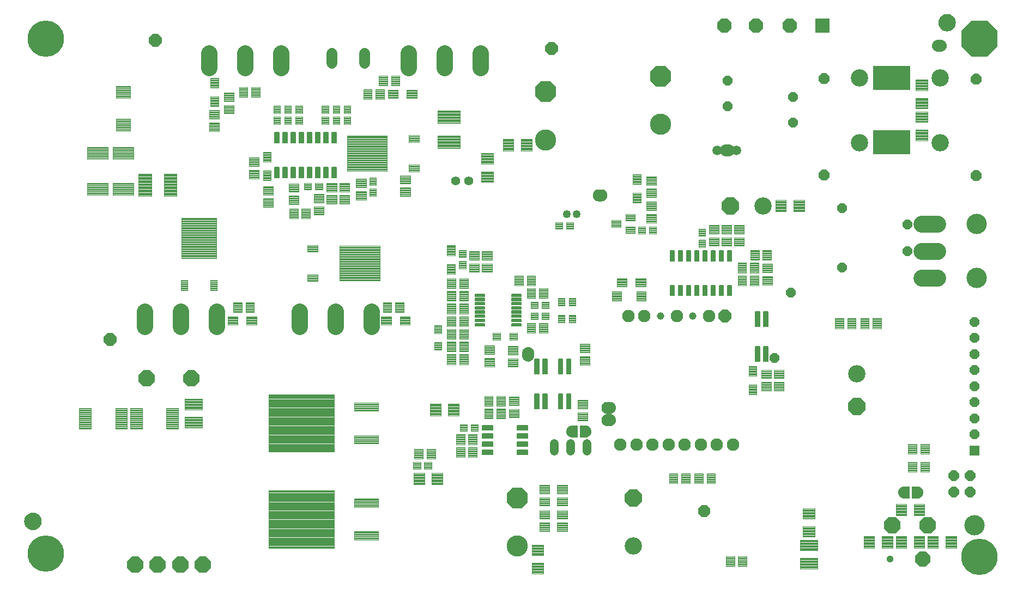
<source format=gbs>
G75*
%MOIN*%
%OFA0B0*%
%FSLAX25Y25*%
%IPPOS*%
%LPD*%
%AMOC8*
5,1,8,0,0,1.08239X$1,22.5*
%
%ADD10C,0.10600*%
%ADD11OC8,0.06600*%
%ADD12C,0.00414*%
%ADD13C,0.10293*%
%ADD14C,0.12411*%
%ADD15OC8,0.06000*%
%ADD16R,0.22835X0.14961*%
%ADD17R,0.08868X0.08868*%
%ADD18OC8,0.08868*%
%ADD19C,0.00500*%
%ADD20C,0.00454*%
%ADD21C,0.00457*%
%ADD22C,0.00356*%
%ADD23OC8,0.10600*%
%ADD24C,0.12962*%
%ADD25OC8,0.12962*%
%ADD26OC8,0.07096*%
%ADD27C,0.00426*%
%ADD28C,0.00504*%
%ADD29C,0.00510*%
%ADD30C,0.00428*%
%ADD31C,0.00100*%
%ADD32OC8,0.10293*%
%ADD33C,0.04931*%
%ADD34C,0.05400*%
%ADD35C,0.00580*%
%ADD36C,0.00437*%
%ADD37C,0.09899*%
%ADD38C,0.06600*%
%ADD39C,0.00461*%
%ADD40C,0.00404*%
%ADD41OC8,0.09899*%
%ADD42C,0.05600*%
%ADD43OC8,0.07687*%
%ADD44OC8,0.09200*%
%ADD45OC8,0.04143*%
%ADD46OC8,0.06506*%
%ADD47R,0.05915X0.05915*%
%ADD48OC8,0.05915*%
%ADD49C,0.05915*%
%ADD50C,0.07687*%
%ADD51C,0.04537*%
%ADD52C,0.22254*%
%ADD53OC8,0.22254*%
D10*
X0408727Y0046949D03*
X0545227Y0152463D03*
X0487977Y0254963D03*
X0547013Y0293876D03*
X0596225Y0293876D03*
X0596225Y0333246D03*
X0547013Y0333246D03*
D11*
X0525227Y0333213D03*
X0618227Y0332713D03*
X0618227Y0273713D03*
X0525227Y0274213D03*
D12*
X0513317Y0251571D02*
X0506833Y0251571D01*
X0506833Y0258855D01*
X0513317Y0258855D01*
X0513317Y0251571D01*
X0513317Y0251984D02*
X0506833Y0251984D01*
X0506833Y0252397D02*
X0513317Y0252397D01*
X0513317Y0252810D02*
X0506833Y0252810D01*
X0506833Y0253223D02*
X0513317Y0253223D01*
X0513317Y0253636D02*
X0506833Y0253636D01*
X0506833Y0254049D02*
X0513317Y0254049D01*
X0513317Y0254462D02*
X0506833Y0254462D01*
X0506833Y0254875D02*
X0513317Y0254875D01*
X0513317Y0255288D02*
X0506833Y0255288D01*
X0506833Y0255701D02*
X0513317Y0255701D01*
X0513317Y0256114D02*
X0506833Y0256114D01*
X0506833Y0256527D02*
X0513317Y0256527D01*
X0513317Y0256940D02*
X0506833Y0256940D01*
X0506833Y0257353D02*
X0513317Y0257353D01*
X0513317Y0257766D02*
X0506833Y0257766D01*
X0506833Y0258179D02*
X0513317Y0258179D01*
X0513317Y0258592D02*
X0506833Y0258592D01*
X0502121Y0251571D02*
X0495637Y0251571D01*
X0495637Y0258855D01*
X0502121Y0258855D01*
X0502121Y0251571D01*
X0502121Y0251984D02*
X0495637Y0251984D01*
X0495637Y0252397D02*
X0502121Y0252397D01*
X0502121Y0252810D02*
X0495637Y0252810D01*
X0495637Y0253223D02*
X0502121Y0253223D01*
X0502121Y0253636D02*
X0495637Y0253636D01*
X0495637Y0254049D02*
X0502121Y0254049D01*
X0502121Y0254462D02*
X0495637Y0254462D01*
X0495637Y0254875D02*
X0502121Y0254875D01*
X0502121Y0255288D02*
X0495637Y0255288D01*
X0495637Y0255701D02*
X0502121Y0255701D01*
X0502121Y0256114D02*
X0495637Y0256114D01*
X0495637Y0256527D02*
X0502121Y0256527D01*
X0502121Y0256940D02*
X0495637Y0256940D01*
X0495637Y0257353D02*
X0502121Y0257353D01*
X0502121Y0257766D02*
X0495637Y0257766D01*
X0495637Y0258179D02*
X0502121Y0258179D01*
X0502121Y0258592D02*
X0495637Y0258592D01*
X0581343Y0295173D02*
X0581343Y0301657D01*
X0588627Y0301657D01*
X0588627Y0295173D01*
X0581343Y0295173D01*
X0581343Y0295586D02*
X0588627Y0295586D01*
X0588627Y0295999D02*
X0581343Y0295999D01*
X0581343Y0296412D02*
X0588627Y0296412D01*
X0588627Y0296825D02*
X0581343Y0296825D01*
X0581343Y0297238D02*
X0588627Y0297238D01*
X0588627Y0297651D02*
X0581343Y0297651D01*
X0581343Y0298064D02*
X0588627Y0298064D01*
X0588627Y0298477D02*
X0581343Y0298477D01*
X0581343Y0298890D02*
X0588627Y0298890D01*
X0588627Y0299303D02*
X0581343Y0299303D01*
X0581343Y0299716D02*
X0588627Y0299716D01*
X0588627Y0300129D02*
X0581343Y0300129D01*
X0581343Y0300542D02*
X0588627Y0300542D01*
X0588627Y0300955D02*
X0581343Y0300955D01*
X0581343Y0301368D02*
X0588627Y0301368D01*
X0581343Y0306370D02*
X0581343Y0312854D01*
X0588627Y0312854D01*
X0588627Y0306370D01*
X0581343Y0306370D01*
X0581343Y0306783D02*
X0588627Y0306783D01*
X0588627Y0307196D02*
X0581343Y0307196D01*
X0581343Y0307609D02*
X0588627Y0307609D01*
X0588627Y0308022D02*
X0581343Y0308022D01*
X0581343Y0308435D02*
X0588627Y0308435D01*
X0588627Y0308848D02*
X0581343Y0308848D01*
X0581343Y0309261D02*
X0588627Y0309261D01*
X0588627Y0309674D02*
X0581343Y0309674D01*
X0581343Y0310087D02*
X0588627Y0310087D01*
X0588627Y0310500D02*
X0581343Y0310500D01*
X0581343Y0310913D02*
X0588627Y0310913D01*
X0588627Y0311326D02*
X0581343Y0311326D01*
X0581343Y0311739D02*
X0588627Y0311739D01*
X0588627Y0312152D02*
X0581343Y0312152D01*
X0581343Y0312565D02*
X0588627Y0312565D01*
X0581343Y0314673D02*
X0581343Y0321157D01*
X0588627Y0321157D01*
X0588627Y0314673D01*
X0581343Y0314673D01*
X0581343Y0315086D02*
X0588627Y0315086D01*
X0588627Y0315499D02*
X0581343Y0315499D01*
X0581343Y0315912D02*
X0588627Y0315912D01*
X0588627Y0316325D02*
X0581343Y0316325D01*
X0581343Y0316738D02*
X0588627Y0316738D01*
X0588627Y0317151D02*
X0581343Y0317151D01*
X0581343Y0317564D02*
X0588627Y0317564D01*
X0588627Y0317977D02*
X0581343Y0317977D01*
X0581343Y0318390D02*
X0588627Y0318390D01*
X0588627Y0318803D02*
X0581343Y0318803D01*
X0581343Y0319216D02*
X0588627Y0319216D01*
X0588627Y0319629D02*
X0581343Y0319629D01*
X0581343Y0320042D02*
X0588627Y0320042D01*
X0588627Y0320455D02*
X0581343Y0320455D01*
X0581343Y0320868D02*
X0588627Y0320868D01*
X0581343Y0325870D02*
X0581343Y0332354D01*
X0588627Y0332354D01*
X0588627Y0325870D01*
X0581343Y0325870D01*
X0581343Y0326283D02*
X0588627Y0326283D01*
X0588627Y0326696D02*
X0581343Y0326696D01*
X0581343Y0327109D02*
X0588627Y0327109D01*
X0588627Y0327522D02*
X0581343Y0327522D01*
X0581343Y0327935D02*
X0588627Y0327935D01*
X0588627Y0328348D02*
X0581343Y0328348D01*
X0581343Y0328761D02*
X0588627Y0328761D01*
X0588627Y0329174D02*
X0581343Y0329174D01*
X0581343Y0329587D02*
X0588627Y0329587D01*
X0588627Y0330000D02*
X0581343Y0330000D01*
X0581343Y0330413D02*
X0588627Y0330413D01*
X0588627Y0330826D02*
X0581343Y0330826D01*
X0581343Y0331239D02*
X0588627Y0331239D01*
X0588627Y0331652D02*
X0581343Y0331652D01*
X0581343Y0332065D02*
X0588627Y0332065D01*
X0346567Y0296105D02*
X0340083Y0296105D01*
X0346567Y0296105D02*
X0346567Y0288821D01*
X0340083Y0288821D01*
X0340083Y0296105D01*
X0340083Y0289234D02*
X0346567Y0289234D01*
X0346567Y0289647D02*
X0340083Y0289647D01*
X0340083Y0290060D02*
X0346567Y0290060D01*
X0346567Y0290473D02*
X0340083Y0290473D01*
X0340083Y0290886D02*
X0346567Y0290886D01*
X0346567Y0291299D02*
X0340083Y0291299D01*
X0340083Y0291712D02*
X0346567Y0291712D01*
X0346567Y0292125D02*
X0340083Y0292125D01*
X0340083Y0292538D02*
X0346567Y0292538D01*
X0346567Y0292951D02*
X0340083Y0292951D01*
X0340083Y0293364D02*
X0346567Y0293364D01*
X0346567Y0293777D02*
X0340083Y0293777D01*
X0340083Y0294190D02*
X0346567Y0294190D01*
X0346567Y0294603D02*
X0340083Y0294603D01*
X0340083Y0295016D02*
X0346567Y0295016D01*
X0346567Y0295429D02*
X0340083Y0295429D01*
X0340083Y0295842D02*
X0346567Y0295842D01*
X0335371Y0296105D02*
X0328887Y0296105D01*
X0335371Y0296105D02*
X0335371Y0288821D01*
X0328887Y0288821D01*
X0328887Y0296105D01*
X0328887Y0289234D02*
X0335371Y0289234D01*
X0335371Y0289647D02*
X0328887Y0289647D01*
X0328887Y0290060D02*
X0335371Y0290060D01*
X0335371Y0290473D02*
X0328887Y0290473D01*
X0328887Y0290886D02*
X0335371Y0290886D01*
X0335371Y0291299D02*
X0328887Y0291299D01*
X0328887Y0291712D02*
X0335371Y0291712D01*
X0335371Y0292125D02*
X0328887Y0292125D01*
X0328887Y0292538D02*
X0335371Y0292538D01*
X0335371Y0292951D02*
X0328887Y0292951D01*
X0328887Y0293364D02*
X0335371Y0293364D01*
X0335371Y0293777D02*
X0328887Y0293777D01*
X0328887Y0294190D02*
X0335371Y0294190D01*
X0335371Y0294603D02*
X0328887Y0294603D01*
X0328887Y0295016D02*
X0335371Y0295016D01*
X0335371Y0295429D02*
X0328887Y0295429D01*
X0328887Y0295842D02*
X0335371Y0295842D01*
X0315835Y0287303D02*
X0315835Y0280819D01*
X0315835Y0287303D02*
X0323119Y0287303D01*
X0323119Y0280819D01*
X0315835Y0280819D01*
X0315835Y0281232D02*
X0323119Y0281232D01*
X0323119Y0281645D02*
X0315835Y0281645D01*
X0315835Y0282058D02*
X0323119Y0282058D01*
X0323119Y0282471D02*
X0315835Y0282471D01*
X0315835Y0282884D02*
X0323119Y0282884D01*
X0323119Y0283297D02*
X0315835Y0283297D01*
X0315835Y0283710D02*
X0323119Y0283710D01*
X0323119Y0284123D02*
X0315835Y0284123D01*
X0315835Y0284536D02*
X0323119Y0284536D01*
X0323119Y0284949D02*
X0315835Y0284949D01*
X0315835Y0285362D02*
X0323119Y0285362D01*
X0323119Y0285775D02*
X0315835Y0285775D01*
X0315835Y0286188D02*
X0323119Y0286188D01*
X0323119Y0286601D02*
X0315835Y0286601D01*
X0315835Y0287014D02*
X0323119Y0287014D01*
X0315835Y0276106D02*
X0315835Y0269622D01*
X0315835Y0276106D02*
X0323119Y0276106D01*
X0323119Y0269622D01*
X0315835Y0269622D01*
X0315835Y0270035D02*
X0323119Y0270035D01*
X0323119Y0270448D02*
X0315835Y0270448D01*
X0315835Y0270861D02*
X0323119Y0270861D01*
X0323119Y0271274D02*
X0315835Y0271274D01*
X0315835Y0271687D02*
X0323119Y0271687D01*
X0323119Y0272100D02*
X0315835Y0272100D01*
X0315835Y0272513D02*
X0323119Y0272513D01*
X0323119Y0272926D02*
X0315835Y0272926D01*
X0315835Y0273339D02*
X0323119Y0273339D01*
X0323119Y0273752D02*
X0315835Y0273752D01*
X0315835Y0274165D02*
X0323119Y0274165D01*
X0323119Y0274578D02*
X0315835Y0274578D01*
X0315835Y0274991D02*
X0323119Y0274991D01*
X0323119Y0275404D02*
X0315835Y0275404D01*
X0315835Y0275817D02*
X0323119Y0275817D01*
X0145135Y0136966D02*
X0145135Y0130482D01*
X0134319Y0130482D01*
X0134319Y0136966D01*
X0145135Y0136966D01*
X0145135Y0130895D02*
X0134319Y0130895D01*
X0134319Y0131308D02*
X0145135Y0131308D01*
X0145135Y0131721D02*
X0134319Y0131721D01*
X0134319Y0132134D02*
X0145135Y0132134D01*
X0145135Y0132547D02*
X0134319Y0132547D01*
X0134319Y0132960D02*
X0145135Y0132960D01*
X0145135Y0133373D02*
X0134319Y0133373D01*
X0134319Y0133786D02*
X0145135Y0133786D01*
X0145135Y0134199D02*
X0134319Y0134199D01*
X0134319Y0134612D02*
X0145135Y0134612D01*
X0145135Y0135025D02*
X0134319Y0135025D01*
X0134319Y0135438D02*
X0145135Y0135438D01*
X0145135Y0135851D02*
X0134319Y0135851D01*
X0134319Y0136264D02*
X0145135Y0136264D01*
X0145135Y0136677D02*
X0134319Y0136677D01*
X0145135Y0125943D02*
X0145135Y0119459D01*
X0134319Y0119459D01*
X0134319Y0125943D01*
X0145135Y0125943D01*
X0145135Y0119872D02*
X0134319Y0119872D01*
X0134319Y0120285D02*
X0145135Y0120285D01*
X0145135Y0120698D02*
X0134319Y0120698D01*
X0134319Y0121111D02*
X0145135Y0121111D01*
X0145135Y0121524D02*
X0134319Y0121524D01*
X0134319Y0121937D02*
X0145135Y0121937D01*
X0145135Y0122350D02*
X0134319Y0122350D01*
X0134319Y0122763D02*
X0145135Y0122763D01*
X0145135Y0123176D02*
X0134319Y0123176D01*
X0134319Y0123589D02*
X0145135Y0123589D01*
X0145135Y0124002D02*
X0134319Y0124002D01*
X0134319Y0124415D02*
X0145135Y0124415D01*
X0145135Y0124828D02*
X0134319Y0124828D01*
X0134319Y0125241D02*
X0145135Y0125241D01*
X0145135Y0125654D02*
X0134319Y0125654D01*
X0274473Y0084577D02*
X0280957Y0084577D01*
X0274473Y0084577D02*
X0274473Y0091849D01*
X0280957Y0091849D01*
X0280957Y0084577D01*
X0280957Y0084990D02*
X0274473Y0084990D01*
X0274473Y0085403D02*
X0280957Y0085403D01*
X0280957Y0085816D02*
X0274473Y0085816D01*
X0274473Y0086229D02*
X0280957Y0086229D01*
X0280957Y0086642D02*
X0274473Y0086642D01*
X0274473Y0087055D02*
X0280957Y0087055D01*
X0280957Y0087468D02*
X0274473Y0087468D01*
X0274473Y0087881D02*
X0280957Y0087881D01*
X0280957Y0088294D02*
X0274473Y0088294D01*
X0274473Y0088707D02*
X0280957Y0088707D01*
X0280957Y0089120D02*
X0274473Y0089120D01*
X0274473Y0089533D02*
X0280957Y0089533D01*
X0280957Y0089946D02*
X0274473Y0089946D01*
X0274473Y0090359D02*
X0280957Y0090359D01*
X0280957Y0090772D02*
X0274473Y0090772D01*
X0274473Y0091185D02*
X0280957Y0091185D01*
X0280957Y0091598D02*
X0274473Y0091598D01*
X0285497Y0084577D02*
X0291981Y0084577D01*
X0285497Y0084577D02*
X0285497Y0091849D01*
X0291981Y0091849D01*
X0291981Y0084577D01*
X0291981Y0084990D02*
X0285497Y0084990D01*
X0285497Y0085403D02*
X0291981Y0085403D01*
X0291981Y0085816D02*
X0285497Y0085816D01*
X0285497Y0086229D02*
X0291981Y0086229D01*
X0291981Y0086642D02*
X0285497Y0086642D01*
X0285497Y0087055D02*
X0291981Y0087055D01*
X0291981Y0087468D02*
X0285497Y0087468D01*
X0285497Y0087881D02*
X0291981Y0087881D01*
X0291981Y0088294D02*
X0285497Y0088294D01*
X0285497Y0088707D02*
X0291981Y0088707D01*
X0291981Y0089120D02*
X0285497Y0089120D01*
X0285497Y0089533D02*
X0291981Y0089533D01*
X0291981Y0089946D02*
X0285497Y0089946D01*
X0285497Y0090359D02*
X0291981Y0090359D01*
X0291981Y0090772D02*
X0285497Y0090772D01*
X0285497Y0091185D02*
X0291981Y0091185D01*
X0291981Y0091598D02*
X0285497Y0091598D01*
X0284473Y0134099D02*
X0290957Y0134099D01*
X0290957Y0126827D01*
X0284473Y0126827D01*
X0284473Y0134099D01*
X0284473Y0127240D02*
X0290957Y0127240D01*
X0290957Y0127653D02*
X0284473Y0127653D01*
X0284473Y0128066D02*
X0290957Y0128066D01*
X0290957Y0128479D02*
X0284473Y0128479D01*
X0284473Y0128892D02*
X0290957Y0128892D01*
X0290957Y0129305D02*
X0284473Y0129305D01*
X0284473Y0129718D02*
X0290957Y0129718D01*
X0290957Y0130131D02*
X0284473Y0130131D01*
X0284473Y0130544D02*
X0290957Y0130544D01*
X0290957Y0130957D02*
X0284473Y0130957D01*
X0284473Y0131370D02*
X0290957Y0131370D01*
X0290957Y0131783D02*
X0284473Y0131783D01*
X0284473Y0132196D02*
X0290957Y0132196D01*
X0290957Y0132609D02*
X0284473Y0132609D01*
X0284473Y0133022D02*
X0290957Y0133022D01*
X0290957Y0133435D02*
X0284473Y0133435D01*
X0284473Y0133848D02*
X0290957Y0133848D01*
X0295497Y0134099D02*
X0301981Y0134099D01*
X0301981Y0126827D01*
X0295497Y0126827D01*
X0295497Y0134099D01*
X0295497Y0127240D02*
X0301981Y0127240D01*
X0301981Y0127653D02*
X0295497Y0127653D01*
X0295497Y0128066D02*
X0301981Y0128066D01*
X0301981Y0128479D02*
X0295497Y0128479D01*
X0295497Y0128892D02*
X0301981Y0128892D01*
X0301981Y0129305D02*
X0295497Y0129305D01*
X0295497Y0129718D02*
X0301981Y0129718D01*
X0301981Y0130131D02*
X0295497Y0130131D01*
X0295497Y0130544D02*
X0301981Y0130544D01*
X0301981Y0130957D02*
X0295497Y0130957D01*
X0295497Y0131370D02*
X0301981Y0131370D01*
X0301981Y0131783D02*
X0295497Y0131783D01*
X0295497Y0132196D02*
X0301981Y0132196D01*
X0301981Y0132609D02*
X0295497Y0132609D01*
X0295497Y0133022D02*
X0301981Y0133022D01*
X0301981Y0133435D02*
X0295497Y0133435D01*
X0295497Y0133848D02*
X0301981Y0133848D01*
X0346591Y0047716D02*
X0346591Y0041232D01*
X0346591Y0047716D02*
X0353863Y0047716D01*
X0353863Y0041232D01*
X0346591Y0041232D01*
X0346591Y0041645D02*
X0353863Y0041645D01*
X0353863Y0042058D02*
X0346591Y0042058D01*
X0346591Y0042471D02*
X0353863Y0042471D01*
X0353863Y0042884D02*
X0346591Y0042884D01*
X0346591Y0043297D02*
X0353863Y0043297D01*
X0353863Y0043710D02*
X0346591Y0043710D01*
X0346591Y0044123D02*
X0353863Y0044123D01*
X0353863Y0044536D02*
X0346591Y0044536D01*
X0346591Y0044949D02*
X0353863Y0044949D01*
X0353863Y0045362D02*
X0346591Y0045362D01*
X0346591Y0045775D02*
X0353863Y0045775D01*
X0353863Y0046188D02*
X0346591Y0046188D01*
X0346591Y0046601D02*
X0353863Y0046601D01*
X0353863Y0047014D02*
X0346591Y0047014D01*
X0346591Y0047427D02*
X0353863Y0047427D01*
X0346591Y0036693D02*
X0346591Y0030209D01*
X0346591Y0036693D02*
X0353863Y0036693D01*
X0353863Y0030209D01*
X0346591Y0030209D01*
X0346591Y0030622D02*
X0353863Y0030622D01*
X0353863Y0031035D02*
X0346591Y0031035D01*
X0346591Y0031448D02*
X0353863Y0031448D01*
X0353863Y0031861D02*
X0346591Y0031861D01*
X0346591Y0032274D02*
X0353863Y0032274D01*
X0353863Y0032687D02*
X0346591Y0032687D01*
X0346591Y0033100D02*
X0353863Y0033100D01*
X0353863Y0033513D02*
X0346591Y0033513D01*
X0346591Y0033926D02*
X0353863Y0033926D01*
X0353863Y0034339D02*
X0346591Y0034339D01*
X0346591Y0034752D02*
X0353863Y0034752D01*
X0353863Y0035165D02*
X0346591Y0035165D01*
X0346591Y0035578D02*
X0353863Y0035578D01*
X0353863Y0035991D02*
X0346591Y0035991D01*
X0346591Y0036404D02*
X0353863Y0036404D01*
X0510569Y0033209D02*
X0510569Y0039693D01*
X0521385Y0039693D01*
X0521385Y0033209D01*
X0510569Y0033209D01*
X0510569Y0033622D02*
X0521385Y0033622D01*
X0521385Y0034035D02*
X0510569Y0034035D01*
X0510569Y0034448D02*
X0521385Y0034448D01*
X0521385Y0034861D02*
X0510569Y0034861D01*
X0510569Y0035274D02*
X0521385Y0035274D01*
X0521385Y0035687D02*
X0510569Y0035687D01*
X0510569Y0036100D02*
X0521385Y0036100D01*
X0521385Y0036513D02*
X0510569Y0036513D01*
X0510569Y0036926D02*
X0521385Y0036926D01*
X0521385Y0037339D02*
X0510569Y0037339D01*
X0510569Y0037752D02*
X0521385Y0037752D01*
X0521385Y0038165D02*
X0510569Y0038165D01*
X0510569Y0038578D02*
X0521385Y0038578D01*
X0521385Y0038991D02*
X0510569Y0038991D01*
X0510569Y0039404D02*
X0521385Y0039404D01*
X0510569Y0044232D02*
X0510569Y0050716D01*
X0521385Y0050716D01*
X0521385Y0044232D01*
X0510569Y0044232D01*
X0510569Y0044645D02*
X0521385Y0044645D01*
X0521385Y0045058D02*
X0510569Y0045058D01*
X0510569Y0045471D02*
X0521385Y0045471D01*
X0521385Y0045884D02*
X0510569Y0045884D01*
X0510569Y0046297D02*
X0521385Y0046297D01*
X0521385Y0046710D02*
X0510569Y0046710D01*
X0510569Y0047123D02*
X0521385Y0047123D01*
X0521385Y0047536D02*
X0510569Y0047536D01*
X0510569Y0047949D02*
X0521385Y0047949D01*
X0521385Y0048362D02*
X0510569Y0048362D01*
X0510569Y0048775D02*
X0521385Y0048775D01*
X0521385Y0049188D02*
X0510569Y0049188D01*
X0510569Y0049601D02*
X0521385Y0049601D01*
X0521385Y0050014D02*
X0510569Y0050014D01*
X0510569Y0050427D02*
X0521385Y0050427D01*
X0512341Y0052709D02*
X0512341Y0059193D01*
X0519613Y0059193D01*
X0519613Y0052709D01*
X0512341Y0052709D01*
X0512341Y0053122D02*
X0519613Y0053122D01*
X0519613Y0053535D02*
X0512341Y0053535D01*
X0512341Y0053948D02*
X0519613Y0053948D01*
X0519613Y0054361D02*
X0512341Y0054361D01*
X0512341Y0054774D02*
X0519613Y0054774D01*
X0519613Y0055187D02*
X0512341Y0055187D01*
X0512341Y0055600D02*
X0519613Y0055600D01*
X0519613Y0056013D02*
X0512341Y0056013D01*
X0512341Y0056426D02*
X0519613Y0056426D01*
X0519613Y0056839D02*
X0512341Y0056839D01*
X0512341Y0057252D02*
X0519613Y0057252D01*
X0519613Y0057665D02*
X0512341Y0057665D01*
X0512341Y0058078D02*
X0519613Y0058078D01*
X0519613Y0058491D02*
X0512341Y0058491D01*
X0512341Y0058904D02*
X0519613Y0058904D01*
X0512341Y0063732D02*
X0512341Y0070216D01*
X0519613Y0070216D01*
X0519613Y0063732D01*
X0512341Y0063732D01*
X0512341Y0064145D02*
X0519613Y0064145D01*
X0519613Y0064558D02*
X0512341Y0064558D01*
X0512341Y0064971D02*
X0519613Y0064971D01*
X0519613Y0065384D02*
X0512341Y0065384D01*
X0512341Y0065797D02*
X0519613Y0065797D01*
X0519613Y0066210D02*
X0512341Y0066210D01*
X0512341Y0066623D02*
X0519613Y0066623D01*
X0519613Y0067036D02*
X0512341Y0067036D01*
X0512341Y0067449D02*
X0519613Y0067449D01*
X0519613Y0067862D02*
X0512341Y0067862D01*
X0512341Y0068275D02*
X0519613Y0068275D01*
X0519613Y0068688D02*
X0512341Y0068688D01*
X0512341Y0069101D02*
X0519613Y0069101D01*
X0519613Y0069514D02*
X0512341Y0069514D01*
X0512341Y0069927D02*
X0519613Y0069927D01*
X0549723Y0053099D02*
X0556207Y0053099D01*
X0556207Y0045827D01*
X0549723Y0045827D01*
X0549723Y0053099D01*
X0549723Y0046240D02*
X0556207Y0046240D01*
X0556207Y0046653D02*
X0549723Y0046653D01*
X0549723Y0047066D02*
X0556207Y0047066D01*
X0556207Y0047479D02*
X0549723Y0047479D01*
X0549723Y0047892D02*
X0556207Y0047892D01*
X0556207Y0048305D02*
X0549723Y0048305D01*
X0549723Y0048718D02*
X0556207Y0048718D01*
X0556207Y0049131D02*
X0549723Y0049131D01*
X0549723Y0049544D02*
X0556207Y0049544D01*
X0556207Y0049957D02*
X0549723Y0049957D01*
X0549723Y0050370D02*
X0556207Y0050370D01*
X0556207Y0050783D02*
X0549723Y0050783D01*
X0549723Y0051196D02*
X0556207Y0051196D01*
X0556207Y0051609D02*
X0549723Y0051609D01*
X0549723Y0052022D02*
X0556207Y0052022D01*
X0556207Y0052435D02*
X0549723Y0052435D01*
X0549723Y0052848D02*
X0556207Y0052848D01*
X0560747Y0053099D02*
X0567231Y0053099D01*
X0567231Y0045827D01*
X0560747Y0045827D01*
X0560747Y0053099D01*
X0560747Y0046240D02*
X0567231Y0046240D01*
X0567231Y0046653D02*
X0560747Y0046653D01*
X0560747Y0047066D02*
X0567231Y0047066D01*
X0567231Y0047479D02*
X0560747Y0047479D01*
X0560747Y0047892D02*
X0567231Y0047892D01*
X0567231Y0048305D02*
X0560747Y0048305D01*
X0560747Y0048718D02*
X0567231Y0048718D01*
X0567231Y0049131D02*
X0560747Y0049131D01*
X0560747Y0049544D02*
X0567231Y0049544D01*
X0567231Y0049957D02*
X0560747Y0049957D01*
X0560747Y0050370D02*
X0567231Y0050370D01*
X0567231Y0050783D02*
X0560747Y0050783D01*
X0560747Y0051196D02*
X0567231Y0051196D01*
X0567231Y0051609D02*
X0560747Y0051609D01*
X0560747Y0052022D02*
X0567231Y0052022D01*
X0567231Y0052435D02*
X0560747Y0052435D01*
X0560747Y0052848D02*
X0567231Y0052848D01*
X0569223Y0053099D02*
X0575707Y0053099D01*
X0575707Y0045827D01*
X0569223Y0045827D01*
X0569223Y0053099D01*
X0569223Y0046240D02*
X0575707Y0046240D01*
X0575707Y0046653D02*
X0569223Y0046653D01*
X0569223Y0047066D02*
X0575707Y0047066D01*
X0575707Y0047479D02*
X0569223Y0047479D01*
X0569223Y0047892D02*
X0575707Y0047892D01*
X0575707Y0048305D02*
X0569223Y0048305D01*
X0569223Y0048718D02*
X0575707Y0048718D01*
X0575707Y0049131D02*
X0569223Y0049131D01*
X0569223Y0049544D02*
X0575707Y0049544D01*
X0575707Y0049957D02*
X0569223Y0049957D01*
X0569223Y0050370D02*
X0575707Y0050370D01*
X0575707Y0050783D02*
X0569223Y0050783D01*
X0569223Y0051196D02*
X0575707Y0051196D01*
X0575707Y0051609D02*
X0569223Y0051609D01*
X0569223Y0052022D02*
X0575707Y0052022D01*
X0575707Y0052435D02*
X0569223Y0052435D01*
X0569223Y0052848D02*
X0575707Y0052848D01*
X0580247Y0053099D02*
X0586731Y0053099D01*
X0586731Y0045827D01*
X0580247Y0045827D01*
X0580247Y0053099D01*
X0580247Y0046240D02*
X0586731Y0046240D01*
X0586731Y0046653D02*
X0580247Y0046653D01*
X0580247Y0047066D02*
X0586731Y0047066D01*
X0586731Y0047479D02*
X0580247Y0047479D01*
X0580247Y0047892D02*
X0586731Y0047892D01*
X0586731Y0048305D02*
X0580247Y0048305D01*
X0580247Y0048718D02*
X0586731Y0048718D01*
X0586731Y0049131D02*
X0580247Y0049131D01*
X0580247Y0049544D02*
X0586731Y0049544D01*
X0586731Y0049957D02*
X0580247Y0049957D01*
X0580247Y0050370D02*
X0586731Y0050370D01*
X0586731Y0050783D02*
X0580247Y0050783D01*
X0580247Y0051196D02*
X0586731Y0051196D01*
X0586731Y0051609D02*
X0580247Y0051609D01*
X0580247Y0052022D02*
X0586731Y0052022D01*
X0586731Y0052435D02*
X0580247Y0052435D01*
X0580247Y0052848D02*
X0586731Y0052848D01*
X0588723Y0045827D02*
X0595207Y0045827D01*
X0588723Y0045827D02*
X0588723Y0053099D01*
X0595207Y0053099D01*
X0595207Y0045827D01*
X0595207Y0046240D02*
X0588723Y0046240D01*
X0588723Y0046653D02*
X0595207Y0046653D01*
X0595207Y0047066D02*
X0588723Y0047066D01*
X0588723Y0047479D02*
X0595207Y0047479D01*
X0595207Y0047892D02*
X0588723Y0047892D01*
X0588723Y0048305D02*
X0595207Y0048305D01*
X0595207Y0048718D02*
X0588723Y0048718D01*
X0588723Y0049131D02*
X0595207Y0049131D01*
X0595207Y0049544D02*
X0588723Y0049544D01*
X0588723Y0049957D02*
X0595207Y0049957D01*
X0595207Y0050370D02*
X0588723Y0050370D01*
X0588723Y0050783D02*
X0595207Y0050783D01*
X0595207Y0051196D02*
X0588723Y0051196D01*
X0588723Y0051609D02*
X0595207Y0051609D01*
X0595207Y0052022D02*
X0588723Y0052022D01*
X0588723Y0052435D02*
X0595207Y0052435D01*
X0595207Y0052848D02*
X0588723Y0052848D01*
X0599747Y0045827D02*
X0606231Y0045827D01*
X0599747Y0045827D02*
X0599747Y0053099D01*
X0606231Y0053099D01*
X0606231Y0045827D01*
X0606231Y0046240D02*
X0599747Y0046240D01*
X0599747Y0046653D02*
X0606231Y0046653D01*
X0606231Y0047066D02*
X0599747Y0047066D01*
X0599747Y0047479D02*
X0606231Y0047479D01*
X0606231Y0047892D02*
X0599747Y0047892D01*
X0599747Y0048305D02*
X0606231Y0048305D01*
X0606231Y0048718D02*
X0599747Y0048718D01*
X0599747Y0049131D02*
X0606231Y0049131D01*
X0606231Y0049544D02*
X0599747Y0049544D01*
X0599747Y0049957D02*
X0606231Y0049957D01*
X0606231Y0050370D02*
X0599747Y0050370D01*
X0599747Y0050783D02*
X0606231Y0050783D01*
X0606231Y0051196D02*
X0599747Y0051196D01*
X0599747Y0051609D02*
X0606231Y0051609D01*
X0606231Y0052022D02*
X0599747Y0052022D01*
X0599747Y0052435D02*
X0606231Y0052435D01*
X0606231Y0052848D02*
X0599747Y0052848D01*
X0586731Y0072849D02*
X0580247Y0072849D01*
X0586731Y0072849D02*
X0586731Y0065577D01*
X0580247Y0065577D01*
X0580247Y0072849D01*
X0580247Y0065990D02*
X0586731Y0065990D01*
X0586731Y0066403D02*
X0580247Y0066403D01*
X0580247Y0066816D02*
X0586731Y0066816D01*
X0586731Y0067229D02*
X0580247Y0067229D01*
X0580247Y0067642D02*
X0586731Y0067642D01*
X0586731Y0068055D02*
X0580247Y0068055D01*
X0580247Y0068468D02*
X0586731Y0068468D01*
X0586731Y0068881D02*
X0580247Y0068881D01*
X0580247Y0069294D02*
X0586731Y0069294D01*
X0586731Y0069707D02*
X0580247Y0069707D01*
X0580247Y0070120D02*
X0586731Y0070120D01*
X0586731Y0070533D02*
X0580247Y0070533D01*
X0580247Y0070946D02*
X0586731Y0070946D01*
X0586731Y0071359D02*
X0580247Y0071359D01*
X0580247Y0071772D02*
X0586731Y0071772D01*
X0586731Y0072185D02*
X0580247Y0072185D01*
X0580247Y0072598D02*
X0586731Y0072598D01*
X0575707Y0072849D02*
X0569223Y0072849D01*
X0575707Y0072849D02*
X0575707Y0065577D01*
X0569223Y0065577D01*
X0569223Y0072849D01*
X0569223Y0065990D02*
X0575707Y0065990D01*
X0575707Y0066403D02*
X0569223Y0066403D01*
X0569223Y0066816D02*
X0575707Y0066816D01*
X0575707Y0067229D02*
X0569223Y0067229D01*
X0569223Y0067642D02*
X0575707Y0067642D01*
X0575707Y0068055D02*
X0569223Y0068055D01*
X0569223Y0068468D02*
X0575707Y0068468D01*
X0575707Y0068881D02*
X0569223Y0068881D01*
X0569223Y0069294D02*
X0575707Y0069294D01*
X0575707Y0069707D02*
X0569223Y0069707D01*
X0569223Y0070120D02*
X0575707Y0070120D01*
X0575707Y0070533D02*
X0569223Y0070533D01*
X0569223Y0070946D02*
X0575707Y0070946D01*
X0575707Y0071359D02*
X0569223Y0071359D01*
X0569223Y0071772D02*
X0575707Y0071772D01*
X0575707Y0072185D02*
X0569223Y0072185D01*
X0569223Y0072598D02*
X0575707Y0072598D01*
D13*
X0585117Y0210902D02*
X0594810Y0210902D01*
X0594810Y0227437D02*
X0585117Y0227437D01*
X0585117Y0243972D02*
X0594810Y0243972D01*
D14*
X0618703Y0243972D03*
X0618703Y0210902D03*
X0617522Y0059720D03*
D15*
X0494977Y0161963D03*
X0504977Y0201963D03*
X0536477Y0217463D03*
X0576477Y0227463D03*
X0576477Y0243713D03*
X0536477Y0253713D03*
X0506477Y0306213D03*
X0506477Y0321713D03*
X0466477Y0316213D03*
X0466477Y0331713D03*
D16*
X0566719Y0333411D03*
X0566719Y0293911D03*
D17*
X0524294Y0365232D03*
D18*
X0504294Y0365232D03*
X0483794Y0365232D03*
X0464294Y0365232D03*
D19*
X0595593Y0367201D02*
X0595669Y0366333D01*
X0595895Y0365491D01*
X0596263Y0364701D01*
X0596763Y0363987D01*
X0597379Y0363371D01*
X0598093Y0362871D01*
X0598883Y0362502D01*
X0599725Y0362277D01*
X0600593Y0362201D01*
X0601461Y0362277D01*
X0602303Y0362502D01*
X0603093Y0362871D01*
X0603807Y0363371D01*
X0604423Y0363987D01*
X0604923Y0364701D01*
X0605292Y0365491D01*
X0605517Y0366333D01*
X0605593Y0367201D01*
X0605517Y0368069D01*
X0605292Y0368911D01*
X0604923Y0369701D01*
X0604423Y0370415D01*
X0603807Y0371031D01*
X0603093Y0371531D01*
X0602303Y0371899D01*
X0601461Y0372125D01*
X0600593Y0372201D01*
X0599725Y0372125D01*
X0598883Y0371899D01*
X0598093Y0371531D01*
X0597379Y0371031D01*
X0596763Y0370415D01*
X0596263Y0369701D01*
X0595895Y0368911D01*
X0595669Y0368069D01*
X0595593Y0367201D01*
X0595595Y0367184D02*
X0605592Y0367184D01*
X0605551Y0367682D02*
X0595635Y0367682D01*
X0595699Y0368181D02*
X0605487Y0368181D01*
X0605354Y0368679D02*
X0595833Y0368679D01*
X0596019Y0369178D02*
X0605167Y0369178D01*
X0604935Y0369676D02*
X0596252Y0369676D01*
X0596595Y0370175D02*
X0604591Y0370175D01*
X0604165Y0370673D02*
X0597022Y0370673D01*
X0597581Y0371172D02*
X0603606Y0371172D01*
X0602794Y0371671D02*
X0598393Y0371671D01*
X0600230Y0372169D02*
X0600956Y0372169D01*
X0605548Y0366685D02*
X0595638Y0366685D01*
X0595708Y0366187D02*
X0605478Y0366187D01*
X0605345Y0365688D02*
X0595842Y0365688D01*
X0596035Y0365190D02*
X0605151Y0365190D01*
X0604917Y0364691D02*
X0596270Y0364691D01*
X0596619Y0364193D02*
X0604568Y0364193D01*
X0604131Y0363694D02*
X0597055Y0363694D01*
X0597629Y0363196D02*
X0603558Y0363196D01*
X0602721Y0362697D02*
X0598465Y0362697D01*
X0045868Y0064583D02*
X0046237Y0063793D01*
X0046462Y0062951D01*
X0046538Y0062083D01*
X0046462Y0061214D01*
X0046237Y0060373D01*
X0045868Y0059583D01*
X0045368Y0058869D01*
X0044752Y0058252D01*
X0044038Y0057753D01*
X0043248Y0057384D01*
X0042406Y0057159D01*
X0041538Y0057083D01*
X0040670Y0057159D01*
X0039828Y0057384D01*
X0039038Y0057753D01*
X0038324Y0058252D01*
X0037708Y0058869D01*
X0037208Y0059583D01*
X0036840Y0060373D01*
X0036614Y0061214D01*
X0036538Y0062083D01*
X0036614Y0062951D01*
X0036840Y0063793D01*
X0037208Y0064583D01*
X0037708Y0065297D01*
X0038324Y0065913D01*
X0039038Y0066413D01*
X0039828Y0066781D01*
X0040670Y0067007D01*
X0041538Y0067083D01*
X0042406Y0067007D01*
X0043248Y0066781D01*
X0044038Y0066413D01*
X0044752Y0065913D01*
X0045368Y0065297D01*
X0045868Y0064583D01*
X0045865Y0064588D02*
X0037211Y0064588D01*
X0036978Y0064089D02*
X0046098Y0064089D01*
X0046291Y0063591D02*
X0036785Y0063591D01*
X0036652Y0063092D02*
X0046424Y0063092D01*
X0046493Y0062594D02*
X0036583Y0062594D01*
X0036539Y0062095D02*
X0046537Y0062095D01*
X0046496Y0061596D02*
X0036581Y0061596D01*
X0036645Y0061098D02*
X0046431Y0061098D01*
X0046297Y0060599D02*
X0036779Y0060599D01*
X0036966Y0060101D02*
X0046110Y0060101D01*
X0045877Y0059602D02*
X0037199Y0059602D01*
X0037543Y0059104D02*
X0045533Y0059104D01*
X0045105Y0058605D02*
X0037971Y0058605D01*
X0038532Y0058107D02*
X0044544Y0058107D01*
X0043729Y0057608D02*
X0039347Y0057608D01*
X0041227Y0057110D02*
X0041849Y0057110D01*
X0045516Y0065086D02*
X0037560Y0065086D01*
X0037996Y0065585D02*
X0045080Y0065585D01*
X0044509Y0066083D02*
X0038567Y0066083D01*
X0039400Y0066582D02*
X0043676Y0066582D01*
X0041567Y0067080D02*
X0041509Y0067080D01*
D20*
X0274143Y0094172D02*
X0278619Y0094172D01*
X0274143Y0094172D02*
X0274143Y0098254D01*
X0278619Y0098254D01*
X0278619Y0094172D01*
X0278619Y0094625D02*
X0274143Y0094625D01*
X0274143Y0095078D02*
X0278619Y0095078D01*
X0278619Y0095531D02*
X0274143Y0095531D01*
X0274143Y0095984D02*
X0278619Y0095984D01*
X0278619Y0096437D02*
X0274143Y0096437D01*
X0274143Y0096890D02*
X0278619Y0096890D01*
X0278619Y0097343D02*
X0274143Y0097343D01*
X0274143Y0097796D02*
X0278619Y0097796D01*
X0278619Y0098249D02*
X0274143Y0098249D01*
X0280835Y0094172D02*
X0285311Y0094172D01*
X0280835Y0094172D02*
X0280835Y0098254D01*
X0285311Y0098254D01*
X0285311Y0094172D01*
X0285311Y0094625D02*
X0280835Y0094625D01*
X0280835Y0095078D02*
X0285311Y0095078D01*
X0285311Y0095531D02*
X0280835Y0095531D01*
X0280835Y0095984D02*
X0285311Y0095984D01*
X0285311Y0096437D02*
X0280835Y0096437D01*
X0280835Y0096890D02*
X0285311Y0096890D01*
X0285311Y0097343D02*
X0280835Y0097343D01*
X0280835Y0097796D02*
X0285311Y0097796D01*
X0285311Y0098249D02*
X0280835Y0098249D01*
X0302643Y0121504D02*
X0307119Y0121504D01*
X0307119Y0117422D01*
X0302643Y0117422D01*
X0302643Y0121504D01*
X0302643Y0117875D02*
X0307119Y0117875D01*
X0307119Y0118328D02*
X0302643Y0118328D01*
X0302643Y0118781D02*
X0307119Y0118781D01*
X0307119Y0119234D02*
X0302643Y0119234D01*
X0302643Y0119687D02*
X0307119Y0119687D01*
X0307119Y0120140D02*
X0302643Y0120140D01*
X0302643Y0120593D02*
X0307119Y0120593D01*
X0307119Y0121046D02*
X0302643Y0121046D01*
X0302643Y0121499D02*
X0307119Y0121499D01*
X0309335Y0121504D02*
X0313811Y0121504D01*
X0313811Y0117422D01*
X0309335Y0117422D01*
X0309335Y0121504D01*
X0309335Y0117875D02*
X0313811Y0117875D01*
X0313811Y0118328D02*
X0309335Y0118328D01*
X0309335Y0118781D02*
X0313811Y0118781D01*
X0313811Y0119234D02*
X0309335Y0119234D01*
X0309335Y0119687D02*
X0313811Y0119687D01*
X0313811Y0120140D02*
X0309335Y0120140D01*
X0309335Y0120593D02*
X0313811Y0120593D01*
X0313811Y0121046D02*
X0309335Y0121046D01*
X0309335Y0121499D02*
X0313811Y0121499D01*
X0291268Y0166909D02*
X0291268Y0171779D01*
X0291268Y0166909D02*
X0287186Y0166909D01*
X0287186Y0171779D01*
X0291268Y0171779D01*
X0291268Y0167362D02*
X0287186Y0167362D01*
X0287186Y0167815D02*
X0291268Y0167815D01*
X0291268Y0168268D02*
X0287186Y0168268D01*
X0287186Y0168721D02*
X0291268Y0168721D01*
X0291268Y0169174D02*
X0287186Y0169174D01*
X0287186Y0169627D02*
X0291268Y0169627D01*
X0291268Y0170080D02*
X0287186Y0170080D01*
X0287186Y0170533D02*
X0291268Y0170533D01*
X0291268Y0170986D02*
X0287186Y0170986D01*
X0287186Y0171439D02*
X0291268Y0171439D01*
X0291268Y0177146D02*
X0291268Y0182016D01*
X0291268Y0177146D02*
X0287186Y0177146D01*
X0287186Y0182016D01*
X0291268Y0182016D01*
X0291268Y0177599D02*
X0287186Y0177599D01*
X0287186Y0178052D02*
X0291268Y0178052D01*
X0291268Y0178505D02*
X0287186Y0178505D01*
X0287186Y0178958D02*
X0291268Y0178958D01*
X0291268Y0179411D02*
X0287186Y0179411D01*
X0287186Y0179864D02*
X0291268Y0179864D01*
X0291268Y0180317D02*
X0287186Y0180317D01*
X0287186Y0180770D02*
X0291268Y0180770D01*
X0291268Y0181223D02*
X0287186Y0181223D01*
X0287186Y0181676D02*
X0291268Y0181676D01*
X0322674Y0177254D02*
X0327544Y0177254D01*
X0327544Y0173172D01*
X0322674Y0173172D01*
X0322674Y0177254D01*
X0322674Y0173625D02*
X0327544Y0173625D01*
X0327544Y0174078D02*
X0322674Y0174078D01*
X0322674Y0174531D02*
X0327544Y0174531D01*
X0327544Y0174984D02*
X0322674Y0174984D01*
X0322674Y0175437D02*
X0327544Y0175437D01*
X0327544Y0175890D02*
X0322674Y0175890D01*
X0322674Y0176343D02*
X0327544Y0176343D01*
X0327544Y0176796D02*
X0322674Y0176796D01*
X0322674Y0177249D02*
X0327544Y0177249D01*
X0332910Y0177254D02*
X0337780Y0177254D01*
X0337780Y0173172D01*
X0332910Y0173172D01*
X0332910Y0177254D01*
X0332910Y0173625D02*
X0337780Y0173625D01*
X0337780Y0174078D02*
X0332910Y0174078D01*
X0332910Y0174531D02*
X0337780Y0174531D01*
X0337780Y0174984D02*
X0332910Y0174984D01*
X0332910Y0175437D02*
X0337780Y0175437D01*
X0337780Y0175890D02*
X0332910Y0175890D01*
X0332910Y0176343D02*
X0337780Y0176343D01*
X0337780Y0176796D02*
X0332910Y0176796D01*
X0332910Y0177249D02*
X0337780Y0177249D01*
X0345893Y0185672D02*
X0350369Y0185672D01*
X0345893Y0185672D02*
X0345893Y0189754D01*
X0350369Y0189754D01*
X0350369Y0185672D01*
X0350369Y0186125D02*
X0345893Y0186125D01*
X0345893Y0186578D02*
X0350369Y0186578D01*
X0350369Y0187031D02*
X0345893Y0187031D01*
X0345893Y0187484D02*
X0350369Y0187484D01*
X0350369Y0187937D02*
X0345893Y0187937D01*
X0345893Y0188390D02*
X0350369Y0188390D01*
X0350369Y0188843D02*
X0345893Y0188843D01*
X0345893Y0189296D02*
X0350369Y0189296D01*
X0350369Y0189749D02*
X0345893Y0189749D01*
X0345893Y0196504D02*
X0350369Y0196504D01*
X0350369Y0192422D01*
X0345893Y0192422D01*
X0345893Y0196504D01*
X0345893Y0192875D02*
X0350369Y0192875D01*
X0350369Y0193328D02*
X0345893Y0193328D01*
X0345893Y0193781D02*
X0350369Y0193781D01*
X0350369Y0194234D02*
X0345893Y0194234D01*
X0345893Y0194687D02*
X0350369Y0194687D01*
X0350369Y0195140D02*
X0345893Y0195140D01*
X0345893Y0195593D02*
X0350369Y0195593D01*
X0350369Y0196046D02*
X0345893Y0196046D01*
X0345893Y0196499D02*
X0350369Y0196499D01*
X0352585Y0196504D02*
X0357061Y0196504D01*
X0357061Y0192422D01*
X0352585Y0192422D01*
X0352585Y0196504D01*
X0352585Y0192875D02*
X0357061Y0192875D01*
X0357061Y0193328D02*
X0352585Y0193328D01*
X0352585Y0193781D02*
X0357061Y0193781D01*
X0357061Y0194234D02*
X0352585Y0194234D01*
X0352585Y0194687D02*
X0357061Y0194687D01*
X0357061Y0195140D02*
X0352585Y0195140D01*
X0352585Y0195593D02*
X0357061Y0195593D01*
X0357061Y0196046D02*
X0352585Y0196046D01*
X0352585Y0196499D02*
X0357061Y0196499D01*
X0366768Y0198766D02*
X0366768Y0193896D01*
X0362686Y0193896D01*
X0362686Y0198766D01*
X0366768Y0198766D01*
X0366768Y0194349D02*
X0362686Y0194349D01*
X0362686Y0194802D02*
X0366768Y0194802D01*
X0366768Y0195255D02*
X0362686Y0195255D01*
X0362686Y0195708D02*
X0366768Y0195708D01*
X0366768Y0196161D02*
X0362686Y0196161D01*
X0362686Y0196614D02*
X0366768Y0196614D01*
X0366768Y0197067D02*
X0362686Y0197067D01*
X0362686Y0197520D02*
X0366768Y0197520D01*
X0366768Y0197973D02*
X0362686Y0197973D01*
X0362686Y0198426D02*
X0366768Y0198426D01*
X0373518Y0198766D02*
X0373518Y0193896D01*
X0369436Y0193896D01*
X0369436Y0198766D01*
X0373518Y0198766D01*
X0373518Y0194349D02*
X0369436Y0194349D01*
X0369436Y0194802D02*
X0373518Y0194802D01*
X0373518Y0195255D02*
X0369436Y0195255D01*
X0369436Y0195708D02*
X0373518Y0195708D01*
X0373518Y0196161D02*
X0369436Y0196161D01*
X0369436Y0196614D02*
X0373518Y0196614D01*
X0373518Y0197067D02*
X0369436Y0197067D01*
X0369436Y0197520D02*
X0373518Y0197520D01*
X0373518Y0197973D02*
X0369436Y0197973D01*
X0369436Y0198426D02*
X0373518Y0198426D01*
X0373518Y0188529D02*
X0373518Y0183659D01*
X0369436Y0183659D01*
X0369436Y0188529D01*
X0373518Y0188529D01*
X0373518Y0184112D02*
X0369436Y0184112D01*
X0369436Y0184565D02*
X0373518Y0184565D01*
X0373518Y0185018D02*
X0369436Y0185018D01*
X0369436Y0185471D02*
X0373518Y0185471D01*
X0373518Y0185924D02*
X0369436Y0185924D01*
X0369436Y0186377D02*
X0373518Y0186377D01*
X0373518Y0186830D02*
X0369436Y0186830D01*
X0369436Y0187283D02*
X0373518Y0187283D01*
X0373518Y0187736D02*
X0369436Y0187736D01*
X0369436Y0188189D02*
X0373518Y0188189D01*
X0366768Y0188529D02*
X0366768Y0183659D01*
X0362686Y0183659D01*
X0362686Y0188529D01*
X0366768Y0188529D01*
X0366768Y0184112D02*
X0362686Y0184112D01*
X0362686Y0184565D02*
X0366768Y0184565D01*
X0366768Y0185018D02*
X0362686Y0185018D01*
X0362686Y0185471D02*
X0366768Y0185471D01*
X0366768Y0185924D02*
X0362686Y0185924D01*
X0362686Y0186377D02*
X0366768Y0186377D01*
X0366768Y0186830D02*
X0362686Y0186830D01*
X0362686Y0187283D02*
X0366768Y0187283D01*
X0366768Y0187736D02*
X0362686Y0187736D01*
X0362686Y0188189D02*
X0366768Y0188189D01*
X0357061Y0185672D02*
X0352585Y0185672D01*
X0352585Y0189754D01*
X0357061Y0189754D01*
X0357061Y0185672D01*
X0357061Y0186125D02*
X0352585Y0186125D01*
X0352585Y0186578D02*
X0357061Y0186578D01*
X0357061Y0187031D02*
X0352585Y0187031D01*
X0352585Y0187484D02*
X0357061Y0187484D01*
X0357061Y0187937D02*
X0352585Y0187937D01*
X0352585Y0188390D02*
X0357061Y0188390D01*
X0357061Y0188843D02*
X0352585Y0188843D01*
X0352585Y0189296D02*
X0357061Y0189296D01*
X0357061Y0189749D02*
X0352585Y0189749D01*
X0306268Y0216878D02*
X0306268Y0221354D01*
X0306268Y0216878D02*
X0302186Y0216878D01*
X0302186Y0221354D01*
X0306268Y0221354D01*
X0306268Y0217331D02*
X0302186Y0217331D01*
X0302186Y0217784D02*
X0306268Y0217784D01*
X0306268Y0218237D02*
X0302186Y0218237D01*
X0302186Y0218690D02*
X0306268Y0218690D01*
X0306268Y0219143D02*
X0302186Y0219143D01*
X0302186Y0219596D02*
X0306268Y0219596D01*
X0306268Y0220049D02*
X0302186Y0220049D01*
X0302186Y0220502D02*
X0306268Y0220502D01*
X0306268Y0220955D02*
X0302186Y0220955D01*
X0306268Y0223571D02*
X0306268Y0228047D01*
X0306268Y0223571D02*
X0302186Y0223571D01*
X0302186Y0228047D01*
X0306268Y0228047D01*
X0306268Y0224024D02*
X0302186Y0224024D01*
X0302186Y0224477D02*
X0306268Y0224477D01*
X0306268Y0224930D02*
X0302186Y0224930D01*
X0302186Y0225383D02*
X0306268Y0225383D01*
X0306268Y0225836D02*
X0302186Y0225836D01*
X0302186Y0226289D02*
X0306268Y0226289D01*
X0306268Y0226742D02*
X0302186Y0226742D01*
X0302186Y0227195D02*
X0306268Y0227195D01*
X0306268Y0227648D02*
X0302186Y0227648D01*
X0247436Y0261128D02*
X0247436Y0265604D01*
X0251518Y0265604D01*
X0251518Y0261128D01*
X0247436Y0261128D01*
X0247436Y0261581D02*
X0251518Y0261581D01*
X0251518Y0262034D02*
X0247436Y0262034D01*
X0247436Y0262487D02*
X0251518Y0262487D01*
X0251518Y0262940D02*
X0247436Y0262940D01*
X0247436Y0263393D02*
X0251518Y0263393D01*
X0251518Y0263846D02*
X0247436Y0263846D01*
X0247436Y0264299D02*
X0251518Y0264299D01*
X0251518Y0264752D02*
X0247436Y0264752D01*
X0247436Y0265205D02*
X0251518Y0265205D01*
X0247436Y0267821D02*
X0247436Y0272297D01*
X0251518Y0272297D01*
X0251518Y0267821D01*
X0247436Y0267821D01*
X0247436Y0268274D02*
X0251518Y0268274D01*
X0251518Y0268727D02*
X0247436Y0268727D01*
X0247436Y0269180D02*
X0251518Y0269180D01*
X0251518Y0269633D02*
X0247436Y0269633D01*
X0247436Y0270086D02*
X0251518Y0270086D01*
X0251518Y0270539D02*
X0247436Y0270539D01*
X0247436Y0270992D02*
X0251518Y0270992D01*
X0251518Y0271445D02*
X0247436Y0271445D01*
X0247436Y0271898D02*
X0251518Y0271898D01*
X0271403Y0276195D02*
X0271403Y0280277D01*
X0277847Y0280277D01*
X0277847Y0276195D01*
X0271403Y0276195D01*
X0271403Y0276648D02*
X0277847Y0276648D01*
X0277847Y0277101D02*
X0271403Y0277101D01*
X0271403Y0277554D02*
X0277847Y0277554D01*
X0277847Y0278007D02*
X0271403Y0278007D01*
X0271403Y0278460D02*
X0277847Y0278460D01*
X0277847Y0278913D02*
X0271403Y0278913D01*
X0271403Y0279366D02*
X0277847Y0279366D01*
X0277847Y0279819D02*
X0271403Y0279819D01*
X0271403Y0280272D02*
X0277847Y0280272D01*
X0271403Y0294148D02*
X0271403Y0298230D01*
X0277847Y0298230D01*
X0277847Y0294148D01*
X0271403Y0294148D01*
X0271403Y0294601D02*
X0277847Y0294601D01*
X0277847Y0295054D02*
X0271403Y0295054D01*
X0271403Y0295507D02*
X0277847Y0295507D01*
X0277847Y0295960D02*
X0271403Y0295960D01*
X0271403Y0296413D02*
X0277847Y0296413D01*
X0277847Y0296866D02*
X0271403Y0296866D01*
X0271403Y0297319D02*
X0277847Y0297319D01*
X0277847Y0297772D02*
X0271403Y0297772D01*
X0271403Y0298225D02*
X0277847Y0298225D01*
X0235768Y0305128D02*
X0235768Y0309604D01*
X0235768Y0305128D02*
X0231686Y0305128D01*
X0231686Y0309604D01*
X0235768Y0309604D01*
X0235768Y0305581D02*
X0231686Y0305581D01*
X0231686Y0306034D02*
X0235768Y0306034D01*
X0235768Y0306487D02*
X0231686Y0306487D01*
X0231686Y0306940D02*
X0235768Y0306940D01*
X0235768Y0307393D02*
X0231686Y0307393D01*
X0231686Y0307846D02*
X0235768Y0307846D01*
X0235768Y0308299D02*
X0231686Y0308299D01*
X0231686Y0308752D02*
X0235768Y0308752D01*
X0235768Y0309205D02*
X0231686Y0309205D01*
X0229018Y0309604D02*
X0229018Y0305128D01*
X0224936Y0305128D01*
X0224936Y0309604D01*
X0229018Y0309604D01*
X0229018Y0305581D02*
X0224936Y0305581D01*
X0224936Y0306034D02*
X0229018Y0306034D01*
X0229018Y0306487D02*
X0224936Y0306487D01*
X0224936Y0306940D02*
X0229018Y0306940D01*
X0229018Y0307393D02*
X0224936Y0307393D01*
X0224936Y0307846D02*
X0229018Y0307846D01*
X0229018Y0308299D02*
X0224936Y0308299D01*
X0224936Y0308752D02*
X0229018Y0308752D01*
X0229018Y0309205D02*
X0224936Y0309205D01*
X0222268Y0309604D02*
X0222268Y0305128D01*
X0218186Y0305128D01*
X0218186Y0309604D01*
X0222268Y0309604D01*
X0222268Y0305581D02*
X0218186Y0305581D01*
X0218186Y0306034D02*
X0222268Y0306034D01*
X0222268Y0306487D02*
X0218186Y0306487D01*
X0218186Y0306940D02*
X0222268Y0306940D01*
X0222268Y0307393D02*
X0218186Y0307393D01*
X0218186Y0307846D02*
X0222268Y0307846D01*
X0222268Y0308299D02*
X0218186Y0308299D01*
X0218186Y0308752D02*
X0222268Y0308752D01*
X0222268Y0309205D02*
X0218186Y0309205D01*
X0222268Y0311821D02*
X0222268Y0316297D01*
X0222268Y0311821D02*
X0218186Y0311821D01*
X0218186Y0316297D01*
X0222268Y0316297D01*
X0222268Y0312274D02*
X0218186Y0312274D01*
X0218186Y0312727D02*
X0222268Y0312727D01*
X0222268Y0313180D02*
X0218186Y0313180D01*
X0218186Y0313633D02*
X0222268Y0313633D01*
X0222268Y0314086D02*
X0218186Y0314086D01*
X0218186Y0314539D02*
X0222268Y0314539D01*
X0222268Y0314992D02*
X0218186Y0314992D01*
X0218186Y0315445D02*
X0222268Y0315445D01*
X0222268Y0315898D02*
X0218186Y0315898D01*
X0229018Y0316297D02*
X0229018Y0311821D01*
X0224936Y0311821D01*
X0224936Y0316297D01*
X0229018Y0316297D01*
X0229018Y0312274D02*
X0224936Y0312274D01*
X0224936Y0312727D02*
X0229018Y0312727D01*
X0229018Y0313180D02*
X0224936Y0313180D01*
X0224936Y0313633D02*
X0229018Y0313633D01*
X0229018Y0314086D02*
X0224936Y0314086D01*
X0224936Y0314539D02*
X0229018Y0314539D01*
X0229018Y0314992D02*
X0224936Y0314992D01*
X0224936Y0315445D02*
X0229018Y0315445D01*
X0229018Y0315898D02*
X0224936Y0315898D01*
X0235768Y0316297D02*
X0235768Y0311821D01*
X0231686Y0311821D01*
X0231686Y0316297D01*
X0235768Y0316297D01*
X0235768Y0312274D02*
X0231686Y0312274D01*
X0231686Y0312727D02*
X0235768Y0312727D01*
X0235768Y0313180D02*
X0231686Y0313180D01*
X0231686Y0313633D02*
X0235768Y0313633D01*
X0235768Y0314086D02*
X0231686Y0314086D01*
X0231686Y0314539D02*
X0235768Y0314539D01*
X0235768Y0314992D02*
X0231686Y0314992D01*
X0231686Y0315445D02*
X0235768Y0315445D01*
X0235768Y0315898D02*
X0231686Y0315898D01*
X0206268Y0316297D02*
X0206268Y0311821D01*
X0202186Y0311821D01*
X0202186Y0316297D01*
X0206268Y0316297D01*
X0206268Y0312274D02*
X0202186Y0312274D01*
X0202186Y0312727D02*
X0206268Y0312727D01*
X0206268Y0313180D02*
X0202186Y0313180D01*
X0202186Y0313633D02*
X0206268Y0313633D01*
X0206268Y0314086D02*
X0202186Y0314086D01*
X0202186Y0314539D02*
X0206268Y0314539D01*
X0206268Y0314992D02*
X0202186Y0314992D01*
X0202186Y0315445D02*
X0206268Y0315445D01*
X0206268Y0315898D02*
X0202186Y0315898D01*
X0199518Y0316297D02*
X0199518Y0311821D01*
X0195436Y0311821D01*
X0195436Y0316297D01*
X0199518Y0316297D01*
X0199518Y0312274D02*
X0195436Y0312274D01*
X0195436Y0312727D02*
X0199518Y0312727D01*
X0199518Y0313180D02*
X0195436Y0313180D01*
X0195436Y0313633D02*
X0199518Y0313633D01*
X0199518Y0314086D02*
X0195436Y0314086D01*
X0195436Y0314539D02*
X0199518Y0314539D01*
X0199518Y0314992D02*
X0195436Y0314992D01*
X0195436Y0315445D02*
X0199518Y0315445D01*
X0199518Y0315898D02*
X0195436Y0315898D01*
X0192768Y0316297D02*
X0192768Y0311821D01*
X0188686Y0311821D01*
X0188686Y0316297D01*
X0192768Y0316297D01*
X0192768Y0312274D02*
X0188686Y0312274D01*
X0188686Y0312727D02*
X0192768Y0312727D01*
X0192768Y0313180D02*
X0188686Y0313180D01*
X0188686Y0313633D02*
X0192768Y0313633D01*
X0192768Y0314086D02*
X0188686Y0314086D01*
X0188686Y0314539D02*
X0192768Y0314539D01*
X0192768Y0314992D02*
X0188686Y0314992D01*
X0188686Y0315445D02*
X0192768Y0315445D01*
X0192768Y0315898D02*
X0188686Y0315898D01*
X0192768Y0309604D02*
X0192768Y0305128D01*
X0188686Y0305128D01*
X0188686Y0309604D01*
X0192768Y0309604D01*
X0192768Y0305581D02*
X0188686Y0305581D01*
X0188686Y0306034D02*
X0192768Y0306034D01*
X0192768Y0306487D02*
X0188686Y0306487D01*
X0188686Y0306940D02*
X0192768Y0306940D01*
X0192768Y0307393D02*
X0188686Y0307393D01*
X0188686Y0307846D02*
X0192768Y0307846D01*
X0192768Y0308299D02*
X0188686Y0308299D01*
X0188686Y0308752D02*
X0192768Y0308752D01*
X0192768Y0309205D02*
X0188686Y0309205D01*
X0199518Y0309604D02*
X0199518Y0305128D01*
X0195436Y0305128D01*
X0195436Y0309604D01*
X0199518Y0309604D01*
X0199518Y0305581D02*
X0195436Y0305581D01*
X0195436Y0306034D02*
X0199518Y0306034D01*
X0199518Y0306487D02*
X0195436Y0306487D01*
X0195436Y0306940D02*
X0199518Y0306940D01*
X0199518Y0307393D02*
X0195436Y0307393D01*
X0195436Y0307846D02*
X0199518Y0307846D01*
X0199518Y0308299D02*
X0195436Y0308299D01*
X0195436Y0308752D02*
X0199518Y0308752D01*
X0199518Y0309205D02*
X0195436Y0309205D01*
X0206268Y0309604D02*
X0206268Y0305128D01*
X0202186Y0305128D01*
X0202186Y0309604D01*
X0206268Y0309604D01*
X0206268Y0305581D02*
X0202186Y0305581D01*
X0202186Y0306034D02*
X0206268Y0306034D01*
X0206268Y0306487D02*
X0202186Y0306487D01*
X0202186Y0306940D02*
X0206268Y0306940D01*
X0206268Y0307393D02*
X0202186Y0307393D01*
X0202186Y0307846D02*
X0206268Y0307846D01*
X0206268Y0308299D02*
X0202186Y0308299D01*
X0202186Y0308752D02*
X0206268Y0308752D01*
X0206268Y0309205D02*
X0202186Y0309205D01*
X0207393Y0264922D02*
X0211869Y0264922D01*
X0207393Y0264922D02*
X0207393Y0269004D01*
X0211869Y0269004D01*
X0211869Y0264922D01*
X0211869Y0265375D02*
X0207393Y0265375D01*
X0207393Y0265828D02*
X0211869Y0265828D01*
X0211869Y0266281D02*
X0207393Y0266281D01*
X0207393Y0266734D02*
X0211869Y0266734D01*
X0211869Y0267187D02*
X0207393Y0267187D01*
X0207393Y0267640D02*
X0211869Y0267640D01*
X0211869Y0268093D02*
X0207393Y0268093D01*
X0207393Y0268546D02*
X0211869Y0268546D01*
X0211869Y0268999D02*
X0207393Y0268999D01*
X0214085Y0264922D02*
X0218561Y0264922D01*
X0214085Y0264922D02*
X0214085Y0269004D01*
X0218561Y0269004D01*
X0218561Y0264922D01*
X0218561Y0265375D02*
X0214085Y0265375D01*
X0214085Y0265828D02*
X0218561Y0265828D01*
X0218561Y0266281D02*
X0214085Y0266281D01*
X0214085Y0266734D02*
X0218561Y0266734D01*
X0218561Y0267187D02*
X0214085Y0267187D01*
X0214085Y0267640D02*
X0218561Y0267640D01*
X0218561Y0268093D02*
X0214085Y0268093D01*
X0214085Y0268546D02*
X0218561Y0268546D01*
X0218561Y0268999D02*
X0214085Y0268999D01*
X0215801Y0230980D02*
X0215801Y0226898D01*
X0209357Y0226898D01*
X0209357Y0230980D01*
X0215801Y0230980D01*
X0215801Y0227351D02*
X0209357Y0227351D01*
X0209357Y0227804D02*
X0215801Y0227804D01*
X0215801Y0228257D02*
X0209357Y0228257D01*
X0209357Y0228710D02*
X0215801Y0228710D01*
X0215801Y0229163D02*
X0209357Y0229163D01*
X0209357Y0229616D02*
X0215801Y0229616D01*
X0215801Y0230069D02*
X0209357Y0230069D01*
X0209357Y0230522D02*
X0215801Y0230522D01*
X0215801Y0230975D02*
X0209357Y0230975D01*
X0215801Y0213027D02*
X0215801Y0208945D01*
X0209357Y0208945D01*
X0209357Y0213027D01*
X0215801Y0213027D01*
X0215801Y0209398D02*
X0209357Y0209398D01*
X0209357Y0209851D02*
X0215801Y0209851D01*
X0215801Y0210304D02*
X0209357Y0210304D01*
X0209357Y0210757D02*
X0215801Y0210757D01*
X0215801Y0211210D02*
X0209357Y0211210D01*
X0209357Y0211663D02*
X0215801Y0211663D01*
X0215801Y0212116D02*
X0209357Y0212116D01*
X0209357Y0212569D02*
X0215801Y0212569D01*
X0215801Y0213022D02*
X0209357Y0213022D01*
X0153994Y0209787D02*
X0149912Y0209787D01*
X0153994Y0209787D02*
X0153994Y0203343D01*
X0149912Y0203343D01*
X0149912Y0209787D01*
X0149912Y0203796D02*
X0153994Y0203796D01*
X0153994Y0204249D02*
X0149912Y0204249D01*
X0149912Y0204702D02*
X0153994Y0204702D01*
X0153994Y0205155D02*
X0149912Y0205155D01*
X0149912Y0205608D02*
X0153994Y0205608D01*
X0153994Y0206061D02*
X0149912Y0206061D01*
X0149912Y0206514D02*
X0153994Y0206514D01*
X0153994Y0206967D02*
X0149912Y0206967D01*
X0149912Y0207420D02*
X0153994Y0207420D01*
X0153994Y0207873D02*
X0149912Y0207873D01*
X0149912Y0208326D02*
X0153994Y0208326D01*
X0153994Y0208779D02*
X0149912Y0208779D01*
X0149912Y0209232D02*
X0153994Y0209232D01*
X0153994Y0209685D02*
X0149912Y0209685D01*
X0136042Y0209787D02*
X0131960Y0209787D01*
X0136042Y0209787D02*
X0136042Y0203343D01*
X0131960Y0203343D01*
X0131960Y0209787D01*
X0131960Y0203796D02*
X0136042Y0203796D01*
X0136042Y0204249D02*
X0131960Y0204249D01*
X0131960Y0204702D02*
X0136042Y0204702D01*
X0136042Y0205155D02*
X0131960Y0205155D01*
X0131960Y0205608D02*
X0136042Y0205608D01*
X0136042Y0206061D02*
X0131960Y0206061D01*
X0131960Y0206514D02*
X0136042Y0206514D01*
X0136042Y0206967D02*
X0131960Y0206967D01*
X0131960Y0207420D02*
X0136042Y0207420D01*
X0136042Y0207873D02*
X0131960Y0207873D01*
X0131960Y0208326D02*
X0136042Y0208326D01*
X0136042Y0208779D02*
X0131960Y0208779D01*
X0131960Y0209232D02*
X0136042Y0209232D01*
X0136042Y0209685D02*
X0131960Y0209685D01*
X0360893Y0240922D02*
X0365369Y0240922D01*
X0360893Y0240922D02*
X0360893Y0245004D01*
X0365369Y0245004D01*
X0365369Y0240922D01*
X0365369Y0241375D02*
X0360893Y0241375D01*
X0360893Y0241828D02*
X0365369Y0241828D01*
X0365369Y0242281D02*
X0360893Y0242281D01*
X0360893Y0242734D02*
X0365369Y0242734D01*
X0365369Y0243187D02*
X0360893Y0243187D01*
X0360893Y0243640D02*
X0365369Y0243640D01*
X0365369Y0244093D02*
X0360893Y0244093D01*
X0360893Y0244546D02*
X0365369Y0244546D01*
X0365369Y0244999D02*
X0360893Y0244999D01*
X0367585Y0240922D02*
X0372061Y0240922D01*
X0367585Y0240922D02*
X0367585Y0245004D01*
X0372061Y0245004D01*
X0372061Y0240922D01*
X0372061Y0241375D02*
X0367585Y0241375D01*
X0367585Y0241828D02*
X0372061Y0241828D01*
X0372061Y0242281D02*
X0367585Y0242281D01*
X0367585Y0242734D02*
X0372061Y0242734D01*
X0372061Y0243187D02*
X0367585Y0243187D01*
X0367585Y0243640D02*
X0372061Y0243640D01*
X0372061Y0244093D02*
X0367585Y0244093D01*
X0367585Y0244546D02*
X0372061Y0244546D01*
X0372061Y0244999D02*
X0367585Y0244999D01*
X0395317Y0246254D02*
X0395317Y0242172D01*
X0395317Y0246254D02*
X0400975Y0246254D01*
X0400975Y0242172D01*
X0395317Y0242172D01*
X0395317Y0242625D02*
X0400975Y0242625D01*
X0400975Y0243078D02*
X0395317Y0243078D01*
X0395317Y0243531D02*
X0400975Y0243531D01*
X0400975Y0243984D02*
X0395317Y0243984D01*
X0395317Y0244437D02*
X0400975Y0244437D01*
X0400975Y0244890D02*
X0395317Y0244890D01*
X0395317Y0245343D02*
X0400975Y0245343D01*
X0400975Y0245796D02*
X0395317Y0245796D01*
X0395317Y0246249D02*
X0400975Y0246249D01*
X0403979Y0245912D02*
X0403979Y0249994D01*
X0409637Y0249994D01*
X0409637Y0245912D01*
X0403979Y0245912D01*
X0403979Y0246365D02*
X0409637Y0246365D01*
X0409637Y0246818D02*
X0403979Y0246818D01*
X0403979Y0247271D02*
X0409637Y0247271D01*
X0409637Y0247724D02*
X0403979Y0247724D01*
X0403979Y0248177D02*
X0409637Y0248177D01*
X0409637Y0248630D02*
X0403979Y0248630D01*
X0403979Y0249083D02*
X0409637Y0249083D01*
X0409637Y0249536D02*
X0403979Y0249536D01*
X0403979Y0249989D02*
X0409637Y0249989D01*
X0403979Y0242513D02*
X0403979Y0238431D01*
X0403979Y0242513D02*
X0409637Y0242513D01*
X0409637Y0238431D01*
X0403979Y0238431D01*
X0403979Y0238884D02*
X0409637Y0238884D01*
X0409637Y0239337D02*
X0403979Y0239337D01*
X0403979Y0239790D02*
X0409637Y0239790D01*
X0409637Y0240243D02*
X0403979Y0240243D01*
X0403979Y0240696D02*
X0409637Y0240696D01*
X0409637Y0241149D02*
X0403979Y0241149D01*
X0403979Y0241602D02*
X0409637Y0241602D01*
X0409637Y0242055D02*
X0403979Y0242055D01*
X0403979Y0242508D02*
X0409637Y0242508D01*
X0411643Y0238172D02*
X0416119Y0238172D01*
X0411643Y0238172D02*
X0411643Y0242254D01*
X0416119Y0242254D01*
X0416119Y0238172D01*
X0416119Y0238625D02*
X0411643Y0238625D01*
X0411643Y0239078D02*
X0416119Y0239078D01*
X0416119Y0239531D02*
X0411643Y0239531D01*
X0411643Y0239984D02*
X0416119Y0239984D01*
X0416119Y0240437D02*
X0411643Y0240437D01*
X0411643Y0240890D02*
X0416119Y0240890D01*
X0416119Y0241343D02*
X0411643Y0241343D01*
X0411643Y0241796D02*
X0416119Y0241796D01*
X0416119Y0242249D02*
X0411643Y0242249D01*
X0418335Y0238172D02*
X0422811Y0238172D01*
X0418335Y0238172D02*
X0418335Y0242254D01*
X0422811Y0242254D01*
X0422811Y0238172D01*
X0422811Y0238625D02*
X0418335Y0238625D01*
X0418335Y0239078D02*
X0422811Y0239078D01*
X0422811Y0239531D02*
X0418335Y0239531D01*
X0418335Y0239984D02*
X0422811Y0239984D01*
X0422811Y0240437D02*
X0418335Y0240437D01*
X0418335Y0240890D02*
X0422811Y0240890D01*
X0422811Y0241343D02*
X0418335Y0241343D01*
X0418335Y0241796D02*
X0422811Y0241796D01*
X0422811Y0242249D02*
X0418335Y0242249D01*
X0448686Y0241047D02*
X0448686Y0236571D01*
X0448686Y0241047D02*
X0452768Y0241047D01*
X0452768Y0236571D01*
X0448686Y0236571D01*
X0448686Y0237024D02*
X0452768Y0237024D01*
X0452768Y0237477D02*
X0448686Y0237477D01*
X0448686Y0237930D02*
X0452768Y0237930D01*
X0452768Y0238383D02*
X0448686Y0238383D01*
X0448686Y0238836D02*
X0452768Y0238836D01*
X0452768Y0239289D02*
X0448686Y0239289D01*
X0448686Y0239742D02*
X0452768Y0239742D01*
X0452768Y0240195D02*
X0448686Y0240195D01*
X0448686Y0240648D02*
X0452768Y0240648D01*
X0448686Y0234354D02*
X0448686Y0229878D01*
X0448686Y0234354D02*
X0452768Y0234354D01*
X0452768Y0229878D01*
X0448686Y0229878D01*
X0448686Y0230331D02*
X0452768Y0230331D01*
X0452768Y0230784D02*
X0448686Y0230784D01*
X0448686Y0231237D02*
X0452768Y0231237D01*
X0452768Y0231690D02*
X0448686Y0231690D01*
X0448686Y0232143D02*
X0452768Y0232143D01*
X0452768Y0232596D02*
X0448686Y0232596D01*
X0448686Y0233049D02*
X0452768Y0233049D01*
X0452768Y0233502D02*
X0448686Y0233502D01*
X0448686Y0233955D02*
X0452768Y0233955D01*
D21*
X0461002Y0235853D02*
X0461002Y0230591D01*
X0454952Y0230591D01*
X0454952Y0235853D01*
X0461002Y0235853D01*
X0461002Y0231047D02*
X0454952Y0231047D01*
X0454952Y0231503D02*
X0461002Y0231503D01*
X0461002Y0231959D02*
X0454952Y0231959D01*
X0454952Y0232415D02*
X0461002Y0232415D01*
X0461002Y0232871D02*
X0454952Y0232871D01*
X0454952Y0233327D02*
X0461002Y0233327D01*
X0461002Y0233783D02*
X0454952Y0233783D01*
X0454952Y0234239D02*
X0461002Y0234239D01*
X0461002Y0234695D02*
X0454952Y0234695D01*
X0454952Y0235151D02*
X0461002Y0235151D01*
X0461002Y0235607D02*
X0454952Y0235607D01*
X0461002Y0238072D02*
X0461002Y0243334D01*
X0461002Y0238072D02*
X0454952Y0238072D01*
X0454952Y0243334D01*
X0461002Y0243334D01*
X0461002Y0238528D02*
X0454952Y0238528D01*
X0454952Y0238984D02*
X0461002Y0238984D01*
X0461002Y0239440D02*
X0454952Y0239440D01*
X0454952Y0239896D02*
X0461002Y0239896D01*
X0461002Y0240352D02*
X0454952Y0240352D01*
X0454952Y0240808D02*
X0461002Y0240808D01*
X0461002Y0241264D02*
X0454952Y0241264D01*
X0454952Y0241720D02*
X0461002Y0241720D01*
X0461002Y0242176D02*
X0454952Y0242176D01*
X0454952Y0242632D02*
X0461002Y0242632D01*
X0461002Y0243088D02*
X0454952Y0243088D01*
X0462702Y0243334D02*
X0462702Y0238072D01*
X0462702Y0243334D02*
X0468752Y0243334D01*
X0468752Y0238072D01*
X0462702Y0238072D01*
X0462702Y0238528D02*
X0468752Y0238528D01*
X0468752Y0238984D02*
X0462702Y0238984D01*
X0462702Y0239440D02*
X0468752Y0239440D01*
X0468752Y0239896D02*
X0462702Y0239896D01*
X0462702Y0240352D02*
X0468752Y0240352D01*
X0468752Y0240808D02*
X0462702Y0240808D01*
X0462702Y0241264D02*
X0468752Y0241264D01*
X0468752Y0241720D02*
X0462702Y0241720D01*
X0462702Y0242176D02*
X0468752Y0242176D01*
X0468752Y0242632D02*
X0462702Y0242632D01*
X0462702Y0243088D02*
X0468752Y0243088D01*
X0476502Y0243334D02*
X0476502Y0238072D01*
X0470452Y0238072D01*
X0470452Y0243334D01*
X0476502Y0243334D01*
X0476502Y0238528D02*
X0470452Y0238528D01*
X0470452Y0238984D02*
X0476502Y0238984D01*
X0476502Y0239440D02*
X0470452Y0239440D01*
X0470452Y0239896D02*
X0476502Y0239896D01*
X0476502Y0240352D02*
X0470452Y0240352D01*
X0470452Y0240808D02*
X0476502Y0240808D01*
X0476502Y0241264D02*
X0470452Y0241264D01*
X0470452Y0241720D02*
X0476502Y0241720D01*
X0476502Y0242176D02*
X0470452Y0242176D01*
X0470452Y0242632D02*
X0476502Y0242632D01*
X0476502Y0243088D02*
X0470452Y0243088D01*
X0476502Y0235853D02*
X0476502Y0230591D01*
X0470452Y0230591D01*
X0470452Y0235853D01*
X0476502Y0235853D01*
X0476502Y0231047D02*
X0470452Y0231047D01*
X0470452Y0231503D02*
X0476502Y0231503D01*
X0476502Y0231959D02*
X0470452Y0231959D01*
X0470452Y0232415D02*
X0476502Y0232415D01*
X0476502Y0232871D02*
X0470452Y0232871D01*
X0470452Y0233327D02*
X0476502Y0233327D01*
X0476502Y0233783D02*
X0470452Y0233783D01*
X0470452Y0234239D02*
X0476502Y0234239D01*
X0476502Y0234695D02*
X0470452Y0234695D01*
X0470452Y0235151D02*
X0476502Y0235151D01*
X0476502Y0235607D02*
X0470452Y0235607D01*
X0462702Y0235853D02*
X0462702Y0230591D01*
X0462702Y0235853D02*
X0468752Y0235853D01*
X0468752Y0230591D01*
X0462702Y0230591D01*
X0462702Y0231047D02*
X0468752Y0231047D01*
X0468752Y0231503D02*
X0462702Y0231503D01*
X0462702Y0231959D02*
X0468752Y0231959D01*
X0468752Y0232415D02*
X0462702Y0232415D01*
X0462702Y0232871D02*
X0468752Y0232871D01*
X0468752Y0233327D02*
X0462702Y0233327D01*
X0462702Y0233783D02*
X0468752Y0233783D01*
X0468752Y0234239D02*
X0462702Y0234239D01*
X0462702Y0234695D02*
X0468752Y0234695D01*
X0468752Y0235151D02*
X0462702Y0235151D01*
X0462702Y0235607D02*
X0468752Y0235607D01*
X0480356Y0221938D02*
X0485618Y0221938D01*
X0480356Y0221938D02*
X0480356Y0227988D01*
X0485618Y0227988D01*
X0485618Y0221938D01*
X0485618Y0222394D02*
X0480356Y0222394D01*
X0480356Y0222850D02*
X0485618Y0222850D01*
X0485618Y0223306D02*
X0480356Y0223306D01*
X0480356Y0223762D02*
X0485618Y0223762D01*
X0485618Y0224218D02*
X0480356Y0224218D01*
X0480356Y0224674D02*
X0485618Y0224674D01*
X0485618Y0225130D02*
X0480356Y0225130D01*
X0480356Y0225586D02*
X0485618Y0225586D01*
X0485618Y0226042D02*
X0480356Y0226042D01*
X0480356Y0226498D02*
X0485618Y0226498D01*
X0485618Y0226954D02*
X0480356Y0226954D01*
X0480356Y0227410D02*
X0485618Y0227410D01*
X0485618Y0227866D02*
X0480356Y0227866D01*
X0487836Y0221938D02*
X0493098Y0221938D01*
X0487836Y0221938D02*
X0487836Y0227988D01*
X0493098Y0227988D01*
X0493098Y0221938D01*
X0493098Y0222394D02*
X0487836Y0222394D01*
X0487836Y0222850D02*
X0493098Y0222850D01*
X0493098Y0223306D02*
X0487836Y0223306D01*
X0487836Y0223762D02*
X0493098Y0223762D01*
X0493098Y0224218D02*
X0487836Y0224218D01*
X0487836Y0224674D02*
X0493098Y0224674D01*
X0493098Y0225130D02*
X0487836Y0225130D01*
X0487836Y0225586D02*
X0493098Y0225586D01*
X0493098Y0226042D02*
X0487836Y0226042D01*
X0487836Y0226498D02*
X0493098Y0226498D01*
X0493098Y0226954D02*
X0487836Y0226954D01*
X0487836Y0227410D02*
X0493098Y0227410D01*
X0493098Y0227866D02*
X0487836Y0227866D01*
X0487702Y0219584D02*
X0487702Y0214322D01*
X0487702Y0219584D02*
X0493752Y0219584D01*
X0493752Y0214322D01*
X0487702Y0214322D01*
X0487702Y0214778D02*
X0493752Y0214778D01*
X0493752Y0215234D02*
X0487702Y0215234D01*
X0487702Y0215690D02*
X0493752Y0215690D01*
X0493752Y0216146D02*
X0487702Y0216146D01*
X0487702Y0216602D02*
X0493752Y0216602D01*
X0493752Y0217058D02*
X0487702Y0217058D01*
X0487702Y0217514D02*
X0493752Y0217514D01*
X0493752Y0217970D02*
X0487702Y0217970D01*
X0487702Y0218426D02*
X0493752Y0218426D01*
X0493752Y0218882D02*
X0487702Y0218882D01*
X0487702Y0219338D02*
X0493752Y0219338D01*
X0485348Y0220238D02*
X0480086Y0220238D01*
X0485348Y0220238D02*
X0485348Y0214188D01*
X0480086Y0214188D01*
X0480086Y0220238D01*
X0480086Y0214644D02*
X0485348Y0214644D01*
X0485348Y0215100D02*
X0480086Y0215100D01*
X0480086Y0215556D02*
X0485348Y0215556D01*
X0485348Y0216012D02*
X0480086Y0216012D01*
X0480086Y0216468D02*
X0485348Y0216468D01*
X0485348Y0216924D02*
X0480086Y0216924D01*
X0480086Y0217380D02*
X0485348Y0217380D01*
X0485348Y0217836D02*
X0480086Y0217836D01*
X0480086Y0218292D02*
X0485348Y0218292D01*
X0485348Y0218748D02*
X0480086Y0218748D01*
X0480086Y0219204D02*
X0485348Y0219204D01*
X0485348Y0219660D02*
X0480086Y0219660D01*
X0480086Y0220116D02*
X0485348Y0220116D01*
X0477868Y0220238D02*
X0472606Y0220238D01*
X0477868Y0220238D02*
X0477868Y0214188D01*
X0472606Y0214188D01*
X0472606Y0220238D01*
X0472606Y0214644D02*
X0477868Y0214644D01*
X0477868Y0215100D02*
X0472606Y0215100D01*
X0472606Y0215556D02*
X0477868Y0215556D01*
X0477868Y0216012D02*
X0472606Y0216012D01*
X0472606Y0216468D02*
X0477868Y0216468D01*
X0477868Y0216924D02*
X0472606Y0216924D01*
X0472606Y0217380D02*
X0477868Y0217380D01*
X0477868Y0217836D02*
X0472606Y0217836D01*
X0472606Y0218292D02*
X0477868Y0218292D01*
X0477868Y0218748D02*
X0472606Y0218748D01*
X0472606Y0219204D02*
X0477868Y0219204D01*
X0477868Y0219660D02*
X0472606Y0219660D01*
X0472606Y0220116D02*
X0477868Y0220116D01*
X0477868Y0206438D02*
X0472606Y0206438D01*
X0472606Y0212488D01*
X0477868Y0212488D01*
X0477868Y0206438D01*
X0477868Y0206894D02*
X0472606Y0206894D01*
X0472606Y0207350D02*
X0477868Y0207350D01*
X0477868Y0207806D02*
X0472606Y0207806D01*
X0472606Y0208262D02*
X0477868Y0208262D01*
X0477868Y0208718D02*
X0472606Y0208718D01*
X0472606Y0209174D02*
X0477868Y0209174D01*
X0477868Y0209630D02*
X0472606Y0209630D01*
X0472606Y0210086D02*
X0477868Y0210086D01*
X0477868Y0210542D02*
X0472606Y0210542D01*
X0472606Y0210998D02*
X0477868Y0210998D01*
X0477868Y0211454D02*
X0472606Y0211454D01*
X0472606Y0211910D02*
X0477868Y0211910D01*
X0477868Y0212366D02*
X0472606Y0212366D01*
X0480086Y0206438D02*
X0485348Y0206438D01*
X0480086Y0206438D02*
X0480086Y0212488D01*
X0485348Y0212488D01*
X0485348Y0206438D01*
X0485348Y0206894D02*
X0480086Y0206894D01*
X0480086Y0207350D02*
X0485348Y0207350D01*
X0485348Y0207806D02*
X0480086Y0207806D01*
X0480086Y0208262D02*
X0485348Y0208262D01*
X0485348Y0208718D02*
X0480086Y0208718D01*
X0480086Y0209174D02*
X0485348Y0209174D01*
X0485348Y0209630D02*
X0480086Y0209630D01*
X0480086Y0210086D02*
X0485348Y0210086D01*
X0485348Y0210542D02*
X0480086Y0210542D01*
X0480086Y0210998D02*
X0485348Y0210998D01*
X0485348Y0211454D02*
X0480086Y0211454D01*
X0480086Y0211910D02*
X0485348Y0211910D01*
X0485348Y0212366D02*
X0480086Y0212366D01*
X0487702Y0212103D02*
X0487702Y0206841D01*
X0487702Y0212103D02*
X0493752Y0212103D01*
X0493752Y0206841D01*
X0487702Y0206841D01*
X0487702Y0207297D02*
X0493752Y0207297D01*
X0493752Y0207753D02*
X0487702Y0207753D01*
X0487702Y0208209D02*
X0493752Y0208209D01*
X0493752Y0208665D02*
X0487702Y0208665D01*
X0487702Y0209121D02*
X0493752Y0209121D01*
X0493752Y0209577D02*
X0487702Y0209577D01*
X0487702Y0210033D02*
X0493752Y0210033D01*
X0493752Y0210489D02*
X0487702Y0210489D01*
X0487702Y0210945D02*
X0493752Y0210945D01*
X0493752Y0211401D02*
X0487702Y0211401D01*
X0487702Y0211857D02*
X0493752Y0211857D01*
X0532106Y0186238D02*
X0537368Y0186238D01*
X0537368Y0180188D01*
X0532106Y0180188D01*
X0532106Y0186238D01*
X0532106Y0180644D02*
X0537368Y0180644D01*
X0537368Y0181100D02*
X0532106Y0181100D01*
X0532106Y0181556D02*
X0537368Y0181556D01*
X0537368Y0182012D02*
X0532106Y0182012D01*
X0532106Y0182468D02*
X0537368Y0182468D01*
X0537368Y0182924D02*
X0532106Y0182924D01*
X0532106Y0183380D02*
X0537368Y0183380D01*
X0537368Y0183836D02*
X0532106Y0183836D01*
X0532106Y0184292D02*
X0537368Y0184292D01*
X0537368Y0184748D02*
X0532106Y0184748D01*
X0532106Y0185204D02*
X0537368Y0185204D01*
X0537368Y0185660D02*
X0532106Y0185660D01*
X0532106Y0186116D02*
X0537368Y0186116D01*
X0539586Y0186238D02*
X0544848Y0186238D01*
X0544848Y0180188D01*
X0539586Y0180188D01*
X0539586Y0186238D01*
X0539586Y0180644D02*
X0544848Y0180644D01*
X0544848Y0181100D02*
X0539586Y0181100D01*
X0539586Y0181556D02*
X0544848Y0181556D01*
X0544848Y0182012D02*
X0539586Y0182012D01*
X0539586Y0182468D02*
X0544848Y0182468D01*
X0544848Y0182924D02*
X0539586Y0182924D01*
X0539586Y0183380D02*
X0544848Y0183380D01*
X0544848Y0183836D02*
X0539586Y0183836D01*
X0539586Y0184292D02*
X0544848Y0184292D01*
X0544848Y0184748D02*
X0539586Y0184748D01*
X0539586Y0185204D02*
X0544848Y0185204D01*
X0544848Y0185660D02*
X0539586Y0185660D01*
X0539586Y0186116D02*
X0544848Y0186116D01*
X0547606Y0186238D02*
X0552868Y0186238D01*
X0552868Y0180188D01*
X0547606Y0180188D01*
X0547606Y0186238D01*
X0547606Y0180644D02*
X0552868Y0180644D01*
X0552868Y0181100D02*
X0547606Y0181100D01*
X0547606Y0181556D02*
X0552868Y0181556D01*
X0552868Y0182012D02*
X0547606Y0182012D01*
X0547606Y0182468D02*
X0552868Y0182468D01*
X0552868Y0182924D02*
X0547606Y0182924D01*
X0547606Y0183380D02*
X0552868Y0183380D01*
X0552868Y0183836D02*
X0547606Y0183836D01*
X0547606Y0184292D02*
X0552868Y0184292D01*
X0552868Y0184748D02*
X0547606Y0184748D01*
X0547606Y0185204D02*
X0552868Y0185204D01*
X0552868Y0185660D02*
X0547606Y0185660D01*
X0547606Y0186116D02*
X0552868Y0186116D01*
X0555086Y0186238D02*
X0560348Y0186238D01*
X0560348Y0180188D01*
X0555086Y0180188D01*
X0555086Y0186238D01*
X0555086Y0180644D02*
X0560348Y0180644D01*
X0560348Y0181100D02*
X0555086Y0181100D01*
X0555086Y0181556D02*
X0560348Y0181556D01*
X0560348Y0182012D02*
X0555086Y0182012D01*
X0555086Y0182468D02*
X0560348Y0182468D01*
X0560348Y0182924D02*
X0555086Y0182924D01*
X0555086Y0183380D02*
X0560348Y0183380D01*
X0560348Y0183836D02*
X0555086Y0183836D01*
X0555086Y0184292D02*
X0560348Y0184292D01*
X0560348Y0184748D02*
X0555086Y0184748D01*
X0555086Y0185204D02*
X0560348Y0185204D01*
X0560348Y0185660D02*
X0555086Y0185660D01*
X0555086Y0186116D02*
X0560348Y0186116D01*
X0500752Y0154834D02*
X0500752Y0149572D01*
X0494702Y0149572D01*
X0494702Y0154834D01*
X0500752Y0154834D01*
X0500752Y0150028D02*
X0494702Y0150028D01*
X0494702Y0150484D02*
X0500752Y0150484D01*
X0500752Y0150940D02*
X0494702Y0150940D01*
X0494702Y0151396D02*
X0500752Y0151396D01*
X0500752Y0151852D02*
X0494702Y0151852D01*
X0494702Y0152308D02*
X0500752Y0152308D01*
X0500752Y0152764D02*
X0494702Y0152764D01*
X0494702Y0153220D02*
X0500752Y0153220D01*
X0500752Y0153676D02*
X0494702Y0153676D01*
X0494702Y0154132D02*
X0500752Y0154132D01*
X0500752Y0154588D02*
X0494702Y0154588D01*
X0486952Y0154834D02*
X0486952Y0149572D01*
X0486952Y0154834D02*
X0493002Y0154834D01*
X0493002Y0149572D01*
X0486952Y0149572D01*
X0486952Y0150028D02*
X0493002Y0150028D01*
X0493002Y0150484D02*
X0486952Y0150484D01*
X0486952Y0150940D02*
X0493002Y0150940D01*
X0493002Y0151396D02*
X0486952Y0151396D01*
X0486952Y0151852D02*
X0493002Y0151852D01*
X0493002Y0152308D02*
X0486952Y0152308D01*
X0486952Y0152764D02*
X0493002Y0152764D01*
X0493002Y0153220D02*
X0486952Y0153220D01*
X0486952Y0153676D02*
X0493002Y0153676D01*
X0493002Y0154132D02*
X0486952Y0154132D01*
X0486952Y0154588D02*
X0493002Y0154588D01*
X0486952Y0147353D02*
X0486952Y0142091D01*
X0486952Y0147353D02*
X0493002Y0147353D01*
X0493002Y0142091D01*
X0486952Y0142091D01*
X0486952Y0142547D02*
X0493002Y0142547D01*
X0493002Y0143003D02*
X0486952Y0143003D01*
X0486952Y0143459D02*
X0493002Y0143459D01*
X0493002Y0143915D02*
X0486952Y0143915D01*
X0486952Y0144371D02*
X0493002Y0144371D01*
X0493002Y0144827D02*
X0486952Y0144827D01*
X0486952Y0145283D02*
X0493002Y0145283D01*
X0493002Y0145739D02*
X0486952Y0145739D01*
X0486952Y0146195D02*
X0493002Y0146195D01*
X0493002Y0146651D02*
X0486952Y0146651D01*
X0486952Y0147107D02*
X0493002Y0147107D01*
X0500752Y0147353D02*
X0500752Y0142091D01*
X0494702Y0142091D01*
X0494702Y0147353D01*
X0500752Y0147353D01*
X0500752Y0142547D02*
X0494702Y0142547D01*
X0494702Y0143003D02*
X0500752Y0143003D01*
X0500752Y0143459D02*
X0494702Y0143459D01*
X0494702Y0143915D02*
X0500752Y0143915D01*
X0500752Y0144371D02*
X0494702Y0144371D01*
X0494702Y0144827D02*
X0500752Y0144827D01*
X0500752Y0145283D02*
X0494702Y0145283D01*
X0494702Y0145739D02*
X0500752Y0145739D01*
X0500752Y0146195D02*
X0494702Y0146195D01*
X0494702Y0146651D02*
X0500752Y0146651D01*
X0500752Y0147107D02*
X0494702Y0147107D01*
X0576856Y0103438D02*
X0582118Y0103438D01*
X0576856Y0103438D02*
X0576856Y0109488D01*
X0582118Y0109488D01*
X0582118Y0103438D01*
X0582118Y0103894D02*
X0576856Y0103894D01*
X0576856Y0104350D02*
X0582118Y0104350D01*
X0582118Y0104806D02*
X0576856Y0104806D01*
X0576856Y0105262D02*
X0582118Y0105262D01*
X0582118Y0105718D02*
X0576856Y0105718D01*
X0576856Y0106174D02*
X0582118Y0106174D01*
X0582118Y0106630D02*
X0576856Y0106630D01*
X0576856Y0107086D02*
X0582118Y0107086D01*
X0582118Y0107542D02*
X0576856Y0107542D01*
X0576856Y0107998D02*
X0582118Y0107998D01*
X0582118Y0108454D02*
X0576856Y0108454D01*
X0576856Y0108910D02*
X0582118Y0108910D01*
X0582118Y0109366D02*
X0576856Y0109366D01*
X0584336Y0103438D02*
X0589598Y0103438D01*
X0584336Y0103438D02*
X0584336Y0109488D01*
X0589598Y0109488D01*
X0589598Y0103438D01*
X0589598Y0103894D02*
X0584336Y0103894D01*
X0584336Y0104350D02*
X0589598Y0104350D01*
X0589598Y0104806D02*
X0584336Y0104806D01*
X0584336Y0105262D02*
X0589598Y0105262D01*
X0589598Y0105718D02*
X0584336Y0105718D01*
X0584336Y0106174D02*
X0589598Y0106174D01*
X0589598Y0106630D02*
X0584336Y0106630D01*
X0584336Y0107086D02*
X0589598Y0107086D01*
X0589598Y0107542D02*
X0584336Y0107542D01*
X0584336Y0107998D02*
X0589598Y0107998D01*
X0589598Y0108454D02*
X0584336Y0108454D01*
X0584336Y0108910D02*
X0589598Y0108910D01*
X0589598Y0109366D02*
X0584336Y0109366D01*
X0584336Y0092438D02*
X0589598Y0092438D01*
X0584336Y0092438D02*
X0584336Y0098488D01*
X0589598Y0098488D01*
X0589598Y0092438D01*
X0589598Y0092894D02*
X0584336Y0092894D01*
X0584336Y0093350D02*
X0589598Y0093350D01*
X0589598Y0093806D02*
X0584336Y0093806D01*
X0584336Y0094262D02*
X0589598Y0094262D01*
X0589598Y0094718D02*
X0584336Y0094718D01*
X0584336Y0095174D02*
X0589598Y0095174D01*
X0589598Y0095630D02*
X0584336Y0095630D01*
X0584336Y0096086D02*
X0589598Y0096086D01*
X0589598Y0096542D02*
X0584336Y0096542D01*
X0584336Y0096998D02*
X0589598Y0096998D01*
X0589598Y0097454D02*
X0584336Y0097454D01*
X0584336Y0097910D02*
X0589598Y0097910D01*
X0589598Y0098366D02*
X0584336Y0098366D01*
X0582118Y0092438D02*
X0576856Y0092438D01*
X0576856Y0098488D01*
X0582118Y0098488D01*
X0582118Y0092438D01*
X0582118Y0092894D02*
X0576856Y0092894D01*
X0576856Y0093350D02*
X0582118Y0093350D01*
X0582118Y0093806D02*
X0576856Y0093806D01*
X0576856Y0094262D02*
X0582118Y0094262D01*
X0582118Y0094718D02*
X0576856Y0094718D01*
X0576856Y0095174D02*
X0582118Y0095174D01*
X0582118Y0095630D02*
X0576856Y0095630D01*
X0576856Y0096086D02*
X0582118Y0096086D01*
X0582118Y0096542D02*
X0576856Y0096542D01*
X0576856Y0096998D02*
X0582118Y0096998D01*
X0582118Y0097454D02*
X0576856Y0097454D01*
X0576856Y0097910D02*
X0582118Y0097910D01*
X0582118Y0098366D02*
X0576856Y0098366D01*
X0478098Y0034688D02*
X0472836Y0034688D01*
X0472836Y0040738D01*
X0478098Y0040738D01*
X0478098Y0034688D01*
X0478098Y0035144D02*
X0472836Y0035144D01*
X0472836Y0035600D02*
X0478098Y0035600D01*
X0478098Y0036056D02*
X0472836Y0036056D01*
X0472836Y0036512D02*
X0478098Y0036512D01*
X0478098Y0036968D02*
X0472836Y0036968D01*
X0472836Y0037424D02*
X0478098Y0037424D01*
X0478098Y0037880D02*
X0472836Y0037880D01*
X0472836Y0038336D02*
X0478098Y0038336D01*
X0478098Y0038792D02*
X0472836Y0038792D01*
X0472836Y0039248D02*
X0478098Y0039248D01*
X0478098Y0039704D02*
X0472836Y0039704D01*
X0472836Y0040160D02*
X0478098Y0040160D01*
X0478098Y0040616D02*
X0472836Y0040616D01*
X0470618Y0034688D02*
X0465356Y0034688D01*
X0465356Y0040738D01*
X0470618Y0040738D01*
X0470618Y0034688D01*
X0470618Y0035144D02*
X0465356Y0035144D01*
X0465356Y0035600D02*
X0470618Y0035600D01*
X0470618Y0036056D02*
X0465356Y0036056D01*
X0465356Y0036512D02*
X0470618Y0036512D01*
X0470618Y0036968D02*
X0465356Y0036968D01*
X0465356Y0037424D02*
X0470618Y0037424D01*
X0470618Y0037880D02*
X0465356Y0037880D01*
X0465356Y0038336D02*
X0470618Y0038336D01*
X0470618Y0038792D02*
X0465356Y0038792D01*
X0465356Y0039248D02*
X0470618Y0039248D01*
X0470618Y0039704D02*
X0465356Y0039704D01*
X0465356Y0040160D02*
X0470618Y0040160D01*
X0470618Y0040616D02*
X0465356Y0040616D01*
X0458848Y0091488D02*
X0453586Y0091488D01*
X0458848Y0091488D02*
X0458848Y0085438D01*
X0453586Y0085438D01*
X0453586Y0091488D01*
X0453586Y0085894D02*
X0458848Y0085894D01*
X0458848Y0086350D02*
X0453586Y0086350D01*
X0453586Y0086806D02*
X0458848Y0086806D01*
X0458848Y0087262D02*
X0453586Y0087262D01*
X0453586Y0087718D02*
X0458848Y0087718D01*
X0458848Y0088174D02*
X0453586Y0088174D01*
X0453586Y0088630D02*
X0458848Y0088630D01*
X0458848Y0089086D02*
X0453586Y0089086D01*
X0453586Y0089542D02*
X0458848Y0089542D01*
X0458848Y0089998D02*
X0453586Y0089998D01*
X0453586Y0090454D02*
X0458848Y0090454D01*
X0458848Y0090910D02*
X0453586Y0090910D01*
X0453586Y0091366D02*
X0458848Y0091366D01*
X0451368Y0091488D02*
X0446106Y0091488D01*
X0451368Y0091488D02*
X0451368Y0085438D01*
X0446106Y0085438D01*
X0446106Y0091488D01*
X0446106Y0085894D02*
X0451368Y0085894D01*
X0451368Y0086350D02*
X0446106Y0086350D01*
X0446106Y0086806D02*
X0451368Y0086806D01*
X0451368Y0087262D02*
X0446106Y0087262D01*
X0446106Y0087718D02*
X0451368Y0087718D01*
X0451368Y0088174D02*
X0446106Y0088174D01*
X0446106Y0088630D02*
X0451368Y0088630D01*
X0451368Y0089086D02*
X0446106Y0089086D01*
X0446106Y0089542D02*
X0451368Y0089542D01*
X0451368Y0089998D02*
X0446106Y0089998D01*
X0446106Y0090454D02*
X0451368Y0090454D01*
X0451368Y0090910D02*
X0446106Y0090910D01*
X0446106Y0091366D02*
X0451368Y0091366D01*
X0443348Y0091488D02*
X0438086Y0091488D01*
X0443348Y0091488D02*
X0443348Y0085438D01*
X0438086Y0085438D01*
X0438086Y0091488D01*
X0438086Y0085894D02*
X0443348Y0085894D01*
X0443348Y0086350D02*
X0438086Y0086350D01*
X0438086Y0086806D02*
X0443348Y0086806D01*
X0443348Y0087262D02*
X0438086Y0087262D01*
X0438086Y0087718D02*
X0443348Y0087718D01*
X0443348Y0088174D02*
X0438086Y0088174D01*
X0438086Y0088630D02*
X0443348Y0088630D01*
X0443348Y0089086D02*
X0438086Y0089086D01*
X0438086Y0089542D02*
X0443348Y0089542D01*
X0443348Y0089998D02*
X0438086Y0089998D01*
X0438086Y0090454D02*
X0443348Y0090454D01*
X0443348Y0090910D02*
X0438086Y0090910D01*
X0438086Y0091366D02*
X0443348Y0091366D01*
X0435868Y0091488D02*
X0430606Y0091488D01*
X0435868Y0091488D02*
X0435868Y0085438D01*
X0430606Y0085438D01*
X0430606Y0091488D01*
X0430606Y0085894D02*
X0435868Y0085894D01*
X0435868Y0086350D02*
X0430606Y0086350D01*
X0430606Y0086806D02*
X0435868Y0086806D01*
X0435868Y0087262D02*
X0430606Y0087262D01*
X0430606Y0087718D02*
X0435868Y0087718D01*
X0435868Y0088174D02*
X0430606Y0088174D01*
X0430606Y0088630D02*
X0435868Y0088630D01*
X0435868Y0089086D02*
X0430606Y0089086D01*
X0430606Y0089542D02*
X0435868Y0089542D01*
X0435868Y0089998D02*
X0430606Y0089998D01*
X0430606Y0090454D02*
X0435868Y0090454D01*
X0435868Y0090910D02*
X0430606Y0090910D01*
X0430606Y0091366D02*
X0435868Y0091366D01*
X0380752Y0123591D02*
X0380752Y0128853D01*
X0380752Y0123591D02*
X0374702Y0123591D01*
X0374702Y0128853D01*
X0380752Y0128853D01*
X0380752Y0124047D02*
X0374702Y0124047D01*
X0374702Y0124503D02*
X0380752Y0124503D01*
X0380752Y0124959D02*
X0374702Y0124959D01*
X0374702Y0125415D02*
X0380752Y0125415D01*
X0380752Y0125871D02*
X0374702Y0125871D01*
X0374702Y0126327D02*
X0380752Y0126327D01*
X0380752Y0126783D02*
X0374702Y0126783D01*
X0374702Y0127239D02*
X0380752Y0127239D01*
X0380752Y0127695D02*
X0374702Y0127695D01*
X0374702Y0128151D02*
X0380752Y0128151D01*
X0380752Y0128607D02*
X0374702Y0128607D01*
X0380752Y0131072D02*
X0380752Y0136334D01*
X0380752Y0131072D02*
X0374702Y0131072D01*
X0374702Y0136334D01*
X0380752Y0136334D01*
X0380752Y0131528D02*
X0374702Y0131528D01*
X0374702Y0131984D02*
X0380752Y0131984D01*
X0380752Y0132440D02*
X0374702Y0132440D01*
X0374702Y0132896D02*
X0380752Y0132896D01*
X0380752Y0133352D02*
X0374702Y0133352D01*
X0374702Y0133808D02*
X0380752Y0133808D01*
X0380752Y0134264D02*
X0374702Y0134264D01*
X0374702Y0134720D02*
X0380752Y0134720D01*
X0380752Y0135176D02*
X0374702Y0135176D01*
X0374702Y0135632D02*
X0380752Y0135632D01*
X0380752Y0136088D02*
X0374702Y0136088D01*
X0382002Y0157841D02*
X0382002Y0163103D01*
X0382002Y0157841D02*
X0375952Y0157841D01*
X0375952Y0163103D01*
X0382002Y0163103D01*
X0382002Y0158297D02*
X0375952Y0158297D01*
X0375952Y0158753D02*
X0382002Y0158753D01*
X0382002Y0159209D02*
X0375952Y0159209D01*
X0375952Y0159665D02*
X0382002Y0159665D01*
X0382002Y0160121D02*
X0375952Y0160121D01*
X0375952Y0160577D02*
X0382002Y0160577D01*
X0382002Y0161033D02*
X0375952Y0161033D01*
X0375952Y0161489D02*
X0382002Y0161489D01*
X0382002Y0161945D02*
X0375952Y0161945D01*
X0375952Y0162401D02*
X0382002Y0162401D01*
X0382002Y0162857D02*
X0375952Y0162857D01*
X0382002Y0165322D02*
X0382002Y0170584D01*
X0382002Y0165322D02*
X0375952Y0165322D01*
X0375952Y0170584D01*
X0382002Y0170584D01*
X0382002Y0165778D02*
X0375952Y0165778D01*
X0375952Y0166234D02*
X0382002Y0166234D01*
X0382002Y0166690D02*
X0375952Y0166690D01*
X0375952Y0167146D02*
X0382002Y0167146D01*
X0382002Y0167602D02*
X0375952Y0167602D01*
X0375952Y0168058D02*
X0382002Y0168058D01*
X0382002Y0168514D02*
X0375952Y0168514D01*
X0375952Y0168970D02*
X0382002Y0168970D01*
X0382002Y0169426D02*
X0375952Y0169426D01*
X0375952Y0169882D02*
X0382002Y0169882D01*
X0382002Y0170338D02*
X0375952Y0170338D01*
X0356348Y0177438D02*
X0351086Y0177438D01*
X0351086Y0183488D01*
X0356348Y0183488D01*
X0356348Y0177438D01*
X0356348Y0177894D02*
X0351086Y0177894D01*
X0351086Y0178350D02*
X0356348Y0178350D01*
X0356348Y0178806D02*
X0351086Y0178806D01*
X0351086Y0179262D02*
X0356348Y0179262D01*
X0356348Y0179718D02*
X0351086Y0179718D01*
X0351086Y0180174D02*
X0356348Y0180174D01*
X0356348Y0180630D02*
X0351086Y0180630D01*
X0351086Y0181086D02*
X0356348Y0181086D01*
X0356348Y0181542D02*
X0351086Y0181542D01*
X0351086Y0181998D02*
X0356348Y0181998D01*
X0356348Y0182454D02*
X0351086Y0182454D01*
X0351086Y0182910D02*
X0356348Y0182910D01*
X0356348Y0183366D02*
X0351086Y0183366D01*
X0348868Y0177438D02*
X0343606Y0177438D01*
X0343606Y0183488D01*
X0348868Y0183488D01*
X0348868Y0177438D01*
X0348868Y0177894D02*
X0343606Y0177894D01*
X0343606Y0178350D02*
X0348868Y0178350D01*
X0348868Y0178806D02*
X0343606Y0178806D01*
X0343606Y0179262D02*
X0348868Y0179262D01*
X0348868Y0179718D02*
X0343606Y0179718D01*
X0343606Y0180174D02*
X0348868Y0180174D01*
X0348868Y0180630D02*
X0343606Y0180630D01*
X0343606Y0181086D02*
X0348868Y0181086D01*
X0348868Y0181542D02*
X0343606Y0181542D01*
X0343606Y0181998D02*
X0348868Y0181998D01*
X0348868Y0182454D02*
X0343606Y0182454D01*
X0343606Y0182910D02*
X0348868Y0182910D01*
X0348868Y0183366D02*
X0343606Y0183366D01*
X0343606Y0204738D02*
X0348868Y0204738D01*
X0348868Y0198688D01*
X0343606Y0198688D01*
X0343606Y0204738D01*
X0343606Y0199144D02*
X0348868Y0199144D01*
X0348868Y0199600D02*
X0343606Y0199600D01*
X0343606Y0200056D02*
X0348868Y0200056D01*
X0348868Y0200512D02*
X0343606Y0200512D01*
X0343606Y0200968D02*
X0348868Y0200968D01*
X0348868Y0201424D02*
X0343606Y0201424D01*
X0343606Y0201880D02*
X0348868Y0201880D01*
X0348868Y0202336D02*
X0343606Y0202336D01*
X0343606Y0202792D02*
X0348868Y0202792D01*
X0348868Y0203248D02*
X0343606Y0203248D01*
X0343606Y0203704D02*
X0348868Y0203704D01*
X0348868Y0204160D02*
X0343606Y0204160D01*
X0343606Y0204616D02*
X0348868Y0204616D01*
X0348848Y0206438D02*
X0343586Y0206438D01*
X0343586Y0212488D01*
X0348848Y0212488D01*
X0348848Y0206438D01*
X0348848Y0206894D02*
X0343586Y0206894D01*
X0343586Y0207350D02*
X0348848Y0207350D01*
X0348848Y0207806D02*
X0343586Y0207806D01*
X0343586Y0208262D02*
X0348848Y0208262D01*
X0348848Y0208718D02*
X0343586Y0208718D01*
X0343586Y0209174D02*
X0348848Y0209174D01*
X0348848Y0209630D02*
X0343586Y0209630D01*
X0343586Y0210086D02*
X0348848Y0210086D01*
X0348848Y0210542D02*
X0343586Y0210542D01*
X0343586Y0210998D02*
X0348848Y0210998D01*
X0348848Y0211454D02*
X0343586Y0211454D01*
X0343586Y0211910D02*
X0348848Y0211910D01*
X0348848Y0212366D02*
X0343586Y0212366D01*
X0341368Y0206438D02*
X0336106Y0206438D01*
X0336106Y0212488D01*
X0341368Y0212488D01*
X0341368Y0206438D01*
X0341368Y0206894D02*
X0336106Y0206894D01*
X0336106Y0207350D02*
X0341368Y0207350D01*
X0341368Y0207806D02*
X0336106Y0207806D01*
X0336106Y0208262D02*
X0341368Y0208262D01*
X0341368Y0208718D02*
X0336106Y0208718D01*
X0336106Y0209174D02*
X0341368Y0209174D01*
X0341368Y0209630D02*
X0336106Y0209630D01*
X0336106Y0210086D02*
X0341368Y0210086D01*
X0341368Y0210542D02*
X0336106Y0210542D01*
X0336106Y0210998D02*
X0341368Y0210998D01*
X0341368Y0211454D02*
X0336106Y0211454D01*
X0336106Y0211910D02*
X0341368Y0211910D01*
X0341368Y0212366D02*
X0336106Y0212366D01*
X0316202Y0214591D02*
X0316202Y0219853D01*
X0322252Y0219853D01*
X0322252Y0214591D01*
X0316202Y0214591D01*
X0316202Y0215047D02*
X0322252Y0215047D01*
X0322252Y0215503D02*
X0316202Y0215503D01*
X0316202Y0215959D02*
X0322252Y0215959D01*
X0322252Y0216415D02*
X0316202Y0216415D01*
X0316202Y0216871D02*
X0322252Y0216871D01*
X0322252Y0217327D02*
X0316202Y0217327D01*
X0316202Y0217783D02*
X0322252Y0217783D01*
X0322252Y0218239D02*
X0316202Y0218239D01*
X0316202Y0218695D02*
X0322252Y0218695D01*
X0322252Y0219151D02*
X0316202Y0219151D01*
X0316202Y0219607D02*
X0322252Y0219607D01*
X0316202Y0222072D02*
X0316202Y0227334D01*
X0322252Y0227334D01*
X0322252Y0222072D01*
X0316202Y0222072D01*
X0316202Y0222528D02*
X0322252Y0222528D01*
X0322252Y0222984D02*
X0316202Y0222984D01*
X0316202Y0223440D02*
X0322252Y0223440D01*
X0322252Y0223896D02*
X0316202Y0223896D01*
X0316202Y0224352D02*
X0322252Y0224352D01*
X0322252Y0224808D02*
X0316202Y0224808D01*
X0316202Y0225264D02*
X0322252Y0225264D01*
X0322252Y0225720D02*
X0316202Y0225720D01*
X0316202Y0226176D02*
X0322252Y0226176D01*
X0322252Y0226632D02*
X0316202Y0226632D01*
X0316202Y0227088D02*
X0322252Y0227088D01*
X0314502Y0227334D02*
X0314502Y0222072D01*
X0308452Y0222072D01*
X0308452Y0227334D01*
X0314502Y0227334D01*
X0314502Y0222528D02*
X0308452Y0222528D01*
X0308452Y0222984D02*
X0314502Y0222984D01*
X0314502Y0223440D02*
X0308452Y0223440D01*
X0308452Y0223896D02*
X0314502Y0223896D01*
X0314502Y0224352D02*
X0308452Y0224352D01*
X0308452Y0224808D02*
X0314502Y0224808D01*
X0314502Y0225264D02*
X0308452Y0225264D01*
X0308452Y0225720D02*
X0314502Y0225720D01*
X0314502Y0226176D02*
X0308452Y0226176D01*
X0308452Y0226632D02*
X0314502Y0226632D01*
X0314502Y0227088D02*
X0308452Y0227088D01*
X0314502Y0219853D02*
X0314502Y0214591D01*
X0308452Y0214591D01*
X0308452Y0219853D01*
X0314502Y0219853D01*
X0314502Y0215047D02*
X0308452Y0215047D01*
X0308452Y0215503D02*
X0314502Y0215503D01*
X0314502Y0215959D02*
X0308452Y0215959D01*
X0308452Y0216415D02*
X0314502Y0216415D01*
X0314502Y0216871D02*
X0308452Y0216871D01*
X0308452Y0217327D02*
X0314502Y0217327D01*
X0314502Y0217783D02*
X0308452Y0217783D01*
X0308452Y0218239D02*
X0314502Y0218239D01*
X0314502Y0218695D02*
X0308452Y0218695D01*
X0308452Y0219151D02*
X0314502Y0219151D01*
X0314502Y0219607D02*
X0308452Y0219607D01*
X0307598Y0210738D02*
X0302336Y0210738D01*
X0307598Y0210738D02*
X0307598Y0204688D01*
X0302336Y0204688D01*
X0302336Y0210738D01*
X0302336Y0205144D02*
X0307598Y0205144D01*
X0307598Y0205600D02*
X0302336Y0205600D01*
X0302336Y0206056D02*
X0307598Y0206056D01*
X0307598Y0206512D02*
X0302336Y0206512D01*
X0302336Y0206968D02*
X0307598Y0206968D01*
X0307598Y0207424D02*
X0302336Y0207424D01*
X0302336Y0207880D02*
X0307598Y0207880D01*
X0307598Y0208336D02*
X0302336Y0208336D01*
X0302336Y0208792D02*
X0307598Y0208792D01*
X0307598Y0209248D02*
X0302336Y0209248D01*
X0302336Y0209704D02*
X0307598Y0209704D01*
X0307598Y0210160D02*
X0302336Y0210160D01*
X0302336Y0210616D02*
X0307598Y0210616D01*
X0300118Y0210738D02*
X0294856Y0210738D01*
X0300118Y0210738D02*
X0300118Y0204688D01*
X0294856Y0204688D01*
X0294856Y0210738D01*
X0294856Y0205144D02*
X0300118Y0205144D01*
X0300118Y0205600D02*
X0294856Y0205600D01*
X0294856Y0206056D02*
X0300118Y0206056D01*
X0300118Y0206512D02*
X0294856Y0206512D01*
X0294856Y0206968D02*
X0300118Y0206968D01*
X0300118Y0207424D02*
X0294856Y0207424D01*
X0294856Y0207880D02*
X0300118Y0207880D01*
X0300118Y0208336D02*
X0294856Y0208336D01*
X0294856Y0208792D02*
X0300118Y0208792D01*
X0300118Y0209248D02*
X0294856Y0209248D01*
X0294856Y0209704D02*
X0300118Y0209704D01*
X0300118Y0210160D02*
X0294856Y0210160D01*
X0294856Y0210616D02*
X0300118Y0210616D01*
X0300118Y0202988D02*
X0294856Y0202988D01*
X0300118Y0202988D02*
X0300118Y0196938D01*
X0294856Y0196938D01*
X0294856Y0202988D01*
X0294856Y0197394D02*
X0300118Y0197394D01*
X0300118Y0197850D02*
X0294856Y0197850D01*
X0294856Y0198306D02*
X0300118Y0198306D01*
X0300118Y0198762D02*
X0294856Y0198762D01*
X0294856Y0199218D02*
X0300118Y0199218D01*
X0300118Y0199674D02*
X0294856Y0199674D01*
X0294856Y0200130D02*
X0300118Y0200130D01*
X0300118Y0200586D02*
X0294856Y0200586D01*
X0294856Y0201042D02*
X0300118Y0201042D01*
X0300118Y0201498D02*
X0294856Y0201498D01*
X0294856Y0201954D02*
X0300118Y0201954D01*
X0300118Y0202410D02*
X0294856Y0202410D01*
X0294856Y0202866D02*
X0300118Y0202866D01*
X0302336Y0202988D02*
X0307598Y0202988D01*
X0307598Y0196938D01*
X0302336Y0196938D01*
X0302336Y0202988D01*
X0302336Y0197394D02*
X0307598Y0197394D01*
X0307598Y0197850D02*
X0302336Y0197850D01*
X0302336Y0198306D02*
X0307598Y0198306D01*
X0307598Y0198762D02*
X0302336Y0198762D01*
X0302336Y0199218D02*
X0307598Y0199218D01*
X0307598Y0199674D02*
X0302336Y0199674D01*
X0302336Y0200130D02*
X0307598Y0200130D01*
X0307598Y0200586D02*
X0302336Y0200586D01*
X0302336Y0201042D02*
X0307598Y0201042D01*
X0307598Y0201498D02*
X0302336Y0201498D01*
X0302336Y0201954D02*
X0307598Y0201954D01*
X0307598Y0202410D02*
X0302336Y0202410D01*
X0302336Y0202866D02*
X0307598Y0202866D01*
X0307598Y0189188D02*
X0302336Y0189188D01*
X0302336Y0195238D01*
X0307598Y0195238D01*
X0307598Y0189188D01*
X0307598Y0189644D02*
X0302336Y0189644D01*
X0302336Y0190100D02*
X0307598Y0190100D01*
X0307598Y0190556D02*
X0302336Y0190556D01*
X0302336Y0191012D02*
X0307598Y0191012D01*
X0307598Y0191468D02*
X0302336Y0191468D01*
X0302336Y0191924D02*
X0307598Y0191924D01*
X0307598Y0192380D02*
X0302336Y0192380D01*
X0302336Y0192836D02*
X0307598Y0192836D01*
X0307598Y0193292D02*
X0302336Y0193292D01*
X0302336Y0193748D02*
X0307598Y0193748D01*
X0307598Y0194204D02*
X0302336Y0194204D01*
X0302336Y0194660D02*
X0307598Y0194660D01*
X0307598Y0195116D02*
X0302336Y0195116D01*
X0300118Y0189188D02*
X0294856Y0189188D01*
X0294856Y0195238D01*
X0300118Y0195238D01*
X0300118Y0189188D01*
X0300118Y0189644D02*
X0294856Y0189644D01*
X0294856Y0190100D02*
X0300118Y0190100D01*
X0300118Y0190556D02*
X0294856Y0190556D01*
X0294856Y0191012D02*
X0300118Y0191012D01*
X0300118Y0191468D02*
X0294856Y0191468D01*
X0294856Y0191924D02*
X0300118Y0191924D01*
X0300118Y0192380D02*
X0294856Y0192380D01*
X0294856Y0192836D02*
X0300118Y0192836D01*
X0300118Y0193292D02*
X0294856Y0193292D01*
X0294856Y0193748D02*
X0300118Y0193748D01*
X0300118Y0194204D02*
X0294856Y0194204D01*
X0294856Y0194660D02*
X0300118Y0194660D01*
X0300118Y0195116D02*
X0294856Y0195116D01*
X0294856Y0181438D02*
X0300118Y0181438D01*
X0294856Y0181438D02*
X0294856Y0187488D01*
X0300118Y0187488D01*
X0300118Y0181438D01*
X0300118Y0181894D02*
X0294856Y0181894D01*
X0294856Y0182350D02*
X0300118Y0182350D01*
X0300118Y0182806D02*
X0294856Y0182806D01*
X0294856Y0183262D02*
X0300118Y0183262D01*
X0300118Y0183718D02*
X0294856Y0183718D01*
X0294856Y0184174D02*
X0300118Y0184174D01*
X0300118Y0184630D02*
X0294856Y0184630D01*
X0294856Y0185086D02*
X0300118Y0185086D01*
X0300118Y0185542D02*
X0294856Y0185542D01*
X0294856Y0185998D02*
X0300118Y0185998D01*
X0300118Y0186454D02*
X0294856Y0186454D01*
X0294856Y0186910D02*
X0300118Y0186910D01*
X0300118Y0187366D02*
X0294856Y0187366D01*
X0302336Y0181438D02*
X0307598Y0181438D01*
X0302336Y0181438D02*
X0302336Y0187488D01*
X0307598Y0187488D01*
X0307598Y0181438D01*
X0307598Y0181894D02*
X0302336Y0181894D01*
X0302336Y0182350D02*
X0307598Y0182350D01*
X0307598Y0182806D02*
X0302336Y0182806D01*
X0302336Y0183262D02*
X0307598Y0183262D01*
X0307598Y0183718D02*
X0302336Y0183718D01*
X0302336Y0184174D02*
X0307598Y0184174D01*
X0307598Y0184630D02*
X0302336Y0184630D01*
X0302336Y0185086D02*
X0307598Y0185086D01*
X0307598Y0185542D02*
X0302336Y0185542D01*
X0302336Y0185998D02*
X0307598Y0185998D01*
X0307598Y0186454D02*
X0302336Y0186454D01*
X0302336Y0186910D02*
X0307598Y0186910D01*
X0307598Y0187366D02*
X0302336Y0187366D01*
X0302336Y0173688D02*
X0307598Y0173688D01*
X0302336Y0173688D02*
X0302336Y0179738D01*
X0307598Y0179738D01*
X0307598Y0173688D01*
X0307598Y0174144D02*
X0302336Y0174144D01*
X0302336Y0174600D02*
X0307598Y0174600D01*
X0307598Y0175056D02*
X0302336Y0175056D01*
X0302336Y0175512D02*
X0307598Y0175512D01*
X0307598Y0175968D02*
X0302336Y0175968D01*
X0302336Y0176424D02*
X0307598Y0176424D01*
X0307598Y0176880D02*
X0302336Y0176880D01*
X0302336Y0177336D02*
X0307598Y0177336D01*
X0307598Y0177792D02*
X0302336Y0177792D01*
X0302336Y0178248D02*
X0307598Y0178248D01*
X0307598Y0178704D02*
X0302336Y0178704D01*
X0302336Y0179160D02*
X0307598Y0179160D01*
X0307598Y0179616D02*
X0302336Y0179616D01*
X0300118Y0173688D02*
X0294856Y0173688D01*
X0294856Y0179738D01*
X0300118Y0179738D01*
X0300118Y0173688D01*
X0300118Y0174144D02*
X0294856Y0174144D01*
X0294856Y0174600D02*
X0300118Y0174600D01*
X0300118Y0175056D02*
X0294856Y0175056D01*
X0294856Y0175512D02*
X0300118Y0175512D01*
X0300118Y0175968D02*
X0294856Y0175968D01*
X0294856Y0176424D02*
X0300118Y0176424D01*
X0300118Y0176880D02*
X0294856Y0176880D01*
X0294856Y0177336D02*
X0300118Y0177336D01*
X0300118Y0177792D02*
X0294856Y0177792D01*
X0294856Y0178248D02*
X0300118Y0178248D01*
X0300118Y0178704D02*
X0294856Y0178704D01*
X0294856Y0179160D02*
X0300118Y0179160D01*
X0300118Y0179616D02*
X0294856Y0179616D01*
X0294856Y0165938D02*
X0300118Y0165938D01*
X0294856Y0165938D02*
X0294856Y0171988D01*
X0300118Y0171988D01*
X0300118Y0165938D01*
X0300118Y0166394D02*
X0294856Y0166394D01*
X0294856Y0166850D02*
X0300118Y0166850D01*
X0300118Y0167306D02*
X0294856Y0167306D01*
X0294856Y0167762D02*
X0300118Y0167762D01*
X0300118Y0168218D02*
X0294856Y0168218D01*
X0294856Y0168674D02*
X0300118Y0168674D01*
X0300118Y0169130D02*
X0294856Y0169130D01*
X0294856Y0169586D02*
X0300118Y0169586D01*
X0300118Y0170042D02*
X0294856Y0170042D01*
X0294856Y0170498D02*
X0300118Y0170498D01*
X0300118Y0170954D02*
X0294856Y0170954D01*
X0294856Y0171410D02*
X0300118Y0171410D01*
X0300118Y0171866D02*
X0294856Y0171866D01*
X0302336Y0165938D02*
X0307598Y0165938D01*
X0302336Y0165938D02*
X0302336Y0171988D01*
X0307598Y0171988D01*
X0307598Y0165938D01*
X0307598Y0166394D02*
X0302336Y0166394D01*
X0302336Y0166850D02*
X0307598Y0166850D01*
X0307598Y0167306D02*
X0302336Y0167306D01*
X0302336Y0167762D02*
X0307598Y0167762D01*
X0307598Y0168218D02*
X0302336Y0168218D01*
X0302336Y0168674D02*
X0307598Y0168674D01*
X0307598Y0169130D02*
X0302336Y0169130D01*
X0302336Y0169586D02*
X0307598Y0169586D01*
X0307598Y0170042D02*
X0302336Y0170042D01*
X0302336Y0170498D02*
X0307598Y0170498D01*
X0307598Y0170954D02*
X0302336Y0170954D01*
X0302336Y0171410D02*
X0307598Y0171410D01*
X0307598Y0171866D02*
X0302336Y0171866D01*
X0302336Y0158188D02*
X0307598Y0158188D01*
X0302336Y0158188D02*
X0302336Y0164238D01*
X0307598Y0164238D01*
X0307598Y0158188D01*
X0307598Y0158644D02*
X0302336Y0158644D01*
X0302336Y0159100D02*
X0307598Y0159100D01*
X0307598Y0159556D02*
X0302336Y0159556D01*
X0302336Y0160012D02*
X0307598Y0160012D01*
X0307598Y0160468D02*
X0302336Y0160468D01*
X0302336Y0160924D02*
X0307598Y0160924D01*
X0307598Y0161380D02*
X0302336Y0161380D01*
X0302336Y0161836D02*
X0307598Y0161836D01*
X0307598Y0162292D02*
X0302336Y0162292D01*
X0302336Y0162748D02*
X0307598Y0162748D01*
X0307598Y0163204D02*
X0302336Y0163204D01*
X0302336Y0163660D02*
X0307598Y0163660D01*
X0307598Y0164116D02*
X0302336Y0164116D01*
X0300118Y0158188D02*
X0294856Y0158188D01*
X0294856Y0164238D01*
X0300118Y0164238D01*
X0300118Y0158188D01*
X0300118Y0158644D02*
X0294856Y0158644D01*
X0294856Y0159100D02*
X0300118Y0159100D01*
X0300118Y0159556D02*
X0294856Y0159556D01*
X0294856Y0160012D02*
X0300118Y0160012D01*
X0300118Y0160468D02*
X0294856Y0160468D01*
X0294856Y0160924D02*
X0300118Y0160924D01*
X0300118Y0161380D02*
X0294856Y0161380D01*
X0294856Y0161836D02*
X0300118Y0161836D01*
X0300118Y0162292D02*
X0294856Y0162292D01*
X0294856Y0162748D02*
X0300118Y0162748D01*
X0300118Y0163204D02*
X0294856Y0163204D01*
X0294856Y0163660D02*
X0300118Y0163660D01*
X0300118Y0164116D02*
X0294856Y0164116D01*
X0317702Y0164322D02*
X0317702Y0169584D01*
X0323752Y0169584D01*
X0323752Y0164322D01*
X0317702Y0164322D01*
X0317702Y0164778D02*
X0323752Y0164778D01*
X0323752Y0165234D02*
X0317702Y0165234D01*
X0317702Y0165690D02*
X0323752Y0165690D01*
X0323752Y0166146D02*
X0317702Y0166146D01*
X0317702Y0166602D02*
X0323752Y0166602D01*
X0323752Y0167058D02*
X0317702Y0167058D01*
X0317702Y0167514D02*
X0323752Y0167514D01*
X0323752Y0167970D02*
X0317702Y0167970D01*
X0317702Y0168426D02*
X0323752Y0168426D01*
X0323752Y0168882D02*
X0317702Y0168882D01*
X0317702Y0169338D02*
X0323752Y0169338D01*
X0331952Y0169334D02*
X0331952Y0164072D01*
X0331952Y0169334D02*
X0338002Y0169334D01*
X0338002Y0164072D01*
X0331952Y0164072D01*
X0331952Y0164528D02*
X0338002Y0164528D01*
X0338002Y0164984D02*
X0331952Y0164984D01*
X0331952Y0165440D02*
X0338002Y0165440D01*
X0338002Y0165896D02*
X0331952Y0165896D01*
X0331952Y0166352D02*
X0338002Y0166352D01*
X0338002Y0166808D02*
X0331952Y0166808D01*
X0331952Y0167264D02*
X0338002Y0167264D01*
X0338002Y0167720D02*
X0331952Y0167720D01*
X0331952Y0168176D02*
X0338002Y0168176D01*
X0338002Y0168632D02*
X0331952Y0168632D01*
X0331952Y0169088D02*
X0338002Y0169088D01*
X0331952Y0161853D02*
X0331952Y0156591D01*
X0331952Y0161853D02*
X0338002Y0161853D01*
X0338002Y0156591D01*
X0331952Y0156591D01*
X0331952Y0157047D02*
X0338002Y0157047D01*
X0338002Y0157503D02*
X0331952Y0157503D01*
X0331952Y0157959D02*
X0338002Y0157959D01*
X0338002Y0158415D02*
X0331952Y0158415D01*
X0331952Y0158871D02*
X0338002Y0158871D01*
X0338002Y0159327D02*
X0331952Y0159327D01*
X0331952Y0159783D02*
X0338002Y0159783D01*
X0338002Y0160239D02*
X0331952Y0160239D01*
X0331952Y0160695D02*
X0338002Y0160695D01*
X0338002Y0161151D02*
X0331952Y0161151D01*
X0331952Y0161607D02*
X0338002Y0161607D01*
X0317702Y0162103D02*
X0317702Y0156841D01*
X0317702Y0162103D02*
X0323752Y0162103D01*
X0323752Y0156841D01*
X0317702Y0156841D01*
X0317702Y0157297D02*
X0323752Y0157297D01*
X0323752Y0157753D02*
X0317702Y0157753D01*
X0317702Y0158209D02*
X0323752Y0158209D01*
X0323752Y0158665D02*
X0317702Y0158665D01*
X0317702Y0159121D02*
X0323752Y0159121D01*
X0323752Y0159577D02*
X0317702Y0159577D01*
X0317702Y0160033D02*
X0323752Y0160033D01*
X0323752Y0160489D02*
X0317702Y0160489D01*
X0317702Y0160945D02*
X0323752Y0160945D01*
X0323752Y0161401D02*
X0317702Y0161401D01*
X0317702Y0161857D02*
X0323752Y0161857D01*
X0322868Y0132688D02*
X0317606Y0132688D01*
X0317606Y0138738D01*
X0322868Y0138738D01*
X0322868Y0132688D01*
X0322868Y0133144D02*
X0317606Y0133144D01*
X0317606Y0133600D02*
X0322868Y0133600D01*
X0322868Y0134056D02*
X0317606Y0134056D01*
X0317606Y0134512D02*
X0322868Y0134512D01*
X0322868Y0134968D02*
X0317606Y0134968D01*
X0317606Y0135424D02*
X0322868Y0135424D01*
X0322868Y0135880D02*
X0317606Y0135880D01*
X0317606Y0136336D02*
X0322868Y0136336D01*
X0322868Y0136792D02*
X0317606Y0136792D01*
X0317606Y0137248D02*
X0322868Y0137248D01*
X0322868Y0137704D02*
X0317606Y0137704D01*
X0317606Y0138160D02*
X0322868Y0138160D01*
X0322868Y0138616D02*
X0317606Y0138616D01*
X0325086Y0132688D02*
X0330348Y0132688D01*
X0325086Y0132688D02*
X0325086Y0138738D01*
X0330348Y0138738D01*
X0330348Y0132688D01*
X0330348Y0133144D02*
X0325086Y0133144D01*
X0325086Y0133600D02*
X0330348Y0133600D01*
X0330348Y0134056D02*
X0325086Y0134056D01*
X0325086Y0134512D02*
X0330348Y0134512D01*
X0330348Y0134968D02*
X0325086Y0134968D01*
X0325086Y0135424D02*
X0330348Y0135424D01*
X0330348Y0135880D02*
X0325086Y0135880D01*
X0325086Y0136336D02*
X0330348Y0136336D01*
X0330348Y0136792D02*
X0325086Y0136792D01*
X0325086Y0137248D02*
X0330348Y0137248D01*
X0330348Y0137704D02*
X0325086Y0137704D01*
X0325086Y0138160D02*
X0330348Y0138160D01*
X0330348Y0138616D02*
X0325086Y0138616D01*
X0338752Y0138334D02*
X0338752Y0133072D01*
X0332702Y0133072D01*
X0332702Y0138334D01*
X0338752Y0138334D01*
X0338752Y0133528D02*
X0332702Y0133528D01*
X0332702Y0133984D02*
X0338752Y0133984D01*
X0338752Y0134440D02*
X0332702Y0134440D01*
X0332702Y0134896D02*
X0338752Y0134896D01*
X0338752Y0135352D02*
X0332702Y0135352D01*
X0332702Y0135808D02*
X0338752Y0135808D01*
X0338752Y0136264D02*
X0332702Y0136264D01*
X0332702Y0136720D02*
X0338752Y0136720D01*
X0338752Y0137176D02*
X0332702Y0137176D01*
X0332702Y0137632D02*
X0338752Y0137632D01*
X0338752Y0138088D02*
X0332702Y0138088D01*
X0338752Y0130853D02*
X0338752Y0125591D01*
X0332702Y0125591D01*
X0332702Y0130853D01*
X0338752Y0130853D01*
X0338752Y0126047D02*
X0332702Y0126047D01*
X0332702Y0126503D02*
X0338752Y0126503D01*
X0338752Y0126959D02*
X0332702Y0126959D01*
X0332702Y0127415D02*
X0338752Y0127415D01*
X0338752Y0127871D02*
X0332702Y0127871D01*
X0332702Y0128327D02*
X0338752Y0128327D01*
X0338752Y0128783D02*
X0332702Y0128783D01*
X0332702Y0129239D02*
X0338752Y0129239D01*
X0338752Y0129695D02*
X0332702Y0129695D01*
X0332702Y0130151D02*
X0338752Y0130151D01*
X0338752Y0130607D02*
X0332702Y0130607D01*
X0330348Y0130988D02*
X0325086Y0130988D01*
X0330348Y0130988D02*
X0330348Y0124938D01*
X0325086Y0124938D01*
X0325086Y0130988D01*
X0325086Y0125394D02*
X0330348Y0125394D01*
X0330348Y0125850D02*
X0325086Y0125850D01*
X0325086Y0126306D02*
X0330348Y0126306D01*
X0330348Y0126762D02*
X0325086Y0126762D01*
X0325086Y0127218D02*
X0330348Y0127218D01*
X0330348Y0127674D02*
X0325086Y0127674D01*
X0325086Y0128130D02*
X0330348Y0128130D01*
X0330348Y0128586D02*
X0325086Y0128586D01*
X0325086Y0129042D02*
X0330348Y0129042D01*
X0330348Y0129498D02*
X0325086Y0129498D01*
X0325086Y0129954D02*
X0330348Y0129954D01*
X0330348Y0130410D02*
X0325086Y0130410D01*
X0325086Y0130866D02*
X0330348Y0130866D01*
X0322868Y0130988D02*
X0317606Y0130988D01*
X0322868Y0130988D02*
X0322868Y0124938D01*
X0317606Y0124938D01*
X0317606Y0130988D01*
X0317606Y0125394D02*
X0322868Y0125394D01*
X0322868Y0125850D02*
X0317606Y0125850D01*
X0317606Y0126306D02*
X0322868Y0126306D01*
X0322868Y0126762D02*
X0317606Y0126762D01*
X0317606Y0127218D02*
X0322868Y0127218D01*
X0322868Y0127674D02*
X0317606Y0127674D01*
X0317606Y0128130D02*
X0322868Y0128130D01*
X0322868Y0128586D02*
X0317606Y0128586D01*
X0317606Y0129042D02*
X0322868Y0129042D01*
X0322868Y0129498D02*
X0317606Y0129498D01*
X0317606Y0129954D02*
X0322868Y0129954D01*
X0322868Y0130410D02*
X0317606Y0130410D01*
X0317606Y0130866D02*
X0322868Y0130866D01*
X0313098Y0109188D02*
X0307836Y0109188D01*
X0307836Y0115238D01*
X0313098Y0115238D01*
X0313098Y0109188D01*
X0313098Y0109644D02*
X0307836Y0109644D01*
X0307836Y0110100D02*
X0313098Y0110100D01*
X0313098Y0110556D02*
X0307836Y0110556D01*
X0307836Y0111012D02*
X0313098Y0111012D01*
X0313098Y0111468D02*
X0307836Y0111468D01*
X0307836Y0111924D02*
X0313098Y0111924D01*
X0313098Y0112380D02*
X0307836Y0112380D01*
X0307836Y0112836D02*
X0313098Y0112836D01*
X0313098Y0113292D02*
X0307836Y0113292D01*
X0307836Y0113748D02*
X0313098Y0113748D01*
X0313098Y0114204D02*
X0307836Y0114204D01*
X0307836Y0114660D02*
X0313098Y0114660D01*
X0313098Y0115116D02*
X0307836Y0115116D01*
X0305618Y0109188D02*
X0300356Y0109188D01*
X0300356Y0115238D01*
X0305618Y0115238D01*
X0305618Y0109188D01*
X0305618Y0109644D02*
X0300356Y0109644D01*
X0300356Y0110100D02*
X0305618Y0110100D01*
X0305618Y0110556D02*
X0300356Y0110556D01*
X0300356Y0111012D02*
X0305618Y0111012D01*
X0305618Y0111468D02*
X0300356Y0111468D01*
X0300356Y0111924D02*
X0305618Y0111924D01*
X0305618Y0112380D02*
X0300356Y0112380D01*
X0300356Y0112836D02*
X0305618Y0112836D01*
X0305618Y0113292D02*
X0300356Y0113292D01*
X0300356Y0113748D02*
X0305618Y0113748D01*
X0305618Y0114204D02*
X0300356Y0114204D01*
X0300356Y0114660D02*
X0305618Y0114660D01*
X0305618Y0115116D02*
X0300356Y0115116D01*
X0300356Y0101438D02*
X0305618Y0101438D01*
X0300356Y0101438D02*
X0300356Y0107488D01*
X0305618Y0107488D01*
X0305618Y0101438D01*
X0305618Y0101894D02*
X0300356Y0101894D01*
X0300356Y0102350D02*
X0305618Y0102350D01*
X0305618Y0102806D02*
X0300356Y0102806D01*
X0300356Y0103262D02*
X0305618Y0103262D01*
X0305618Y0103718D02*
X0300356Y0103718D01*
X0300356Y0104174D02*
X0305618Y0104174D01*
X0305618Y0104630D02*
X0300356Y0104630D01*
X0300356Y0105086D02*
X0305618Y0105086D01*
X0305618Y0105542D02*
X0300356Y0105542D01*
X0300356Y0105998D02*
X0305618Y0105998D01*
X0305618Y0106454D02*
X0300356Y0106454D01*
X0300356Y0106910D02*
X0305618Y0106910D01*
X0305618Y0107366D02*
X0300356Y0107366D01*
X0307836Y0101438D02*
X0313098Y0101438D01*
X0307836Y0101438D02*
X0307836Y0107488D01*
X0313098Y0107488D01*
X0313098Y0101438D01*
X0313098Y0101894D02*
X0307836Y0101894D01*
X0307836Y0102350D02*
X0313098Y0102350D01*
X0313098Y0102806D02*
X0307836Y0102806D01*
X0307836Y0103262D02*
X0313098Y0103262D01*
X0313098Y0103718D02*
X0307836Y0103718D01*
X0307836Y0104174D02*
X0313098Y0104174D01*
X0313098Y0104630D02*
X0307836Y0104630D01*
X0307836Y0105086D02*
X0313098Y0105086D01*
X0313098Y0105542D02*
X0307836Y0105542D01*
X0307836Y0105998D02*
X0313098Y0105998D01*
X0313098Y0106454D02*
X0307836Y0106454D01*
X0307836Y0106910D02*
X0313098Y0106910D01*
X0313098Y0107366D02*
X0307836Y0107366D01*
X0287598Y0106488D02*
X0282336Y0106488D01*
X0287598Y0106488D02*
X0287598Y0100438D01*
X0282336Y0100438D01*
X0282336Y0106488D01*
X0282336Y0100894D02*
X0287598Y0100894D01*
X0287598Y0101350D02*
X0282336Y0101350D01*
X0282336Y0101806D02*
X0287598Y0101806D01*
X0287598Y0102262D02*
X0282336Y0102262D01*
X0282336Y0102718D02*
X0287598Y0102718D01*
X0287598Y0103174D02*
X0282336Y0103174D01*
X0282336Y0103630D02*
X0287598Y0103630D01*
X0287598Y0104086D02*
X0282336Y0104086D01*
X0282336Y0104542D02*
X0287598Y0104542D01*
X0287598Y0104998D02*
X0282336Y0104998D01*
X0282336Y0105454D02*
X0287598Y0105454D01*
X0287598Y0105910D02*
X0282336Y0105910D01*
X0282336Y0106366D02*
X0287598Y0106366D01*
X0280118Y0106488D02*
X0274856Y0106488D01*
X0280118Y0106488D02*
X0280118Y0100438D01*
X0274856Y0100438D01*
X0274856Y0106488D01*
X0274856Y0100894D02*
X0280118Y0100894D01*
X0280118Y0101350D02*
X0274856Y0101350D01*
X0274856Y0101806D02*
X0280118Y0101806D01*
X0280118Y0102262D02*
X0274856Y0102262D01*
X0274856Y0102718D02*
X0280118Y0102718D01*
X0280118Y0103174D02*
X0274856Y0103174D01*
X0274856Y0103630D02*
X0280118Y0103630D01*
X0280118Y0104086D02*
X0274856Y0104086D01*
X0274856Y0104542D02*
X0280118Y0104542D01*
X0280118Y0104998D02*
X0274856Y0104998D01*
X0274856Y0105454D02*
X0280118Y0105454D01*
X0280118Y0105910D02*
X0274856Y0105910D01*
X0274856Y0106366D02*
X0280118Y0106366D01*
X0238106Y0109582D02*
X0238106Y0114844D01*
X0252816Y0114844D01*
X0252816Y0109582D01*
X0238106Y0109582D01*
X0238106Y0110038D02*
X0252816Y0110038D01*
X0252816Y0110494D02*
X0238106Y0110494D01*
X0238106Y0110950D02*
X0252816Y0110950D01*
X0252816Y0111406D02*
X0238106Y0111406D01*
X0238106Y0111862D02*
X0252816Y0111862D01*
X0252816Y0112318D02*
X0238106Y0112318D01*
X0238106Y0112774D02*
X0252816Y0112774D01*
X0252816Y0113230D02*
X0238106Y0113230D01*
X0238106Y0113686D02*
X0252816Y0113686D01*
X0252816Y0114142D02*
X0238106Y0114142D01*
X0238106Y0114598D02*
X0252816Y0114598D01*
X0238106Y0129582D02*
X0238106Y0134844D01*
X0252816Y0134844D01*
X0252816Y0129582D01*
X0238106Y0129582D01*
X0238106Y0130038D02*
X0252816Y0130038D01*
X0252816Y0130494D02*
X0238106Y0130494D01*
X0238106Y0130950D02*
X0252816Y0130950D01*
X0252816Y0131406D02*
X0238106Y0131406D01*
X0238106Y0131862D02*
X0252816Y0131862D01*
X0252816Y0132318D02*
X0238106Y0132318D01*
X0238106Y0132774D02*
X0252816Y0132774D01*
X0252816Y0133230D02*
X0238106Y0133230D01*
X0238106Y0133686D02*
X0252816Y0133686D01*
X0252816Y0134142D02*
X0238106Y0134142D01*
X0238106Y0134598D02*
X0252816Y0134598D01*
X0255606Y0189938D02*
X0260868Y0189938D01*
X0255606Y0189938D02*
X0255606Y0195988D01*
X0260868Y0195988D01*
X0260868Y0189938D01*
X0260868Y0190394D02*
X0255606Y0190394D01*
X0255606Y0190850D02*
X0260868Y0190850D01*
X0260868Y0191306D02*
X0255606Y0191306D01*
X0255606Y0191762D02*
X0260868Y0191762D01*
X0260868Y0192218D02*
X0255606Y0192218D01*
X0255606Y0192674D02*
X0260868Y0192674D01*
X0260868Y0193130D02*
X0255606Y0193130D01*
X0255606Y0193586D02*
X0260868Y0193586D01*
X0260868Y0194042D02*
X0255606Y0194042D01*
X0255606Y0194498D02*
X0260868Y0194498D01*
X0260868Y0194954D02*
X0255606Y0194954D01*
X0255606Y0195410D02*
X0260868Y0195410D01*
X0260868Y0195866D02*
X0255606Y0195866D01*
X0263086Y0189938D02*
X0268348Y0189938D01*
X0263086Y0189938D02*
X0263086Y0195988D01*
X0268348Y0195988D01*
X0268348Y0189938D01*
X0268348Y0190394D02*
X0263086Y0190394D01*
X0263086Y0190850D02*
X0268348Y0190850D01*
X0268348Y0191306D02*
X0263086Y0191306D01*
X0263086Y0191762D02*
X0268348Y0191762D01*
X0268348Y0192218D02*
X0263086Y0192218D01*
X0263086Y0192674D02*
X0268348Y0192674D01*
X0268348Y0193130D02*
X0263086Y0193130D01*
X0263086Y0193586D02*
X0268348Y0193586D01*
X0268348Y0194042D02*
X0263086Y0194042D01*
X0263086Y0194498D02*
X0268348Y0194498D01*
X0268348Y0194954D02*
X0263086Y0194954D01*
X0263086Y0195410D02*
X0268348Y0195410D01*
X0268348Y0195866D02*
X0263086Y0195866D01*
X0176848Y0189938D02*
X0171586Y0189938D01*
X0171586Y0195988D01*
X0176848Y0195988D01*
X0176848Y0189938D01*
X0176848Y0190394D02*
X0171586Y0190394D01*
X0171586Y0190850D02*
X0176848Y0190850D01*
X0176848Y0191306D02*
X0171586Y0191306D01*
X0171586Y0191762D02*
X0176848Y0191762D01*
X0176848Y0192218D02*
X0171586Y0192218D01*
X0171586Y0192674D02*
X0176848Y0192674D01*
X0176848Y0193130D02*
X0171586Y0193130D01*
X0171586Y0193586D02*
X0176848Y0193586D01*
X0176848Y0194042D02*
X0171586Y0194042D01*
X0171586Y0194498D02*
X0176848Y0194498D01*
X0176848Y0194954D02*
X0171586Y0194954D01*
X0171586Y0195410D02*
X0176848Y0195410D01*
X0176848Y0195866D02*
X0171586Y0195866D01*
X0169368Y0189938D02*
X0164106Y0189938D01*
X0164106Y0195988D01*
X0169368Y0195988D01*
X0169368Y0189938D01*
X0169368Y0190394D02*
X0164106Y0190394D01*
X0164106Y0190850D02*
X0169368Y0190850D01*
X0169368Y0191306D02*
X0164106Y0191306D01*
X0164106Y0191762D02*
X0169368Y0191762D01*
X0169368Y0192218D02*
X0164106Y0192218D01*
X0164106Y0192674D02*
X0169368Y0192674D01*
X0169368Y0193130D02*
X0164106Y0193130D01*
X0164106Y0193586D02*
X0169368Y0193586D01*
X0169368Y0194042D02*
X0164106Y0194042D01*
X0164106Y0194498D02*
X0169368Y0194498D01*
X0169368Y0194954D02*
X0164106Y0194954D01*
X0164106Y0195410D02*
X0169368Y0195410D01*
X0169368Y0195866D02*
X0164106Y0195866D01*
X0198356Y0253488D02*
X0203618Y0253488D01*
X0203618Y0247438D01*
X0198356Y0247438D01*
X0198356Y0253488D01*
X0198356Y0247894D02*
X0203618Y0247894D01*
X0203618Y0248350D02*
X0198356Y0248350D01*
X0198356Y0248806D02*
X0203618Y0248806D01*
X0203618Y0249262D02*
X0198356Y0249262D01*
X0198356Y0249718D02*
X0203618Y0249718D01*
X0203618Y0250174D02*
X0198356Y0250174D01*
X0198356Y0250630D02*
X0203618Y0250630D01*
X0203618Y0251086D02*
X0198356Y0251086D01*
X0198356Y0251542D02*
X0203618Y0251542D01*
X0203618Y0251998D02*
X0198356Y0251998D01*
X0198356Y0252454D02*
X0203618Y0252454D01*
X0203618Y0252910D02*
X0198356Y0252910D01*
X0198356Y0253366D02*
X0203618Y0253366D01*
X0205836Y0253488D02*
X0211098Y0253488D01*
X0211098Y0247438D01*
X0205836Y0247438D01*
X0205836Y0253488D01*
X0205836Y0247894D02*
X0211098Y0247894D01*
X0211098Y0248350D02*
X0205836Y0248350D01*
X0205836Y0248806D02*
X0211098Y0248806D01*
X0211098Y0249262D02*
X0205836Y0249262D01*
X0205836Y0249718D02*
X0211098Y0249718D01*
X0211098Y0250174D02*
X0205836Y0250174D01*
X0205836Y0250630D02*
X0211098Y0250630D01*
X0211098Y0251086D02*
X0205836Y0251086D01*
X0205836Y0251542D02*
X0211098Y0251542D01*
X0211098Y0251998D02*
X0205836Y0251998D01*
X0205836Y0252454D02*
X0211098Y0252454D01*
X0211098Y0252910D02*
X0205836Y0252910D01*
X0205836Y0253366D02*
X0211098Y0253366D01*
X0219502Y0254853D02*
X0219502Y0249591D01*
X0213452Y0249591D01*
X0213452Y0254853D01*
X0219502Y0254853D01*
X0219502Y0250047D02*
X0213452Y0250047D01*
X0213452Y0250503D02*
X0219502Y0250503D01*
X0219502Y0250959D02*
X0213452Y0250959D01*
X0213452Y0251415D02*
X0219502Y0251415D01*
X0219502Y0251871D02*
X0213452Y0251871D01*
X0213452Y0252327D02*
X0219502Y0252327D01*
X0219502Y0252783D02*
X0213452Y0252783D01*
X0213452Y0253239D02*
X0219502Y0253239D01*
X0219502Y0253695D02*
X0213452Y0253695D01*
X0213452Y0254151D02*
X0219502Y0254151D01*
X0219502Y0254607D02*
X0213452Y0254607D01*
X0219502Y0257072D02*
X0219502Y0262334D01*
X0219502Y0257072D02*
X0213452Y0257072D01*
X0213452Y0262334D01*
X0219502Y0262334D01*
X0219502Y0257528D02*
X0213452Y0257528D01*
X0213452Y0257984D02*
X0219502Y0257984D01*
X0219502Y0258440D02*
X0213452Y0258440D01*
X0213452Y0258896D02*
X0219502Y0258896D01*
X0219502Y0259352D02*
X0213452Y0259352D01*
X0213452Y0259808D02*
X0219502Y0259808D01*
X0219502Y0260264D02*
X0213452Y0260264D01*
X0213452Y0260720D02*
X0219502Y0260720D01*
X0219502Y0261176D02*
X0213452Y0261176D01*
X0213452Y0261632D02*
X0219502Y0261632D01*
X0219502Y0262088D02*
X0213452Y0262088D01*
X0221202Y0261603D02*
X0221202Y0256341D01*
X0221202Y0261603D02*
X0227252Y0261603D01*
X0227252Y0256341D01*
X0221202Y0256341D01*
X0221202Y0256797D02*
X0227252Y0256797D01*
X0227252Y0257253D02*
X0221202Y0257253D01*
X0221202Y0257709D02*
X0227252Y0257709D01*
X0227252Y0258165D02*
X0221202Y0258165D01*
X0221202Y0258621D02*
X0227252Y0258621D01*
X0227252Y0259077D02*
X0221202Y0259077D01*
X0221202Y0259533D02*
X0227252Y0259533D01*
X0227252Y0259989D02*
X0221202Y0259989D01*
X0221202Y0260445D02*
X0227252Y0260445D01*
X0227252Y0260901D02*
X0221202Y0260901D01*
X0221202Y0261357D02*
X0227252Y0261357D01*
X0228952Y0261603D02*
X0228952Y0256341D01*
X0228952Y0261603D02*
X0235002Y0261603D01*
X0235002Y0256341D01*
X0228952Y0256341D01*
X0228952Y0256797D02*
X0235002Y0256797D01*
X0235002Y0257253D02*
X0228952Y0257253D01*
X0228952Y0257709D02*
X0235002Y0257709D01*
X0235002Y0258165D02*
X0228952Y0258165D01*
X0228952Y0258621D02*
X0235002Y0258621D01*
X0235002Y0259077D02*
X0228952Y0259077D01*
X0228952Y0259533D02*
X0235002Y0259533D01*
X0235002Y0259989D02*
X0228952Y0259989D01*
X0228952Y0260445D02*
X0235002Y0260445D01*
X0235002Y0260901D02*
X0228952Y0260901D01*
X0228952Y0261357D02*
X0235002Y0261357D01*
X0228952Y0263822D02*
X0228952Y0269084D01*
X0235002Y0269084D01*
X0235002Y0263822D01*
X0228952Y0263822D01*
X0228952Y0264278D02*
X0235002Y0264278D01*
X0235002Y0264734D02*
X0228952Y0264734D01*
X0228952Y0265190D02*
X0235002Y0265190D01*
X0235002Y0265646D02*
X0228952Y0265646D01*
X0228952Y0266102D02*
X0235002Y0266102D01*
X0235002Y0266558D02*
X0228952Y0266558D01*
X0228952Y0267014D02*
X0235002Y0267014D01*
X0235002Y0267470D02*
X0228952Y0267470D01*
X0228952Y0267926D02*
X0235002Y0267926D01*
X0235002Y0268382D02*
X0228952Y0268382D01*
X0228952Y0268838D02*
X0235002Y0268838D01*
X0239202Y0266322D02*
X0239202Y0271584D01*
X0245252Y0271584D01*
X0245252Y0266322D01*
X0239202Y0266322D01*
X0239202Y0266778D02*
X0245252Y0266778D01*
X0245252Y0267234D02*
X0239202Y0267234D01*
X0239202Y0267690D02*
X0245252Y0267690D01*
X0245252Y0268146D02*
X0239202Y0268146D01*
X0239202Y0268602D02*
X0245252Y0268602D01*
X0245252Y0269058D02*
X0239202Y0269058D01*
X0239202Y0269514D02*
X0245252Y0269514D01*
X0245252Y0269970D02*
X0239202Y0269970D01*
X0239202Y0270426D02*
X0245252Y0270426D01*
X0245252Y0270882D02*
X0239202Y0270882D01*
X0239202Y0271338D02*
X0245252Y0271338D01*
X0239202Y0264103D02*
X0239202Y0258841D01*
X0239202Y0264103D02*
X0245252Y0264103D01*
X0245252Y0258841D01*
X0239202Y0258841D01*
X0239202Y0259297D02*
X0245252Y0259297D01*
X0245252Y0259753D02*
X0239202Y0259753D01*
X0239202Y0260209D02*
X0245252Y0260209D01*
X0245252Y0260665D02*
X0239202Y0260665D01*
X0239202Y0261121D02*
X0245252Y0261121D01*
X0245252Y0261577D02*
X0239202Y0261577D01*
X0239202Y0262033D02*
X0245252Y0262033D01*
X0245252Y0262489D02*
X0239202Y0262489D01*
X0239202Y0262945D02*
X0245252Y0262945D01*
X0245252Y0263401D02*
X0239202Y0263401D01*
X0239202Y0263857D02*
X0245252Y0263857D01*
X0221202Y0263822D02*
X0221202Y0269084D01*
X0227252Y0269084D01*
X0227252Y0263822D01*
X0221202Y0263822D01*
X0221202Y0264278D02*
X0227252Y0264278D01*
X0227252Y0264734D02*
X0221202Y0264734D01*
X0221202Y0265190D02*
X0227252Y0265190D01*
X0227252Y0265646D02*
X0221202Y0265646D01*
X0221202Y0266102D02*
X0227252Y0266102D01*
X0227252Y0266558D02*
X0221202Y0266558D01*
X0221202Y0267014D02*
X0227252Y0267014D01*
X0227252Y0267470D02*
X0221202Y0267470D01*
X0221202Y0267926D02*
X0227252Y0267926D01*
X0227252Y0268382D02*
X0221202Y0268382D01*
X0221202Y0268838D02*
X0227252Y0268838D01*
X0204002Y0268834D02*
X0204002Y0263572D01*
X0197952Y0263572D01*
X0197952Y0268834D01*
X0204002Y0268834D01*
X0204002Y0264028D02*
X0197952Y0264028D01*
X0197952Y0264484D02*
X0204002Y0264484D01*
X0204002Y0264940D02*
X0197952Y0264940D01*
X0197952Y0265396D02*
X0204002Y0265396D01*
X0204002Y0265852D02*
X0197952Y0265852D01*
X0197952Y0266308D02*
X0204002Y0266308D01*
X0204002Y0266764D02*
X0197952Y0266764D01*
X0197952Y0267220D02*
X0204002Y0267220D01*
X0204002Y0267676D02*
X0197952Y0267676D01*
X0197952Y0268132D02*
X0204002Y0268132D01*
X0204002Y0268588D02*
X0197952Y0268588D01*
X0182452Y0267084D02*
X0182452Y0261822D01*
X0182452Y0267084D02*
X0188502Y0267084D01*
X0188502Y0261822D01*
X0182452Y0261822D01*
X0182452Y0262278D02*
X0188502Y0262278D01*
X0188502Y0262734D02*
X0182452Y0262734D01*
X0182452Y0263190D02*
X0188502Y0263190D01*
X0188502Y0263646D02*
X0182452Y0263646D01*
X0182452Y0264102D02*
X0188502Y0264102D01*
X0188502Y0264558D02*
X0182452Y0264558D01*
X0182452Y0265014D02*
X0188502Y0265014D01*
X0188502Y0265470D02*
X0182452Y0265470D01*
X0182452Y0265926D02*
X0188502Y0265926D01*
X0188502Y0266382D02*
X0182452Y0266382D01*
X0182452Y0266838D02*
X0188502Y0266838D01*
X0182452Y0259603D02*
X0182452Y0254341D01*
X0182452Y0259603D02*
X0188502Y0259603D01*
X0188502Y0254341D01*
X0182452Y0254341D01*
X0182452Y0254797D02*
X0188502Y0254797D01*
X0188502Y0255253D02*
X0182452Y0255253D01*
X0182452Y0255709D02*
X0188502Y0255709D01*
X0188502Y0256165D02*
X0182452Y0256165D01*
X0182452Y0256621D02*
X0188502Y0256621D01*
X0188502Y0257077D02*
X0182452Y0257077D01*
X0182452Y0257533D02*
X0188502Y0257533D01*
X0188502Y0257989D02*
X0182452Y0257989D01*
X0182452Y0258445D02*
X0188502Y0258445D01*
X0188502Y0258901D02*
X0182452Y0258901D01*
X0182452Y0259357D02*
X0188502Y0259357D01*
X0204002Y0261353D02*
X0204002Y0256091D01*
X0197952Y0256091D01*
X0197952Y0261353D01*
X0204002Y0261353D01*
X0204002Y0256547D02*
X0197952Y0256547D01*
X0197952Y0257003D02*
X0204002Y0257003D01*
X0204002Y0257459D02*
X0197952Y0257459D01*
X0197952Y0257915D02*
X0204002Y0257915D01*
X0204002Y0258371D02*
X0197952Y0258371D01*
X0197952Y0258827D02*
X0204002Y0258827D01*
X0204002Y0259283D02*
X0197952Y0259283D01*
X0197952Y0259739D02*
X0204002Y0259739D01*
X0204002Y0260195D02*
X0197952Y0260195D01*
X0197952Y0260651D02*
X0204002Y0260651D01*
X0204002Y0261107D02*
X0197952Y0261107D01*
X0179752Y0271841D02*
X0179752Y0277103D01*
X0179752Y0271841D02*
X0173702Y0271841D01*
X0173702Y0277103D01*
X0179752Y0277103D01*
X0179752Y0272297D02*
X0173702Y0272297D01*
X0173702Y0272753D02*
X0179752Y0272753D01*
X0179752Y0273209D02*
X0173702Y0273209D01*
X0173702Y0273665D02*
X0179752Y0273665D01*
X0179752Y0274121D02*
X0173702Y0274121D01*
X0173702Y0274577D02*
X0179752Y0274577D01*
X0179752Y0275033D02*
X0173702Y0275033D01*
X0173702Y0275489D02*
X0179752Y0275489D01*
X0179752Y0275945D02*
X0173702Y0275945D01*
X0173702Y0276401D02*
X0179752Y0276401D01*
X0179752Y0276857D02*
X0173702Y0276857D01*
X0179752Y0279322D02*
X0179752Y0284584D01*
X0179752Y0279322D02*
X0173702Y0279322D01*
X0173702Y0284584D01*
X0179752Y0284584D01*
X0179752Y0279778D02*
X0173702Y0279778D01*
X0173702Y0280234D02*
X0179752Y0280234D01*
X0179752Y0280690D02*
X0173702Y0280690D01*
X0173702Y0281146D02*
X0179752Y0281146D01*
X0179752Y0281602D02*
X0173702Y0281602D01*
X0173702Y0282058D02*
X0179752Y0282058D01*
X0179752Y0282514D02*
X0173702Y0282514D01*
X0173702Y0282970D02*
X0179752Y0282970D01*
X0179752Y0283426D02*
X0173702Y0283426D01*
X0173702Y0283882D02*
X0179752Y0283882D01*
X0179752Y0284338D02*
X0173702Y0284338D01*
X0155502Y0300841D02*
X0155502Y0306103D01*
X0155502Y0300841D02*
X0149452Y0300841D01*
X0149452Y0306103D01*
X0155502Y0306103D01*
X0155502Y0301297D02*
X0149452Y0301297D01*
X0149452Y0301753D02*
X0155502Y0301753D01*
X0155502Y0302209D02*
X0149452Y0302209D01*
X0149452Y0302665D02*
X0155502Y0302665D01*
X0155502Y0303121D02*
X0149452Y0303121D01*
X0149452Y0303577D02*
X0155502Y0303577D01*
X0155502Y0304033D02*
X0149452Y0304033D01*
X0149452Y0304489D02*
X0155502Y0304489D01*
X0155502Y0304945D02*
X0149452Y0304945D01*
X0149452Y0305401D02*
X0155502Y0305401D01*
X0155502Y0305857D02*
X0149452Y0305857D01*
X0155502Y0308322D02*
X0155502Y0313584D01*
X0155502Y0308322D02*
X0149452Y0308322D01*
X0149452Y0313584D01*
X0155502Y0313584D01*
X0155502Y0308778D02*
X0149452Y0308778D01*
X0149452Y0309234D02*
X0155502Y0309234D01*
X0155502Y0309690D02*
X0149452Y0309690D01*
X0149452Y0310146D02*
X0155502Y0310146D01*
X0155502Y0310602D02*
X0149452Y0310602D01*
X0149452Y0311058D02*
X0155502Y0311058D01*
X0155502Y0311514D02*
X0149452Y0311514D01*
X0149452Y0311970D02*
X0155502Y0311970D01*
X0155502Y0312426D02*
X0149452Y0312426D01*
X0149452Y0312882D02*
X0155502Y0312882D01*
X0155502Y0313338D02*
X0149452Y0313338D01*
X0164502Y0311591D02*
X0164502Y0316853D01*
X0164502Y0311591D02*
X0158452Y0311591D01*
X0158452Y0316853D01*
X0164502Y0316853D01*
X0164502Y0312047D02*
X0158452Y0312047D01*
X0158452Y0312503D02*
X0164502Y0312503D01*
X0164502Y0312959D02*
X0158452Y0312959D01*
X0158452Y0313415D02*
X0164502Y0313415D01*
X0164502Y0313871D02*
X0158452Y0313871D01*
X0158452Y0314327D02*
X0164502Y0314327D01*
X0164502Y0314783D02*
X0158452Y0314783D01*
X0158452Y0315239D02*
X0164502Y0315239D01*
X0164502Y0315695D02*
X0158452Y0315695D01*
X0158452Y0316151D02*
X0164502Y0316151D01*
X0164502Y0316607D02*
X0158452Y0316607D01*
X0164502Y0319072D02*
X0164502Y0324334D01*
X0164502Y0319072D02*
X0158452Y0319072D01*
X0158452Y0324334D01*
X0164502Y0324334D01*
X0164502Y0319528D02*
X0158452Y0319528D01*
X0158452Y0319984D02*
X0164502Y0319984D01*
X0164502Y0320440D02*
X0158452Y0320440D01*
X0158452Y0320896D02*
X0164502Y0320896D01*
X0164502Y0321352D02*
X0158452Y0321352D01*
X0158452Y0321808D02*
X0164502Y0321808D01*
X0164502Y0322264D02*
X0158452Y0322264D01*
X0158452Y0322720D02*
X0164502Y0322720D01*
X0164502Y0323176D02*
X0158452Y0323176D01*
X0158452Y0323632D02*
X0164502Y0323632D01*
X0164502Y0324088D02*
X0158452Y0324088D01*
X0167606Y0321688D02*
X0172868Y0321688D01*
X0167606Y0321688D02*
X0167606Y0327738D01*
X0172868Y0327738D01*
X0172868Y0321688D01*
X0172868Y0322144D02*
X0167606Y0322144D01*
X0167606Y0322600D02*
X0172868Y0322600D01*
X0172868Y0323056D02*
X0167606Y0323056D01*
X0167606Y0323512D02*
X0172868Y0323512D01*
X0172868Y0323968D02*
X0167606Y0323968D01*
X0167606Y0324424D02*
X0172868Y0324424D01*
X0172868Y0324880D02*
X0167606Y0324880D01*
X0167606Y0325336D02*
X0172868Y0325336D01*
X0172868Y0325792D02*
X0167606Y0325792D01*
X0167606Y0326248D02*
X0172868Y0326248D01*
X0172868Y0326704D02*
X0167606Y0326704D01*
X0167606Y0327160D02*
X0172868Y0327160D01*
X0172868Y0327616D02*
X0167606Y0327616D01*
X0175086Y0321688D02*
X0180348Y0321688D01*
X0175086Y0321688D02*
X0175086Y0327738D01*
X0180348Y0327738D01*
X0180348Y0321688D01*
X0180348Y0322144D02*
X0175086Y0322144D01*
X0175086Y0322600D02*
X0180348Y0322600D01*
X0180348Y0323056D02*
X0175086Y0323056D01*
X0175086Y0323512D02*
X0180348Y0323512D01*
X0180348Y0323968D02*
X0175086Y0323968D01*
X0175086Y0324424D02*
X0180348Y0324424D01*
X0180348Y0324880D02*
X0175086Y0324880D01*
X0175086Y0325336D02*
X0180348Y0325336D01*
X0180348Y0325792D02*
X0175086Y0325792D01*
X0175086Y0326248D02*
X0180348Y0326248D01*
X0180348Y0326704D02*
X0175086Y0326704D01*
X0175086Y0327160D02*
X0180348Y0327160D01*
X0180348Y0327616D02*
X0175086Y0327616D01*
X0243606Y0326488D02*
X0248868Y0326488D01*
X0248868Y0320438D01*
X0243606Y0320438D01*
X0243606Y0326488D01*
X0243606Y0320894D02*
X0248868Y0320894D01*
X0248868Y0321350D02*
X0243606Y0321350D01*
X0243606Y0321806D02*
X0248868Y0321806D01*
X0248868Y0322262D02*
X0243606Y0322262D01*
X0243606Y0322718D02*
X0248868Y0322718D01*
X0248868Y0323174D02*
X0243606Y0323174D01*
X0243606Y0323630D02*
X0248868Y0323630D01*
X0248868Y0324086D02*
X0243606Y0324086D01*
X0243606Y0324542D02*
X0248868Y0324542D01*
X0248868Y0324998D02*
X0243606Y0324998D01*
X0243606Y0325454D02*
X0248868Y0325454D01*
X0248868Y0325910D02*
X0243606Y0325910D01*
X0243606Y0326366D02*
X0248868Y0326366D01*
X0251086Y0326488D02*
X0256348Y0326488D01*
X0256348Y0320438D01*
X0251086Y0320438D01*
X0251086Y0326488D01*
X0251086Y0320894D02*
X0256348Y0320894D01*
X0256348Y0321350D02*
X0251086Y0321350D01*
X0251086Y0321806D02*
X0256348Y0321806D01*
X0256348Y0322262D02*
X0251086Y0322262D01*
X0251086Y0322718D02*
X0256348Y0322718D01*
X0256348Y0323174D02*
X0251086Y0323174D01*
X0251086Y0323630D02*
X0256348Y0323630D01*
X0256348Y0324086D02*
X0251086Y0324086D01*
X0251086Y0324542D02*
X0256348Y0324542D01*
X0256348Y0324998D02*
X0251086Y0324998D01*
X0251086Y0325454D02*
X0256348Y0325454D01*
X0256348Y0325910D02*
X0251086Y0325910D01*
X0251086Y0326366D02*
X0256348Y0326366D01*
X0258368Y0334738D02*
X0253106Y0334738D01*
X0258368Y0334738D02*
X0258368Y0328688D01*
X0253106Y0328688D01*
X0253106Y0334738D01*
X0253106Y0329144D02*
X0258368Y0329144D01*
X0258368Y0329600D02*
X0253106Y0329600D01*
X0253106Y0330056D02*
X0258368Y0330056D01*
X0258368Y0330512D02*
X0253106Y0330512D01*
X0253106Y0330968D02*
X0258368Y0330968D01*
X0258368Y0331424D02*
X0253106Y0331424D01*
X0253106Y0331880D02*
X0258368Y0331880D01*
X0258368Y0332336D02*
X0253106Y0332336D01*
X0253106Y0332792D02*
X0258368Y0332792D01*
X0258368Y0333248D02*
X0253106Y0333248D01*
X0253106Y0333704D02*
X0258368Y0333704D01*
X0258368Y0334160D02*
X0253106Y0334160D01*
X0253106Y0334616D02*
X0258368Y0334616D01*
X0260586Y0334738D02*
X0265848Y0334738D01*
X0265848Y0328688D01*
X0260586Y0328688D01*
X0260586Y0334738D01*
X0260586Y0329144D02*
X0265848Y0329144D01*
X0265848Y0329600D02*
X0260586Y0329600D01*
X0260586Y0330056D02*
X0265848Y0330056D01*
X0265848Y0330512D02*
X0260586Y0330512D01*
X0260586Y0330968D02*
X0265848Y0330968D01*
X0265848Y0331424D02*
X0260586Y0331424D01*
X0260586Y0331880D02*
X0265848Y0331880D01*
X0265848Y0332336D02*
X0260586Y0332336D01*
X0260586Y0332792D02*
X0265848Y0332792D01*
X0265848Y0333248D02*
X0260586Y0333248D01*
X0260586Y0333704D02*
X0265848Y0333704D01*
X0265848Y0334160D02*
X0260586Y0334160D01*
X0260586Y0334616D02*
X0265848Y0334616D01*
X0266202Y0273834D02*
X0266202Y0268572D01*
X0266202Y0273834D02*
X0272252Y0273834D01*
X0272252Y0268572D01*
X0266202Y0268572D01*
X0266202Y0269028D02*
X0272252Y0269028D01*
X0272252Y0269484D02*
X0266202Y0269484D01*
X0266202Y0269940D02*
X0272252Y0269940D01*
X0272252Y0270396D02*
X0266202Y0270396D01*
X0266202Y0270852D02*
X0272252Y0270852D01*
X0272252Y0271308D02*
X0266202Y0271308D01*
X0266202Y0271764D02*
X0272252Y0271764D01*
X0272252Y0272220D02*
X0266202Y0272220D01*
X0266202Y0272676D02*
X0272252Y0272676D01*
X0272252Y0273132D02*
X0266202Y0273132D01*
X0266202Y0273588D02*
X0272252Y0273588D01*
X0266202Y0266353D02*
X0266202Y0261091D01*
X0266202Y0266353D02*
X0272252Y0266353D01*
X0272252Y0261091D01*
X0266202Y0261091D01*
X0266202Y0261547D02*
X0272252Y0261547D01*
X0272252Y0262003D02*
X0266202Y0262003D01*
X0266202Y0262459D02*
X0272252Y0262459D01*
X0272252Y0262915D02*
X0266202Y0262915D01*
X0266202Y0263371D02*
X0272252Y0263371D01*
X0272252Y0263827D02*
X0266202Y0263827D01*
X0266202Y0264283D02*
X0272252Y0264283D01*
X0272252Y0264739D02*
X0266202Y0264739D01*
X0266202Y0265195D02*
X0272252Y0265195D01*
X0272252Y0265651D02*
X0266202Y0265651D01*
X0266202Y0266107D02*
X0272252Y0266107D01*
X0351086Y0204738D02*
X0356348Y0204738D01*
X0356348Y0198688D01*
X0351086Y0198688D01*
X0351086Y0204738D01*
X0351086Y0199144D02*
X0356348Y0199144D01*
X0356348Y0199600D02*
X0351086Y0199600D01*
X0351086Y0200056D02*
X0356348Y0200056D01*
X0356348Y0200512D02*
X0351086Y0200512D01*
X0351086Y0200968D02*
X0356348Y0200968D01*
X0356348Y0201424D02*
X0351086Y0201424D01*
X0351086Y0201880D02*
X0356348Y0201880D01*
X0356348Y0202336D02*
X0351086Y0202336D01*
X0351086Y0202792D02*
X0356348Y0202792D01*
X0356348Y0203248D02*
X0351086Y0203248D01*
X0351086Y0203704D02*
X0356348Y0203704D01*
X0356348Y0204160D02*
X0351086Y0204160D01*
X0351086Y0204616D02*
X0356348Y0204616D01*
X0422752Y0244841D02*
X0422752Y0250103D01*
X0422752Y0244841D02*
X0416702Y0244841D01*
X0416702Y0250103D01*
X0422752Y0250103D01*
X0422752Y0245297D02*
X0416702Y0245297D01*
X0416702Y0245753D02*
X0422752Y0245753D01*
X0422752Y0246209D02*
X0416702Y0246209D01*
X0416702Y0246665D02*
X0422752Y0246665D01*
X0422752Y0247121D02*
X0416702Y0247121D01*
X0416702Y0247577D02*
X0422752Y0247577D01*
X0422752Y0248033D02*
X0416702Y0248033D01*
X0416702Y0248489D02*
X0422752Y0248489D01*
X0422752Y0248945D02*
X0416702Y0248945D01*
X0416702Y0249401D02*
X0422752Y0249401D01*
X0422752Y0249857D02*
X0416702Y0249857D01*
X0422752Y0252322D02*
X0422752Y0257584D01*
X0422752Y0252322D02*
X0416702Y0252322D01*
X0416702Y0257584D01*
X0422752Y0257584D01*
X0422752Y0252778D02*
X0416702Y0252778D01*
X0416702Y0253234D02*
X0422752Y0253234D01*
X0422752Y0253690D02*
X0416702Y0253690D01*
X0416702Y0254146D02*
X0422752Y0254146D01*
X0422752Y0254602D02*
X0416702Y0254602D01*
X0416702Y0255058D02*
X0422752Y0255058D01*
X0422752Y0255514D02*
X0416702Y0255514D01*
X0416702Y0255970D02*
X0422752Y0255970D01*
X0422752Y0256426D02*
X0416702Y0256426D01*
X0416702Y0256882D02*
X0422752Y0256882D01*
X0422752Y0257338D02*
X0416702Y0257338D01*
X0422752Y0260341D02*
X0422752Y0265603D01*
X0422752Y0260341D02*
X0416702Y0260341D01*
X0416702Y0265603D01*
X0422752Y0265603D01*
X0422752Y0260797D02*
X0416702Y0260797D01*
X0416702Y0261253D02*
X0422752Y0261253D01*
X0422752Y0261709D02*
X0416702Y0261709D01*
X0416702Y0262165D02*
X0422752Y0262165D01*
X0422752Y0262621D02*
X0416702Y0262621D01*
X0416702Y0263077D02*
X0422752Y0263077D01*
X0422752Y0263533D02*
X0416702Y0263533D01*
X0416702Y0263989D02*
X0422752Y0263989D01*
X0422752Y0264445D02*
X0416702Y0264445D01*
X0416702Y0264901D02*
X0422752Y0264901D01*
X0422752Y0265357D02*
X0416702Y0265357D01*
X0422752Y0267822D02*
X0422752Y0273084D01*
X0422752Y0267822D02*
X0416702Y0267822D01*
X0416702Y0273084D01*
X0422752Y0273084D01*
X0422752Y0268278D02*
X0416702Y0268278D01*
X0416702Y0268734D02*
X0422752Y0268734D01*
X0422752Y0269190D02*
X0416702Y0269190D01*
X0416702Y0269646D02*
X0422752Y0269646D01*
X0422752Y0270102D02*
X0416702Y0270102D01*
X0416702Y0270558D02*
X0422752Y0270558D01*
X0422752Y0271014D02*
X0416702Y0271014D01*
X0416702Y0271470D02*
X0422752Y0271470D01*
X0422752Y0271926D02*
X0416702Y0271926D01*
X0416702Y0272382D02*
X0422752Y0272382D01*
X0422752Y0272838D02*
X0416702Y0272838D01*
X0362202Y0084334D02*
X0362202Y0079072D01*
X0362202Y0084334D02*
X0368252Y0084334D01*
X0368252Y0079072D01*
X0362202Y0079072D01*
X0362202Y0079528D02*
X0368252Y0079528D01*
X0368252Y0079984D02*
X0362202Y0079984D01*
X0362202Y0080440D02*
X0368252Y0080440D01*
X0368252Y0080896D02*
X0362202Y0080896D01*
X0362202Y0081352D02*
X0368252Y0081352D01*
X0368252Y0081808D02*
X0362202Y0081808D01*
X0362202Y0082264D02*
X0368252Y0082264D01*
X0368252Y0082720D02*
X0362202Y0082720D01*
X0362202Y0083176D02*
X0368252Y0083176D01*
X0368252Y0083632D02*
X0362202Y0083632D01*
X0362202Y0084088D02*
X0368252Y0084088D01*
X0362202Y0076853D02*
X0362202Y0071591D01*
X0362202Y0076853D02*
X0368252Y0076853D01*
X0368252Y0071591D01*
X0362202Y0071591D01*
X0362202Y0072047D02*
X0368252Y0072047D01*
X0368252Y0072503D02*
X0362202Y0072503D01*
X0362202Y0072959D02*
X0368252Y0072959D01*
X0368252Y0073415D02*
X0362202Y0073415D01*
X0362202Y0073871D02*
X0368252Y0073871D01*
X0368252Y0074327D02*
X0362202Y0074327D01*
X0362202Y0074783D02*
X0368252Y0074783D01*
X0368252Y0075239D02*
X0362202Y0075239D01*
X0362202Y0075695D02*
X0368252Y0075695D01*
X0368252Y0076151D02*
X0362202Y0076151D01*
X0362202Y0076607D02*
X0368252Y0076607D01*
X0362202Y0068834D02*
X0362202Y0063572D01*
X0362202Y0068834D02*
X0368252Y0068834D01*
X0368252Y0063572D01*
X0362202Y0063572D01*
X0362202Y0064028D02*
X0368252Y0064028D01*
X0368252Y0064484D02*
X0362202Y0064484D01*
X0362202Y0064940D02*
X0368252Y0064940D01*
X0368252Y0065396D02*
X0362202Y0065396D01*
X0362202Y0065852D02*
X0368252Y0065852D01*
X0368252Y0066308D02*
X0362202Y0066308D01*
X0362202Y0066764D02*
X0368252Y0066764D01*
X0368252Y0067220D02*
X0362202Y0067220D01*
X0362202Y0067676D02*
X0368252Y0067676D01*
X0368252Y0068132D02*
X0362202Y0068132D01*
X0362202Y0068588D02*
X0368252Y0068588D01*
X0362202Y0061353D02*
X0362202Y0056091D01*
X0362202Y0061353D02*
X0368252Y0061353D01*
X0368252Y0056091D01*
X0362202Y0056091D01*
X0362202Y0056547D02*
X0368252Y0056547D01*
X0368252Y0057003D02*
X0362202Y0057003D01*
X0362202Y0057459D02*
X0368252Y0057459D01*
X0368252Y0057915D02*
X0362202Y0057915D01*
X0362202Y0058371D02*
X0368252Y0058371D01*
X0368252Y0058827D02*
X0362202Y0058827D01*
X0362202Y0059283D02*
X0368252Y0059283D01*
X0368252Y0059739D02*
X0362202Y0059739D01*
X0362202Y0060195D02*
X0368252Y0060195D01*
X0368252Y0060651D02*
X0362202Y0060651D01*
X0362202Y0061107D02*
X0368252Y0061107D01*
X0357502Y0061353D02*
X0357502Y0056091D01*
X0351452Y0056091D01*
X0351452Y0061353D01*
X0357502Y0061353D01*
X0357502Y0056547D02*
X0351452Y0056547D01*
X0351452Y0057003D02*
X0357502Y0057003D01*
X0357502Y0057459D02*
X0351452Y0057459D01*
X0351452Y0057915D02*
X0357502Y0057915D01*
X0357502Y0058371D02*
X0351452Y0058371D01*
X0351452Y0058827D02*
X0357502Y0058827D01*
X0357502Y0059283D02*
X0351452Y0059283D01*
X0351452Y0059739D02*
X0357502Y0059739D01*
X0357502Y0060195D02*
X0351452Y0060195D01*
X0351452Y0060651D02*
X0357502Y0060651D01*
X0357502Y0061107D02*
X0351452Y0061107D01*
X0357502Y0063572D02*
X0357502Y0068834D01*
X0357502Y0063572D02*
X0351452Y0063572D01*
X0351452Y0068834D01*
X0357502Y0068834D01*
X0357502Y0064028D02*
X0351452Y0064028D01*
X0351452Y0064484D02*
X0357502Y0064484D01*
X0357502Y0064940D02*
X0351452Y0064940D01*
X0351452Y0065396D02*
X0357502Y0065396D01*
X0357502Y0065852D02*
X0351452Y0065852D01*
X0351452Y0066308D02*
X0357502Y0066308D01*
X0357502Y0066764D02*
X0351452Y0066764D01*
X0351452Y0067220D02*
X0357502Y0067220D01*
X0357502Y0067676D02*
X0351452Y0067676D01*
X0351452Y0068132D02*
X0357502Y0068132D01*
X0357502Y0068588D02*
X0351452Y0068588D01*
X0351452Y0071591D02*
X0351452Y0076853D01*
X0357502Y0076853D01*
X0357502Y0071591D01*
X0351452Y0071591D01*
X0351452Y0072047D02*
X0357502Y0072047D01*
X0357502Y0072503D02*
X0351452Y0072503D01*
X0351452Y0072959D02*
X0357502Y0072959D01*
X0357502Y0073415D02*
X0351452Y0073415D01*
X0351452Y0073871D02*
X0357502Y0073871D01*
X0357502Y0074327D02*
X0351452Y0074327D01*
X0351452Y0074783D02*
X0357502Y0074783D01*
X0357502Y0075239D02*
X0351452Y0075239D01*
X0351452Y0075695D02*
X0357502Y0075695D01*
X0357502Y0076151D02*
X0351452Y0076151D01*
X0351452Y0076607D02*
X0357502Y0076607D01*
X0351452Y0079072D02*
X0351452Y0084334D01*
X0357502Y0084334D01*
X0357502Y0079072D01*
X0351452Y0079072D01*
X0351452Y0079528D02*
X0357502Y0079528D01*
X0357502Y0079984D02*
X0351452Y0079984D01*
X0351452Y0080440D02*
X0357502Y0080440D01*
X0357502Y0080896D02*
X0351452Y0080896D01*
X0351452Y0081352D02*
X0357502Y0081352D01*
X0357502Y0081808D02*
X0351452Y0081808D01*
X0351452Y0082264D02*
X0357502Y0082264D01*
X0357502Y0082720D02*
X0351452Y0082720D01*
X0351452Y0083176D02*
X0357502Y0083176D01*
X0357502Y0083632D02*
X0351452Y0083632D01*
X0351452Y0084088D02*
X0357502Y0084088D01*
X0238106Y0076094D02*
X0238106Y0070832D01*
X0238106Y0076094D02*
X0252816Y0076094D01*
X0252816Y0070832D01*
X0238106Y0070832D01*
X0238106Y0071288D02*
X0252816Y0071288D01*
X0252816Y0071744D02*
X0238106Y0071744D01*
X0238106Y0072200D02*
X0252816Y0072200D01*
X0252816Y0072656D02*
X0238106Y0072656D01*
X0238106Y0073112D02*
X0252816Y0073112D01*
X0252816Y0073568D02*
X0238106Y0073568D01*
X0238106Y0074024D02*
X0252816Y0074024D01*
X0252816Y0074480D02*
X0238106Y0074480D01*
X0238106Y0074936D02*
X0252816Y0074936D01*
X0252816Y0075392D02*
X0238106Y0075392D01*
X0238106Y0075848D02*
X0252816Y0075848D01*
X0238106Y0056094D02*
X0238106Y0050832D01*
X0238106Y0056094D02*
X0252816Y0056094D01*
X0252816Y0050832D01*
X0238106Y0050832D01*
X0238106Y0051288D02*
X0252816Y0051288D01*
X0252816Y0051744D02*
X0238106Y0051744D01*
X0238106Y0052200D02*
X0252816Y0052200D01*
X0252816Y0052656D02*
X0238106Y0052656D01*
X0238106Y0053112D02*
X0252816Y0053112D01*
X0252816Y0053568D02*
X0238106Y0053568D01*
X0238106Y0054024D02*
X0252816Y0054024D01*
X0252816Y0054480D02*
X0238106Y0054480D01*
X0238106Y0054936D02*
X0252816Y0054936D01*
X0252816Y0055392D02*
X0238106Y0055392D01*
X0238106Y0055848D02*
X0252816Y0055848D01*
D22*
X0185694Y0045822D02*
X0185694Y0081104D01*
X0225702Y0081104D01*
X0225702Y0045822D01*
X0185694Y0045822D01*
X0185694Y0046177D02*
X0225702Y0046177D01*
X0225702Y0046532D02*
X0185694Y0046532D01*
X0185694Y0046887D02*
X0225702Y0046887D01*
X0225702Y0047242D02*
X0185694Y0047242D01*
X0185694Y0047597D02*
X0225702Y0047597D01*
X0225702Y0047952D02*
X0185694Y0047952D01*
X0185694Y0048307D02*
X0225702Y0048307D01*
X0225702Y0048662D02*
X0185694Y0048662D01*
X0185694Y0049017D02*
X0225702Y0049017D01*
X0225702Y0049372D02*
X0185694Y0049372D01*
X0185694Y0049727D02*
X0225702Y0049727D01*
X0225702Y0050082D02*
X0185694Y0050082D01*
X0185694Y0050437D02*
X0225702Y0050437D01*
X0225702Y0050792D02*
X0185694Y0050792D01*
X0185694Y0051147D02*
X0225702Y0051147D01*
X0225702Y0051502D02*
X0185694Y0051502D01*
X0185694Y0051857D02*
X0225702Y0051857D01*
X0225702Y0052212D02*
X0185694Y0052212D01*
X0185694Y0052567D02*
X0225702Y0052567D01*
X0225702Y0052922D02*
X0185694Y0052922D01*
X0185694Y0053277D02*
X0225702Y0053277D01*
X0225702Y0053632D02*
X0185694Y0053632D01*
X0185694Y0053987D02*
X0225702Y0053987D01*
X0225702Y0054342D02*
X0185694Y0054342D01*
X0185694Y0054697D02*
X0225702Y0054697D01*
X0225702Y0055052D02*
X0185694Y0055052D01*
X0185694Y0055407D02*
X0225702Y0055407D01*
X0225702Y0055762D02*
X0185694Y0055762D01*
X0185694Y0056117D02*
X0225702Y0056117D01*
X0225702Y0056472D02*
X0185694Y0056472D01*
X0185694Y0056827D02*
X0225702Y0056827D01*
X0225702Y0057182D02*
X0185694Y0057182D01*
X0185694Y0057537D02*
X0225702Y0057537D01*
X0225702Y0057892D02*
X0185694Y0057892D01*
X0185694Y0058247D02*
X0225702Y0058247D01*
X0225702Y0058602D02*
X0185694Y0058602D01*
X0185694Y0058957D02*
X0225702Y0058957D01*
X0225702Y0059312D02*
X0185694Y0059312D01*
X0185694Y0059667D02*
X0225702Y0059667D01*
X0225702Y0060022D02*
X0185694Y0060022D01*
X0185694Y0060377D02*
X0225702Y0060377D01*
X0225702Y0060732D02*
X0185694Y0060732D01*
X0185694Y0061087D02*
X0225702Y0061087D01*
X0225702Y0061442D02*
X0185694Y0061442D01*
X0185694Y0061797D02*
X0225702Y0061797D01*
X0225702Y0062152D02*
X0185694Y0062152D01*
X0185694Y0062507D02*
X0225702Y0062507D01*
X0225702Y0062862D02*
X0185694Y0062862D01*
X0185694Y0063217D02*
X0225702Y0063217D01*
X0225702Y0063572D02*
X0185694Y0063572D01*
X0185694Y0063927D02*
X0225702Y0063927D01*
X0225702Y0064282D02*
X0185694Y0064282D01*
X0185694Y0064637D02*
X0225702Y0064637D01*
X0225702Y0064992D02*
X0185694Y0064992D01*
X0185694Y0065347D02*
X0225702Y0065347D01*
X0225702Y0065702D02*
X0185694Y0065702D01*
X0185694Y0066057D02*
X0225702Y0066057D01*
X0225702Y0066412D02*
X0185694Y0066412D01*
X0185694Y0066767D02*
X0225702Y0066767D01*
X0225702Y0067122D02*
X0185694Y0067122D01*
X0185694Y0067477D02*
X0225702Y0067477D01*
X0225702Y0067832D02*
X0185694Y0067832D01*
X0185694Y0068187D02*
X0225702Y0068187D01*
X0225702Y0068542D02*
X0185694Y0068542D01*
X0185694Y0068897D02*
X0225702Y0068897D01*
X0225702Y0069252D02*
X0185694Y0069252D01*
X0185694Y0069607D02*
X0225702Y0069607D01*
X0225702Y0069962D02*
X0185694Y0069962D01*
X0185694Y0070317D02*
X0225702Y0070317D01*
X0225702Y0070672D02*
X0185694Y0070672D01*
X0185694Y0071027D02*
X0225702Y0071027D01*
X0225702Y0071382D02*
X0185694Y0071382D01*
X0185694Y0071737D02*
X0225702Y0071737D01*
X0225702Y0072092D02*
X0185694Y0072092D01*
X0185694Y0072447D02*
X0225702Y0072447D01*
X0225702Y0072802D02*
X0185694Y0072802D01*
X0185694Y0073157D02*
X0225702Y0073157D01*
X0225702Y0073512D02*
X0185694Y0073512D01*
X0185694Y0073867D02*
X0225702Y0073867D01*
X0225702Y0074222D02*
X0185694Y0074222D01*
X0185694Y0074577D02*
X0225702Y0074577D01*
X0225702Y0074932D02*
X0185694Y0074932D01*
X0185694Y0075287D02*
X0225702Y0075287D01*
X0225702Y0075642D02*
X0185694Y0075642D01*
X0185694Y0075997D02*
X0225702Y0075997D01*
X0225702Y0076352D02*
X0185694Y0076352D01*
X0185694Y0076707D02*
X0225702Y0076707D01*
X0225702Y0077062D02*
X0185694Y0077062D01*
X0185694Y0077417D02*
X0225702Y0077417D01*
X0225702Y0077772D02*
X0185694Y0077772D01*
X0185694Y0078127D02*
X0225702Y0078127D01*
X0225702Y0078482D02*
X0185694Y0078482D01*
X0185694Y0078837D02*
X0225702Y0078837D01*
X0225702Y0079192D02*
X0185694Y0079192D01*
X0185694Y0079547D02*
X0225702Y0079547D01*
X0225702Y0079902D02*
X0185694Y0079902D01*
X0185694Y0080257D02*
X0225702Y0080257D01*
X0225702Y0080612D02*
X0185694Y0080612D01*
X0185694Y0080967D02*
X0225702Y0080967D01*
X0185694Y0104572D02*
X0185694Y0139854D01*
X0225702Y0139854D01*
X0225702Y0104572D01*
X0185694Y0104572D01*
X0185694Y0104927D02*
X0225702Y0104927D01*
X0225702Y0105282D02*
X0185694Y0105282D01*
X0185694Y0105637D02*
X0225702Y0105637D01*
X0225702Y0105992D02*
X0185694Y0105992D01*
X0185694Y0106347D02*
X0225702Y0106347D01*
X0225702Y0106702D02*
X0185694Y0106702D01*
X0185694Y0107057D02*
X0225702Y0107057D01*
X0225702Y0107412D02*
X0185694Y0107412D01*
X0185694Y0107767D02*
X0225702Y0107767D01*
X0225702Y0108122D02*
X0185694Y0108122D01*
X0185694Y0108477D02*
X0225702Y0108477D01*
X0225702Y0108832D02*
X0185694Y0108832D01*
X0185694Y0109187D02*
X0225702Y0109187D01*
X0225702Y0109542D02*
X0185694Y0109542D01*
X0185694Y0109897D02*
X0225702Y0109897D01*
X0225702Y0110252D02*
X0185694Y0110252D01*
X0185694Y0110607D02*
X0225702Y0110607D01*
X0225702Y0110962D02*
X0185694Y0110962D01*
X0185694Y0111317D02*
X0225702Y0111317D01*
X0225702Y0111672D02*
X0185694Y0111672D01*
X0185694Y0112027D02*
X0225702Y0112027D01*
X0225702Y0112382D02*
X0185694Y0112382D01*
X0185694Y0112737D02*
X0225702Y0112737D01*
X0225702Y0113092D02*
X0185694Y0113092D01*
X0185694Y0113447D02*
X0225702Y0113447D01*
X0225702Y0113802D02*
X0185694Y0113802D01*
X0185694Y0114157D02*
X0225702Y0114157D01*
X0225702Y0114512D02*
X0185694Y0114512D01*
X0185694Y0114867D02*
X0225702Y0114867D01*
X0225702Y0115222D02*
X0185694Y0115222D01*
X0185694Y0115577D02*
X0225702Y0115577D01*
X0225702Y0115932D02*
X0185694Y0115932D01*
X0185694Y0116287D02*
X0225702Y0116287D01*
X0225702Y0116642D02*
X0185694Y0116642D01*
X0185694Y0116997D02*
X0225702Y0116997D01*
X0225702Y0117352D02*
X0185694Y0117352D01*
X0185694Y0117707D02*
X0225702Y0117707D01*
X0225702Y0118062D02*
X0185694Y0118062D01*
X0185694Y0118417D02*
X0225702Y0118417D01*
X0225702Y0118772D02*
X0185694Y0118772D01*
X0185694Y0119127D02*
X0225702Y0119127D01*
X0225702Y0119482D02*
X0185694Y0119482D01*
X0185694Y0119837D02*
X0225702Y0119837D01*
X0225702Y0120192D02*
X0185694Y0120192D01*
X0185694Y0120547D02*
X0225702Y0120547D01*
X0225702Y0120902D02*
X0185694Y0120902D01*
X0185694Y0121257D02*
X0225702Y0121257D01*
X0225702Y0121612D02*
X0185694Y0121612D01*
X0185694Y0121967D02*
X0225702Y0121967D01*
X0225702Y0122322D02*
X0185694Y0122322D01*
X0185694Y0122677D02*
X0225702Y0122677D01*
X0225702Y0123032D02*
X0185694Y0123032D01*
X0185694Y0123387D02*
X0225702Y0123387D01*
X0225702Y0123742D02*
X0185694Y0123742D01*
X0185694Y0124097D02*
X0225702Y0124097D01*
X0225702Y0124452D02*
X0185694Y0124452D01*
X0185694Y0124807D02*
X0225702Y0124807D01*
X0225702Y0125162D02*
X0185694Y0125162D01*
X0185694Y0125517D02*
X0225702Y0125517D01*
X0225702Y0125872D02*
X0185694Y0125872D01*
X0185694Y0126227D02*
X0225702Y0126227D01*
X0225702Y0126582D02*
X0185694Y0126582D01*
X0185694Y0126937D02*
X0225702Y0126937D01*
X0225702Y0127292D02*
X0185694Y0127292D01*
X0185694Y0127647D02*
X0225702Y0127647D01*
X0225702Y0128002D02*
X0185694Y0128002D01*
X0185694Y0128357D02*
X0225702Y0128357D01*
X0225702Y0128712D02*
X0185694Y0128712D01*
X0185694Y0129067D02*
X0225702Y0129067D01*
X0225702Y0129422D02*
X0185694Y0129422D01*
X0185694Y0129777D02*
X0225702Y0129777D01*
X0225702Y0130132D02*
X0185694Y0130132D01*
X0185694Y0130487D02*
X0225702Y0130487D01*
X0225702Y0130842D02*
X0185694Y0130842D01*
X0185694Y0131197D02*
X0225702Y0131197D01*
X0225702Y0131552D02*
X0185694Y0131552D01*
X0185694Y0131907D02*
X0225702Y0131907D01*
X0225702Y0132262D02*
X0185694Y0132262D01*
X0185694Y0132617D02*
X0225702Y0132617D01*
X0225702Y0132972D02*
X0185694Y0132972D01*
X0185694Y0133327D02*
X0225702Y0133327D01*
X0225702Y0133682D02*
X0185694Y0133682D01*
X0185694Y0134037D02*
X0225702Y0134037D01*
X0225702Y0134392D02*
X0185694Y0134392D01*
X0185694Y0134747D02*
X0225702Y0134747D01*
X0225702Y0135102D02*
X0185694Y0135102D01*
X0185694Y0135457D02*
X0225702Y0135457D01*
X0225702Y0135812D02*
X0185694Y0135812D01*
X0185694Y0136167D02*
X0225702Y0136167D01*
X0225702Y0136522D02*
X0185694Y0136522D01*
X0185694Y0136877D02*
X0225702Y0136877D01*
X0225702Y0137232D02*
X0185694Y0137232D01*
X0185694Y0137587D02*
X0225702Y0137587D01*
X0225702Y0137942D02*
X0185694Y0137942D01*
X0185694Y0138297D02*
X0225702Y0138297D01*
X0225702Y0138652D02*
X0185694Y0138652D01*
X0185694Y0139007D02*
X0225702Y0139007D01*
X0225702Y0139362D02*
X0185694Y0139362D01*
X0185694Y0139717D02*
X0225702Y0139717D01*
D23*
X0408727Y0076476D03*
X0545227Y0132463D03*
X0467977Y0254963D03*
D24*
X0425227Y0304949D03*
X0354977Y0295449D03*
X0337727Y0046949D03*
D25*
X0337727Y0076476D03*
X0354977Y0324976D03*
X0425227Y0334476D03*
D26*
X0451977Y0068463D03*
D27*
X0479278Y0139714D02*
X0479278Y0145794D01*
X0484176Y0145794D01*
X0484176Y0139714D01*
X0479278Y0139714D01*
X0479278Y0140139D02*
X0484176Y0140139D01*
X0484176Y0140564D02*
X0479278Y0140564D01*
X0479278Y0140989D02*
X0484176Y0140989D01*
X0484176Y0141414D02*
X0479278Y0141414D01*
X0479278Y0141839D02*
X0484176Y0141839D01*
X0484176Y0142264D02*
X0479278Y0142264D01*
X0479278Y0142689D02*
X0484176Y0142689D01*
X0484176Y0143114D02*
X0479278Y0143114D01*
X0479278Y0143539D02*
X0484176Y0143539D01*
X0484176Y0143964D02*
X0479278Y0143964D01*
X0479278Y0144389D02*
X0484176Y0144389D01*
X0484176Y0144814D02*
X0479278Y0144814D01*
X0479278Y0145239D02*
X0484176Y0145239D01*
X0484176Y0145664D02*
X0479278Y0145664D01*
X0479278Y0151131D02*
X0479278Y0157211D01*
X0484176Y0157211D01*
X0484176Y0151131D01*
X0479278Y0151131D01*
X0479278Y0151556D02*
X0484176Y0151556D01*
X0484176Y0151981D02*
X0479278Y0151981D01*
X0479278Y0152406D02*
X0484176Y0152406D01*
X0484176Y0152831D02*
X0479278Y0152831D01*
X0479278Y0153256D02*
X0484176Y0153256D01*
X0484176Y0153681D02*
X0479278Y0153681D01*
X0479278Y0154106D02*
X0484176Y0154106D01*
X0484176Y0154531D02*
X0479278Y0154531D01*
X0479278Y0154956D02*
X0484176Y0154956D01*
X0484176Y0155381D02*
X0479278Y0155381D01*
X0479278Y0155806D02*
X0484176Y0155806D01*
X0484176Y0156231D02*
X0479278Y0156231D01*
X0479278Y0156656D02*
X0484176Y0156656D01*
X0484176Y0157081D02*
X0479278Y0157081D01*
X0416226Y0210662D02*
X0410146Y0210662D01*
X0416226Y0210662D02*
X0416226Y0205764D01*
X0410146Y0205764D01*
X0410146Y0210662D01*
X0410146Y0206189D02*
X0416226Y0206189D01*
X0416226Y0206614D02*
X0410146Y0206614D01*
X0410146Y0207039D02*
X0416226Y0207039D01*
X0416226Y0207464D02*
X0410146Y0207464D01*
X0410146Y0207889D02*
X0416226Y0207889D01*
X0416226Y0208314D02*
X0410146Y0208314D01*
X0410146Y0208739D02*
X0416226Y0208739D01*
X0416226Y0209164D02*
X0410146Y0209164D01*
X0410146Y0209589D02*
X0416226Y0209589D01*
X0416226Y0210014D02*
X0410146Y0210014D01*
X0410146Y0210439D02*
X0416226Y0210439D01*
X0404808Y0210662D02*
X0398728Y0210662D01*
X0404808Y0210662D02*
X0404808Y0205764D01*
X0398728Y0205764D01*
X0398728Y0210662D01*
X0398728Y0206189D02*
X0404808Y0206189D01*
X0404808Y0206614D02*
X0398728Y0206614D01*
X0398728Y0207039D02*
X0404808Y0207039D01*
X0404808Y0207464D02*
X0398728Y0207464D01*
X0398728Y0207889D02*
X0404808Y0207889D01*
X0404808Y0208314D02*
X0398728Y0208314D01*
X0398728Y0208739D02*
X0404808Y0208739D01*
X0404808Y0209164D02*
X0398728Y0209164D01*
X0398728Y0209589D02*
X0404808Y0209589D01*
X0404808Y0210014D02*
X0398728Y0210014D01*
X0398728Y0210439D02*
X0404808Y0210439D01*
X0413426Y0256964D02*
X0413426Y0263044D01*
X0413426Y0256964D02*
X0408528Y0256964D01*
X0408528Y0263044D01*
X0413426Y0263044D01*
X0413426Y0257389D02*
X0408528Y0257389D01*
X0408528Y0257814D02*
X0413426Y0257814D01*
X0413426Y0258239D02*
X0408528Y0258239D01*
X0408528Y0258664D02*
X0413426Y0258664D01*
X0413426Y0259089D02*
X0408528Y0259089D01*
X0408528Y0259514D02*
X0413426Y0259514D01*
X0413426Y0259939D02*
X0408528Y0259939D01*
X0408528Y0260364D02*
X0413426Y0260364D01*
X0413426Y0260789D02*
X0408528Y0260789D01*
X0408528Y0261214D02*
X0413426Y0261214D01*
X0413426Y0261639D02*
X0408528Y0261639D01*
X0408528Y0262064D02*
X0413426Y0262064D01*
X0413426Y0262489D02*
X0408528Y0262489D01*
X0408528Y0262914D02*
X0413426Y0262914D01*
X0413426Y0268381D02*
X0413426Y0274461D01*
X0413426Y0268381D02*
X0408528Y0268381D01*
X0408528Y0274461D01*
X0413426Y0274461D01*
X0413426Y0268806D02*
X0408528Y0268806D01*
X0408528Y0269231D02*
X0413426Y0269231D01*
X0413426Y0269656D02*
X0408528Y0269656D01*
X0408528Y0270081D02*
X0413426Y0270081D01*
X0413426Y0270506D02*
X0408528Y0270506D01*
X0408528Y0270931D02*
X0413426Y0270931D01*
X0413426Y0271356D02*
X0408528Y0271356D01*
X0408528Y0271781D02*
X0413426Y0271781D01*
X0413426Y0272206D02*
X0408528Y0272206D01*
X0408528Y0272631D02*
X0413426Y0272631D01*
X0413426Y0273056D02*
X0408528Y0273056D01*
X0408528Y0273481D02*
X0413426Y0273481D01*
X0413426Y0273906D02*
X0408528Y0273906D01*
X0408528Y0274331D02*
X0413426Y0274331D01*
X0299676Y0230961D02*
X0299676Y0224881D01*
X0294778Y0224881D01*
X0294778Y0230961D01*
X0299676Y0230961D01*
X0299676Y0225306D02*
X0294778Y0225306D01*
X0294778Y0225731D02*
X0299676Y0225731D01*
X0299676Y0226156D02*
X0294778Y0226156D01*
X0294778Y0226581D02*
X0299676Y0226581D01*
X0299676Y0227006D02*
X0294778Y0227006D01*
X0294778Y0227431D02*
X0299676Y0227431D01*
X0299676Y0227856D02*
X0294778Y0227856D01*
X0294778Y0228281D02*
X0299676Y0228281D01*
X0299676Y0228706D02*
X0294778Y0228706D01*
X0294778Y0229131D02*
X0299676Y0229131D01*
X0299676Y0229556D02*
X0294778Y0229556D01*
X0294778Y0229981D02*
X0299676Y0229981D01*
X0299676Y0230406D02*
X0294778Y0230406D01*
X0294778Y0230831D02*
X0299676Y0230831D01*
X0299676Y0219544D02*
X0299676Y0213464D01*
X0294778Y0213464D01*
X0294778Y0219544D01*
X0299676Y0219544D01*
X0299676Y0213889D02*
X0294778Y0213889D01*
X0294778Y0214314D02*
X0299676Y0214314D01*
X0299676Y0214739D02*
X0294778Y0214739D01*
X0294778Y0215164D02*
X0299676Y0215164D01*
X0299676Y0215589D02*
X0294778Y0215589D01*
X0294778Y0216014D02*
X0299676Y0216014D01*
X0299676Y0216439D02*
X0294778Y0216439D01*
X0294778Y0216864D02*
X0299676Y0216864D01*
X0299676Y0217289D02*
X0294778Y0217289D01*
X0294778Y0217714D02*
X0299676Y0217714D01*
X0299676Y0218139D02*
X0294778Y0218139D01*
X0294778Y0218564D02*
X0299676Y0218564D01*
X0299676Y0218989D02*
X0294778Y0218989D01*
X0294778Y0219414D02*
X0299676Y0219414D01*
X0271976Y0182514D02*
X0265896Y0182514D01*
X0265896Y0187412D01*
X0271976Y0187412D01*
X0271976Y0182514D01*
X0271976Y0182939D02*
X0265896Y0182939D01*
X0265896Y0183364D02*
X0271976Y0183364D01*
X0271976Y0183789D02*
X0265896Y0183789D01*
X0265896Y0184214D02*
X0271976Y0184214D01*
X0271976Y0184639D02*
X0265896Y0184639D01*
X0265896Y0185064D02*
X0271976Y0185064D01*
X0271976Y0185489D02*
X0265896Y0185489D01*
X0265896Y0185914D02*
X0271976Y0185914D01*
X0271976Y0186339D02*
X0265896Y0186339D01*
X0265896Y0186764D02*
X0271976Y0186764D01*
X0271976Y0187189D02*
X0265896Y0187189D01*
X0260558Y0182514D02*
X0254478Y0182514D01*
X0254478Y0187412D01*
X0260558Y0187412D01*
X0260558Y0182514D01*
X0260558Y0182939D02*
X0254478Y0182939D01*
X0254478Y0183364D02*
X0260558Y0183364D01*
X0260558Y0183789D02*
X0254478Y0183789D01*
X0254478Y0184214D02*
X0260558Y0184214D01*
X0260558Y0184639D02*
X0254478Y0184639D01*
X0254478Y0185064D02*
X0260558Y0185064D01*
X0260558Y0185489D02*
X0254478Y0185489D01*
X0254478Y0185914D02*
X0260558Y0185914D01*
X0260558Y0186339D02*
X0254478Y0186339D01*
X0254478Y0186764D02*
X0260558Y0186764D01*
X0260558Y0187189D02*
X0254478Y0187189D01*
X0178226Y0182514D02*
X0172146Y0182514D01*
X0172146Y0187412D01*
X0178226Y0187412D01*
X0178226Y0182514D01*
X0178226Y0182939D02*
X0172146Y0182939D01*
X0172146Y0183364D02*
X0178226Y0183364D01*
X0178226Y0183789D02*
X0172146Y0183789D01*
X0172146Y0184214D02*
X0178226Y0184214D01*
X0178226Y0184639D02*
X0172146Y0184639D01*
X0172146Y0185064D02*
X0178226Y0185064D01*
X0178226Y0185489D02*
X0172146Y0185489D01*
X0172146Y0185914D02*
X0178226Y0185914D01*
X0178226Y0186339D02*
X0172146Y0186339D01*
X0172146Y0186764D02*
X0178226Y0186764D01*
X0178226Y0187189D02*
X0172146Y0187189D01*
X0166808Y0182514D02*
X0160728Y0182514D01*
X0160728Y0187412D01*
X0166808Y0187412D01*
X0166808Y0182514D01*
X0166808Y0182939D02*
X0160728Y0182939D01*
X0160728Y0183364D02*
X0166808Y0183364D01*
X0166808Y0183789D02*
X0160728Y0183789D01*
X0160728Y0184214D02*
X0166808Y0184214D01*
X0166808Y0184639D02*
X0160728Y0184639D01*
X0160728Y0185064D02*
X0166808Y0185064D01*
X0166808Y0185489D02*
X0160728Y0185489D01*
X0160728Y0185914D02*
X0166808Y0185914D01*
X0166808Y0186339D02*
X0160728Y0186339D01*
X0160728Y0186764D02*
X0166808Y0186764D01*
X0166808Y0187189D02*
X0160728Y0187189D01*
X0182278Y0270714D02*
X0182278Y0276794D01*
X0187176Y0276794D01*
X0187176Y0270714D01*
X0182278Y0270714D01*
X0182278Y0271139D02*
X0187176Y0271139D01*
X0187176Y0271564D02*
X0182278Y0271564D01*
X0182278Y0271989D02*
X0187176Y0271989D01*
X0187176Y0272414D02*
X0182278Y0272414D01*
X0182278Y0272839D02*
X0187176Y0272839D01*
X0187176Y0273264D02*
X0182278Y0273264D01*
X0182278Y0273689D02*
X0187176Y0273689D01*
X0187176Y0274114D02*
X0182278Y0274114D01*
X0182278Y0274539D02*
X0187176Y0274539D01*
X0187176Y0274964D02*
X0182278Y0274964D01*
X0182278Y0275389D02*
X0187176Y0275389D01*
X0187176Y0275814D02*
X0182278Y0275814D01*
X0182278Y0276239D02*
X0187176Y0276239D01*
X0187176Y0276664D02*
X0182278Y0276664D01*
X0182278Y0282131D02*
X0182278Y0288211D01*
X0187176Y0288211D01*
X0187176Y0282131D01*
X0182278Y0282131D01*
X0182278Y0282556D02*
X0187176Y0282556D01*
X0187176Y0282981D02*
X0182278Y0282981D01*
X0182278Y0283406D02*
X0187176Y0283406D01*
X0187176Y0283831D02*
X0182278Y0283831D01*
X0182278Y0284256D02*
X0187176Y0284256D01*
X0187176Y0284681D02*
X0182278Y0284681D01*
X0182278Y0285106D02*
X0187176Y0285106D01*
X0187176Y0285531D02*
X0182278Y0285531D01*
X0182278Y0285956D02*
X0187176Y0285956D01*
X0187176Y0286381D02*
X0182278Y0286381D01*
X0182278Y0286806D02*
X0187176Y0286806D01*
X0187176Y0287231D02*
X0182278Y0287231D01*
X0182278Y0287656D02*
X0187176Y0287656D01*
X0187176Y0288081D02*
X0182278Y0288081D01*
X0154926Y0315964D02*
X0154926Y0322044D01*
X0154926Y0315964D02*
X0150028Y0315964D01*
X0150028Y0322044D01*
X0154926Y0322044D01*
X0154926Y0316389D02*
X0150028Y0316389D01*
X0150028Y0316814D02*
X0154926Y0316814D01*
X0154926Y0317239D02*
X0150028Y0317239D01*
X0150028Y0317664D02*
X0154926Y0317664D01*
X0154926Y0318089D02*
X0150028Y0318089D01*
X0150028Y0318514D02*
X0154926Y0318514D01*
X0154926Y0318939D02*
X0150028Y0318939D01*
X0150028Y0319364D02*
X0154926Y0319364D01*
X0154926Y0319789D02*
X0150028Y0319789D01*
X0150028Y0320214D02*
X0154926Y0320214D01*
X0154926Y0320639D02*
X0150028Y0320639D01*
X0150028Y0321064D02*
X0154926Y0321064D01*
X0154926Y0321489D02*
X0150028Y0321489D01*
X0150028Y0321914D02*
X0154926Y0321914D01*
X0154926Y0327381D02*
X0154926Y0333461D01*
X0154926Y0327381D02*
X0150028Y0327381D01*
X0150028Y0333461D01*
X0154926Y0333461D01*
X0154926Y0327806D02*
X0150028Y0327806D01*
X0150028Y0328231D02*
X0154926Y0328231D01*
X0154926Y0328656D02*
X0150028Y0328656D01*
X0150028Y0329081D02*
X0154926Y0329081D01*
X0154926Y0329506D02*
X0150028Y0329506D01*
X0150028Y0329931D02*
X0154926Y0329931D01*
X0154926Y0330356D02*
X0150028Y0330356D01*
X0150028Y0330781D02*
X0154926Y0330781D01*
X0154926Y0331206D02*
X0150028Y0331206D01*
X0150028Y0331631D02*
X0154926Y0331631D01*
X0154926Y0332056D02*
X0150028Y0332056D01*
X0150028Y0332481D02*
X0154926Y0332481D01*
X0154926Y0332906D02*
X0150028Y0332906D01*
X0150028Y0333331D02*
X0154926Y0333331D01*
X0258728Y0321014D02*
X0264808Y0321014D01*
X0258728Y0321014D02*
X0258728Y0325912D01*
X0264808Y0325912D01*
X0264808Y0321014D01*
X0264808Y0321439D02*
X0258728Y0321439D01*
X0258728Y0321864D02*
X0264808Y0321864D01*
X0264808Y0322289D02*
X0258728Y0322289D01*
X0258728Y0322714D02*
X0264808Y0322714D01*
X0264808Y0323139D02*
X0258728Y0323139D01*
X0258728Y0323564D02*
X0264808Y0323564D01*
X0264808Y0323989D02*
X0258728Y0323989D01*
X0258728Y0324414D02*
X0264808Y0324414D01*
X0264808Y0324839D02*
X0258728Y0324839D01*
X0258728Y0325264D02*
X0264808Y0325264D01*
X0264808Y0325689D02*
X0258728Y0325689D01*
X0270146Y0321014D02*
X0276226Y0321014D01*
X0270146Y0321014D02*
X0270146Y0325912D01*
X0276226Y0325912D01*
X0276226Y0321014D01*
X0276226Y0321439D02*
X0270146Y0321439D01*
X0270146Y0321864D02*
X0276226Y0321864D01*
X0276226Y0322289D02*
X0270146Y0322289D01*
X0270146Y0322714D02*
X0276226Y0322714D01*
X0276226Y0323139D02*
X0270146Y0323139D01*
X0270146Y0323564D02*
X0276226Y0323564D01*
X0276226Y0323989D02*
X0270146Y0323989D01*
X0270146Y0324414D02*
X0276226Y0324414D01*
X0276226Y0324839D02*
X0270146Y0324839D01*
X0270146Y0325264D02*
X0276226Y0325264D01*
X0276226Y0325689D02*
X0270146Y0325689D01*
D28*
X0483498Y0190221D02*
X0485956Y0190221D01*
X0485956Y0181465D01*
X0483498Y0181465D01*
X0483498Y0190221D01*
X0483498Y0181968D02*
X0485956Y0181968D01*
X0485956Y0182471D02*
X0483498Y0182471D01*
X0483498Y0182974D02*
X0485956Y0182974D01*
X0485956Y0183477D02*
X0483498Y0183477D01*
X0483498Y0183980D02*
X0485956Y0183980D01*
X0485956Y0184483D02*
X0483498Y0184483D01*
X0483498Y0184986D02*
X0485956Y0184986D01*
X0485956Y0185489D02*
X0483498Y0185489D01*
X0483498Y0185992D02*
X0485956Y0185992D01*
X0485956Y0186495D02*
X0483498Y0186495D01*
X0483498Y0186998D02*
X0485956Y0186998D01*
X0485956Y0187501D02*
X0483498Y0187501D01*
X0483498Y0188004D02*
X0485956Y0188004D01*
X0485956Y0188507D02*
X0483498Y0188507D01*
X0483498Y0189010D02*
X0485956Y0189010D01*
X0485956Y0189513D02*
X0483498Y0189513D01*
X0483498Y0190016D02*
X0485956Y0190016D01*
X0488498Y0190221D02*
X0490956Y0190221D01*
X0490956Y0181465D01*
X0488498Y0181465D01*
X0488498Y0190221D01*
X0488498Y0181968D02*
X0490956Y0181968D01*
X0490956Y0182471D02*
X0488498Y0182471D01*
X0488498Y0182974D02*
X0490956Y0182974D01*
X0490956Y0183477D02*
X0488498Y0183477D01*
X0488498Y0183980D02*
X0490956Y0183980D01*
X0490956Y0184483D02*
X0488498Y0184483D01*
X0488498Y0184986D02*
X0490956Y0184986D01*
X0490956Y0185489D02*
X0488498Y0185489D01*
X0488498Y0185992D02*
X0490956Y0185992D01*
X0490956Y0186495D02*
X0488498Y0186495D01*
X0488498Y0186998D02*
X0490956Y0186998D01*
X0490956Y0187501D02*
X0488498Y0187501D01*
X0488498Y0188004D02*
X0490956Y0188004D01*
X0490956Y0188507D02*
X0488498Y0188507D01*
X0488498Y0189010D02*
X0490956Y0189010D01*
X0490956Y0189513D02*
X0488498Y0189513D01*
X0488498Y0190016D02*
X0490956Y0190016D01*
X0490956Y0168961D02*
X0488498Y0168961D01*
X0490956Y0168961D02*
X0490956Y0160205D01*
X0488498Y0160205D01*
X0488498Y0168961D01*
X0488498Y0160708D02*
X0490956Y0160708D01*
X0490956Y0161211D02*
X0488498Y0161211D01*
X0488498Y0161714D02*
X0490956Y0161714D01*
X0490956Y0162217D02*
X0488498Y0162217D01*
X0488498Y0162720D02*
X0490956Y0162720D01*
X0490956Y0163223D02*
X0488498Y0163223D01*
X0488498Y0163726D02*
X0490956Y0163726D01*
X0490956Y0164229D02*
X0488498Y0164229D01*
X0488498Y0164732D02*
X0490956Y0164732D01*
X0490956Y0165235D02*
X0488498Y0165235D01*
X0488498Y0165738D02*
X0490956Y0165738D01*
X0490956Y0166241D02*
X0488498Y0166241D01*
X0488498Y0166744D02*
X0490956Y0166744D01*
X0490956Y0167247D02*
X0488498Y0167247D01*
X0488498Y0167750D02*
X0490956Y0167750D01*
X0490956Y0168253D02*
X0488498Y0168253D01*
X0488498Y0168756D02*
X0490956Y0168756D01*
X0485956Y0168961D02*
X0483498Y0168961D01*
X0485956Y0168961D02*
X0485956Y0160205D01*
X0483498Y0160205D01*
X0483498Y0168961D01*
X0483498Y0160708D02*
X0485956Y0160708D01*
X0485956Y0161211D02*
X0483498Y0161211D01*
X0483498Y0161714D02*
X0485956Y0161714D01*
X0485956Y0162217D02*
X0483498Y0162217D01*
X0483498Y0162720D02*
X0485956Y0162720D01*
X0485956Y0163223D02*
X0483498Y0163223D01*
X0483498Y0163726D02*
X0485956Y0163726D01*
X0485956Y0164229D02*
X0483498Y0164229D01*
X0483498Y0164732D02*
X0485956Y0164732D01*
X0485956Y0165235D02*
X0483498Y0165235D01*
X0483498Y0165738D02*
X0485956Y0165738D01*
X0485956Y0166241D02*
X0483498Y0166241D01*
X0483498Y0166744D02*
X0485956Y0166744D01*
X0485956Y0167247D02*
X0483498Y0167247D01*
X0483498Y0167750D02*
X0485956Y0167750D01*
X0485956Y0168253D02*
X0483498Y0168253D01*
X0483498Y0168756D02*
X0485956Y0168756D01*
X0370456Y0152465D02*
X0367998Y0152465D01*
X0367998Y0161221D01*
X0370456Y0161221D01*
X0370456Y0152465D01*
X0370456Y0152968D02*
X0367998Y0152968D01*
X0367998Y0153471D02*
X0370456Y0153471D01*
X0370456Y0153974D02*
X0367998Y0153974D01*
X0367998Y0154477D02*
X0370456Y0154477D01*
X0370456Y0154980D02*
X0367998Y0154980D01*
X0367998Y0155483D02*
X0370456Y0155483D01*
X0370456Y0155986D02*
X0367998Y0155986D01*
X0367998Y0156489D02*
X0370456Y0156489D01*
X0370456Y0156992D02*
X0367998Y0156992D01*
X0367998Y0157495D02*
X0370456Y0157495D01*
X0370456Y0157998D02*
X0367998Y0157998D01*
X0367998Y0158501D02*
X0370456Y0158501D01*
X0370456Y0159004D02*
X0367998Y0159004D01*
X0367998Y0159507D02*
X0370456Y0159507D01*
X0370456Y0160010D02*
X0367998Y0160010D01*
X0367998Y0160513D02*
X0370456Y0160513D01*
X0370456Y0161016D02*
X0367998Y0161016D01*
X0365456Y0152465D02*
X0362998Y0152465D01*
X0362998Y0161221D01*
X0365456Y0161221D01*
X0365456Y0152465D01*
X0365456Y0152968D02*
X0362998Y0152968D01*
X0362998Y0153471D02*
X0365456Y0153471D01*
X0365456Y0153974D02*
X0362998Y0153974D01*
X0362998Y0154477D02*
X0365456Y0154477D01*
X0365456Y0154980D02*
X0362998Y0154980D01*
X0362998Y0155483D02*
X0365456Y0155483D01*
X0365456Y0155986D02*
X0362998Y0155986D01*
X0362998Y0156489D02*
X0365456Y0156489D01*
X0365456Y0156992D02*
X0362998Y0156992D01*
X0362998Y0157495D02*
X0365456Y0157495D01*
X0365456Y0157998D02*
X0362998Y0157998D01*
X0362998Y0158501D02*
X0365456Y0158501D01*
X0365456Y0159004D02*
X0362998Y0159004D01*
X0362998Y0159507D02*
X0365456Y0159507D01*
X0365456Y0160010D02*
X0362998Y0160010D01*
X0362998Y0160513D02*
X0365456Y0160513D01*
X0365456Y0161016D02*
X0362998Y0161016D01*
X0355956Y0161221D02*
X0353498Y0161221D01*
X0355956Y0161221D02*
X0355956Y0152465D01*
X0353498Y0152465D01*
X0353498Y0161221D01*
X0353498Y0152968D02*
X0355956Y0152968D01*
X0355956Y0153471D02*
X0353498Y0153471D01*
X0353498Y0153974D02*
X0355956Y0153974D01*
X0355956Y0154477D02*
X0353498Y0154477D01*
X0353498Y0154980D02*
X0355956Y0154980D01*
X0355956Y0155483D02*
X0353498Y0155483D01*
X0353498Y0155986D02*
X0355956Y0155986D01*
X0355956Y0156489D02*
X0353498Y0156489D01*
X0353498Y0156992D02*
X0355956Y0156992D01*
X0355956Y0157495D02*
X0353498Y0157495D01*
X0353498Y0157998D02*
X0355956Y0157998D01*
X0355956Y0158501D02*
X0353498Y0158501D01*
X0353498Y0159004D02*
X0355956Y0159004D01*
X0355956Y0159507D02*
X0353498Y0159507D01*
X0353498Y0160010D02*
X0355956Y0160010D01*
X0355956Y0160513D02*
X0353498Y0160513D01*
X0353498Y0161016D02*
X0355956Y0161016D01*
X0350956Y0161221D02*
X0348498Y0161221D01*
X0350956Y0161221D02*
X0350956Y0152465D01*
X0348498Y0152465D01*
X0348498Y0161221D01*
X0348498Y0152968D02*
X0350956Y0152968D01*
X0350956Y0153471D02*
X0348498Y0153471D01*
X0348498Y0153974D02*
X0350956Y0153974D01*
X0350956Y0154477D02*
X0348498Y0154477D01*
X0348498Y0154980D02*
X0350956Y0154980D01*
X0350956Y0155483D02*
X0348498Y0155483D01*
X0348498Y0155986D02*
X0350956Y0155986D01*
X0350956Y0156489D02*
X0348498Y0156489D01*
X0348498Y0156992D02*
X0350956Y0156992D01*
X0350956Y0157495D02*
X0348498Y0157495D01*
X0348498Y0157998D02*
X0350956Y0157998D01*
X0350956Y0158501D02*
X0348498Y0158501D01*
X0348498Y0159004D02*
X0350956Y0159004D01*
X0350956Y0159507D02*
X0348498Y0159507D01*
X0348498Y0160010D02*
X0350956Y0160010D01*
X0350956Y0160513D02*
X0348498Y0160513D01*
X0348498Y0161016D02*
X0350956Y0161016D01*
X0350956Y0139961D02*
X0348498Y0139961D01*
X0350956Y0139961D02*
X0350956Y0131205D01*
X0348498Y0131205D01*
X0348498Y0139961D01*
X0348498Y0131708D02*
X0350956Y0131708D01*
X0350956Y0132211D02*
X0348498Y0132211D01*
X0348498Y0132714D02*
X0350956Y0132714D01*
X0350956Y0133217D02*
X0348498Y0133217D01*
X0348498Y0133720D02*
X0350956Y0133720D01*
X0350956Y0134223D02*
X0348498Y0134223D01*
X0348498Y0134726D02*
X0350956Y0134726D01*
X0350956Y0135229D02*
X0348498Y0135229D01*
X0348498Y0135732D02*
X0350956Y0135732D01*
X0350956Y0136235D02*
X0348498Y0136235D01*
X0348498Y0136738D02*
X0350956Y0136738D01*
X0350956Y0137241D02*
X0348498Y0137241D01*
X0348498Y0137744D02*
X0350956Y0137744D01*
X0350956Y0138247D02*
X0348498Y0138247D01*
X0348498Y0138750D02*
X0350956Y0138750D01*
X0350956Y0139253D02*
X0348498Y0139253D01*
X0348498Y0139756D02*
X0350956Y0139756D01*
X0353498Y0139961D02*
X0355956Y0139961D01*
X0355956Y0131205D01*
X0353498Y0131205D01*
X0353498Y0139961D01*
X0353498Y0131708D02*
X0355956Y0131708D01*
X0355956Y0132211D02*
X0353498Y0132211D01*
X0353498Y0132714D02*
X0355956Y0132714D01*
X0355956Y0133217D02*
X0353498Y0133217D01*
X0353498Y0133720D02*
X0355956Y0133720D01*
X0355956Y0134223D02*
X0353498Y0134223D01*
X0353498Y0134726D02*
X0355956Y0134726D01*
X0355956Y0135229D02*
X0353498Y0135229D01*
X0353498Y0135732D02*
X0355956Y0135732D01*
X0355956Y0136235D02*
X0353498Y0136235D01*
X0353498Y0136738D02*
X0355956Y0136738D01*
X0355956Y0137241D02*
X0353498Y0137241D01*
X0353498Y0137744D02*
X0355956Y0137744D01*
X0355956Y0138247D02*
X0353498Y0138247D01*
X0353498Y0138750D02*
X0355956Y0138750D01*
X0355956Y0139253D02*
X0353498Y0139253D01*
X0353498Y0139756D02*
X0355956Y0139756D01*
X0362998Y0131205D02*
X0365456Y0131205D01*
X0362998Y0131205D02*
X0362998Y0139961D01*
X0365456Y0139961D01*
X0365456Y0131205D01*
X0365456Y0131708D02*
X0362998Y0131708D01*
X0362998Y0132211D02*
X0365456Y0132211D01*
X0365456Y0132714D02*
X0362998Y0132714D01*
X0362998Y0133217D02*
X0365456Y0133217D01*
X0365456Y0133720D02*
X0362998Y0133720D01*
X0362998Y0134223D02*
X0365456Y0134223D01*
X0365456Y0134726D02*
X0362998Y0134726D01*
X0362998Y0135229D02*
X0365456Y0135229D01*
X0365456Y0135732D02*
X0362998Y0135732D01*
X0362998Y0136235D02*
X0365456Y0136235D01*
X0365456Y0136738D02*
X0362998Y0136738D01*
X0362998Y0137241D02*
X0365456Y0137241D01*
X0365456Y0137744D02*
X0362998Y0137744D01*
X0362998Y0138247D02*
X0365456Y0138247D01*
X0365456Y0138750D02*
X0362998Y0138750D01*
X0362998Y0139253D02*
X0365456Y0139253D01*
X0365456Y0139756D02*
X0362998Y0139756D01*
X0367998Y0131205D02*
X0370456Y0131205D01*
X0367998Y0131205D02*
X0367998Y0139961D01*
X0370456Y0139961D01*
X0370456Y0131205D01*
X0370456Y0131708D02*
X0367998Y0131708D01*
X0367998Y0132211D02*
X0370456Y0132211D01*
X0370456Y0132714D02*
X0367998Y0132714D01*
X0367998Y0133217D02*
X0370456Y0133217D01*
X0370456Y0133720D02*
X0367998Y0133720D01*
X0367998Y0134223D02*
X0370456Y0134223D01*
X0370456Y0134726D02*
X0367998Y0134726D01*
X0367998Y0135229D02*
X0370456Y0135229D01*
X0370456Y0135732D02*
X0367998Y0135732D01*
X0367998Y0136235D02*
X0370456Y0136235D01*
X0370456Y0136738D02*
X0367998Y0136738D01*
X0367998Y0137241D02*
X0370456Y0137241D01*
X0370456Y0137744D02*
X0367998Y0137744D01*
X0367998Y0138247D02*
X0370456Y0138247D01*
X0370456Y0138750D02*
X0367998Y0138750D01*
X0367998Y0139253D02*
X0370456Y0139253D01*
X0370456Y0139756D02*
X0367998Y0139756D01*
X0343956Y0120672D02*
X0337758Y0120672D01*
X0343956Y0120672D02*
X0343956Y0118214D01*
X0337758Y0118214D01*
X0337758Y0120672D01*
X0337758Y0118717D02*
X0343956Y0118717D01*
X0343956Y0119220D02*
X0337758Y0119220D01*
X0337758Y0119723D02*
X0343956Y0119723D01*
X0343956Y0120226D02*
X0337758Y0120226D01*
X0337758Y0115672D02*
X0343956Y0115672D01*
X0343956Y0113214D01*
X0337758Y0113214D01*
X0337758Y0115672D01*
X0337758Y0113717D02*
X0343956Y0113717D01*
X0343956Y0114220D02*
X0337758Y0114220D01*
X0337758Y0114723D02*
X0343956Y0114723D01*
X0343956Y0115226D02*
X0337758Y0115226D01*
X0337758Y0110672D02*
X0343956Y0110672D01*
X0343956Y0108214D01*
X0337758Y0108214D01*
X0337758Y0110672D01*
X0337758Y0108717D02*
X0343956Y0108717D01*
X0343956Y0109220D02*
X0337758Y0109220D01*
X0337758Y0109723D02*
X0343956Y0109723D01*
X0343956Y0110226D02*
X0337758Y0110226D01*
X0337758Y0105672D02*
X0343956Y0105672D01*
X0343956Y0103214D01*
X0337758Y0103214D01*
X0337758Y0105672D01*
X0337758Y0103717D02*
X0343956Y0103717D01*
X0343956Y0104220D02*
X0337758Y0104220D01*
X0337758Y0104723D02*
X0343956Y0104723D01*
X0343956Y0105226D02*
X0337758Y0105226D01*
X0322696Y0105672D02*
X0316498Y0105672D01*
X0322696Y0105672D02*
X0322696Y0103214D01*
X0316498Y0103214D01*
X0316498Y0105672D01*
X0316498Y0103717D02*
X0322696Y0103717D01*
X0322696Y0104220D02*
X0316498Y0104220D01*
X0316498Y0104723D02*
X0322696Y0104723D01*
X0322696Y0105226D02*
X0316498Y0105226D01*
X0316498Y0110672D02*
X0322696Y0110672D01*
X0322696Y0108214D01*
X0316498Y0108214D01*
X0316498Y0110672D01*
X0316498Y0108717D02*
X0322696Y0108717D01*
X0322696Y0109220D02*
X0316498Y0109220D01*
X0316498Y0109723D02*
X0322696Y0109723D01*
X0322696Y0110226D02*
X0316498Y0110226D01*
X0316498Y0115672D02*
X0322696Y0115672D01*
X0322696Y0113214D01*
X0316498Y0113214D01*
X0316498Y0115672D01*
X0316498Y0113717D02*
X0322696Y0113717D01*
X0322696Y0114220D02*
X0316498Y0114220D01*
X0316498Y0114723D02*
X0322696Y0114723D01*
X0322696Y0115226D02*
X0316498Y0115226D01*
X0316498Y0120672D02*
X0322696Y0120672D01*
X0322696Y0118214D01*
X0316498Y0118214D01*
X0316498Y0120672D01*
X0316498Y0118717D02*
X0322696Y0118717D01*
X0322696Y0119220D02*
X0316498Y0119220D01*
X0316498Y0119723D02*
X0322696Y0119723D01*
X0322696Y0120226D02*
X0316498Y0120226D01*
D29*
X0431232Y0200268D02*
X0431232Y0206458D01*
X0433722Y0206458D01*
X0433722Y0200268D01*
X0431232Y0200268D01*
X0431232Y0200777D02*
X0433722Y0200777D01*
X0433722Y0201286D02*
X0431232Y0201286D01*
X0431232Y0201795D02*
X0433722Y0201795D01*
X0433722Y0202304D02*
X0431232Y0202304D01*
X0431232Y0202813D02*
X0433722Y0202813D01*
X0433722Y0203322D02*
X0431232Y0203322D01*
X0431232Y0203831D02*
X0433722Y0203831D01*
X0433722Y0204340D02*
X0431232Y0204340D01*
X0431232Y0204849D02*
X0433722Y0204849D01*
X0433722Y0205358D02*
X0431232Y0205358D01*
X0431232Y0205867D02*
X0433722Y0205867D01*
X0433722Y0206376D02*
X0431232Y0206376D01*
X0436232Y0206458D02*
X0436232Y0200268D01*
X0436232Y0206458D02*
X0438722Y0206458D01*
X0438722Y0200268D01*
X0436232Y0200268D01*
X0436232Y0200777D02*
X0438722Y0200777D01*
X0438722Y0201286D02*
X0436232Y0201286D01*
X0436232Y0201795D02*
X0438722Y0201795D01*
X0438722Y0202304D02*
X0436232Y0202304D01*
X0436232Y0202813D02*
X0438722Y0202813D01*
X0438722Y0203322D02*
X0436232Y0203322D01*
X0436232Y0203831D02*
X0438722Y0203831D01*
X0438722Y0204340D02*
X0436232Y0204340D01*
X0436232Y0204849D02*
X0438722Y0204849D01*
X0438722Y0205358D02*
X0436232Y0205358D01*
X0436232Y0205867D02*
X0438722Y0205867D01*
X0438722Y0206376D02*
X0436232Y0206376D01*
X0441232Y0206458D02*
X0441232Y0200268D01*
X0441232Y0206458D02*
X0443722Y0206458D01*
X0443722Y0200268D01*
X0441232Y0200268D01*
X0441232Y0200777D02*
X0443722Y0200777D01*
X0443722Y0201286D02*
X0441232Y0201286D01*
X0441232Y0201795D02*
X0443722Y0201795D01*
X0443722Y0202304D02*
X0441232Y0202304D01*
X0441232Y0202813D02*
X0443722Y0202813D01*
X0443722Y0203322D02*
X0441232Y0203322D01*
X0441232Y0203831D02*
X0443722Y0203831D01*
X0443722Y0204340D02*
X0441232Y0204340D01*
X0441232Y0204849D02*
X0443722Y0204849D01*
X0443722Y0205358D02*
X0441232Y0205358D01*
X0441232Y0205867D02*
X0443722Y0205867D01*
X0443722Y0206376D02*
X0441232Y0206376D01*
X0446232Y0206458D02*
X0446232Y0200268D01*
X0446232Y0206458D02*
X0448722Y0206458D01*
X0448722Y0200268D01*
X0446232Y0200268D01*
X0446232Y0200777D02*
X0448722Y0200777D01*
X0448722Y0201286D02*
X0446232Y0201286D01*
X0446232Y0201795D02*
X0448722Y0201795D01*
X0448722Y0202304D02*
X0446232Y0202304D01*
X0446232Y0202813D02*
X0448722Y0202813D01*
X0448722Y0203322D02*
X0446232Y0203322D01*
X0446232Y0203831D02*
X0448722Y0203831D01*
X0448722Y0204340D02*
X0446232Y0204340D01*
X0446232Y0204849D02*
X0448722Y0204849D01*
X0448722Y0205358D02*
X0446232Y0205358D01*
X0446232Y0205867D02*
X0448722Y0205867D01*
X0448722Y0206376D02*
X0446232Y0206376D01*
X0451232Y0206458D02*
X0451232Y0200268D01*
X0451232Y0206458D02*
X0453722Y0206458D01*
X0453722Y0200268D01*
X0451232Y0200268D01*
X0451232Y0200777D02*
X0453722Y0200777D01*
X0453722Y0201286D02*
X0451232Y0201286D01*
X0451232Y0201795D02*
X0453722Y0201795D01*
X0453722Y0202304D02*
X0451232Y0202304D01*
X0451232Y0202813D02*
X0453722Y0202813D01*
X0453722Y0203322D02*
X0451232Y0203322D01*
X0451232Y0203831D02*
X0453722Y0203831D01*
X0453722Y0204340D02*
X0451232Y0204340D01*
X0451232Y0204849D02*
X0453722Y0204849D01*
X0453722Y0205358D02*
X0451232Y0205358D01*
X0451232Y0205867D02*
X0453722Y0205867D01*
X0453722Y0206376D02*
X0451232Y0206376D01*
X0456232Y0206458D02*
X0456232Y0200268D01*
X0456232Y0206458D02*
X0458722Y0206458D01*
X0458722Y0200268D01*
X0456232Y0200268D01*
X0456232Y0200777D02*
X0458722Y0200777D01*
X0458722Y0201286D02*
X0456232Y0201286D01*
X0456232Y0201795D02*
X0458722Y0201795D01*
X0458722Y0202304D02*
X0456232Y0202304D01*
X0456232Y0202813D02*
X0458722Y0202813D01*
X0458722Y0203322D02*
X0456232Y0203322D01*
X0456232Y0203831D02*
X0458722Y0203831D01*
X0458722Y0204340D02*
X0456232Y0204340D01*
X0456232Y0204849D02*
X0458722Y0204849D01*
X0458722Y0205358D02*
X0456232Y0205358D01*
X0456232Y0205867D02*
X0458722Y0205867D01*
X0458722Y0206376D02*
X0456232Y0206376D01*
X0461232Y0206458D02*
X0461232Y0200268D01*
X0461232Y0206458D02*
X0463722Y0206458D01*
X0463722Y0200268D01*
X0461232Y0200268D01*
X0461232Y0200777D02*
X0463722Y0200777D01*
X0463722Y0201286D02*
X0461232Y0201286D01*
X0461232Y0201795D02*
X0463722Y0201795D01*
X0463722Y0202304D02*
X0461232Y0202304D01*
X0461232Y0202813D02*
X0463722Y0202813D01*
X0463722Y0203322D02*
X0461232Y0203322D01*
X0461232Y0203831D02*
X0463722Y0203831D01*
X0463722Y0204340D02*
X0461232Y0204340D01*
X0461232Y0204849D02*
X0463722Y0204849D01*
X0463722Y0205358D02*
X0461232Y0205358D01*
X0461232Y0205867D02*
X0463722Y0205867D01*
X0463722Y0206376D02*
X0461232Y0206376D01*
X0466232Y0206458D02*
X0466232Y0200268D01*
X0466232Y0206458D02*
X0468722Y0206458D01*
X0468722Y0200268D01*
X0466232Y0200268D01*
X0466232Y0200777D02*
X0468722Y0200777D01*
X0468722Y0201286D02*
X0466232Y0201286D01*
X0466232Y0201795D02*
X0468722Y0201795D01*
X0468722Y0202304D02*
X0466232Y0202304D01*
X0466232Y0202813D02*
X0468722Y0202813D01*
X0468722Y0203322D02*
X0466232Y0203322D01*
X0466232Y0203831D02*
X0468722Y0203831D01*
X0468722Y0204340D02*
X0466232Y0204340D01*
X0466232Y0204849D02*
X0468722Y0204849D01*
X0468722Y0205358D02*
X0466232Y0205358D01*
X0466232Y0205867D02*
X0468722Y0205867D01*
X0468722Y0206376D02*
X0466232Y0206376D01*
X0466232Y0221468D02*
X0466232Y0227658D01*
X0468722Y0227658D01*
X0468722Y0221468D01*
X0466232Y0221468D01*
X0466232Y0221977D02*
X0468722Y0221977D01*
X0468722Y0222486D02*
X0466232Y0222486D01*
X0466232Y0222995D02*
X0468722Y0222995D01*
X0468722Y0223504D02*
X0466232Y0223504D01*
X0466232Y0224013D02*
X0468722Y0224013D01*
X0468722Y0224522D02*
X0466232Y0224522D01*
X0466232Y0225031D02*
X0468722Y0225031D01*
X0468722Y0225540D02*
X0466232Y0225540D01*
X0466232Y0226049D02*
X0468722Y0226049D01*
X0468722Y0226558D02*
X0466232Y0226558D01*
X0466232Y0227067D02*
X0468722Y0227067D01*
X0468722Y0227576D02*
X0466232Y0227576D01*
X0461232Y0227658D02*
X0461232Y0221468D01*
X0461232Y0227658D02*
X0463722Y0227658D01*
X0463722Y0221468D01*
X0461232Y0221468D01*
X0461232Y0221977D02*
X0463722Y0221977D01*
X0463722Y0222486D02*
X0461232Y0222486D01*
X0461232Y0222995D02*
X0463722Y0222995D01*
X0463722Y0223504D02*
X0461232Y0223504D01*
X0461232Y0224013D02*
X0463722Y0224013D01*
X0463722Y0224522D02*
X0461232Y0224522D01*
X0461232Y0225031D02*
X0463722Y0225031D01*
X0463722Y0225540D02*
X0461232Y0225540D01*
X0461232Y0226049D02*
X0463722Y0226049D01*
X0463722Y0226558D02*
X0461232Y0226558D01*
X0461232Y0227067D02*
X0463722Y0227067D01*
X0463722Y0227576D02*
X0461232Y0227576D01*
X0456232Y0227658D02*
X0456232Y0221468D01*
X0456232Y0227658D02*
X0458722Y0227658D01*
X0458722Y0221468D01*
X0456232Y0221468D01*
X0456232Y0221977D02*
X0458722Y0221977D01*
X0458722Y0222486D02*
X0456232Y0222486D01*
X0456232Y0222995D02*
X0458722Y0222995D01*
X0458722Y0223504D02*
X0456232Y0223504D01*
X0456232Y0224013D02*
X0458722Y0224013D01*
X0458722Y0224522D02*
X0456232Y0224522D01*
X0456232Y0225031D02*
X0458722Y0225031D01*
X0458722Y0225540D02*
X0456232Y0225540D01*
X0456232Y0226049D02*
X0458722Y0226049D01*
X0458722Y0226558D02*
X0456232Y0226558D01*
X0456232Y0227067D02*
X0458722Y0227067D01*
X0458722Y0227576D02*
X0456232Y0227576D01*
X0451232Y0227658D02*
X0451232Y0221468D01*
X0451232Y0227658D02*
X0453722Y0227658D01*
X0453722Y0221468D01*
X0451232Y0221468D01*
X0451232Y0221977D02*
X0453722Y0221977D01*
X0453722Y0222486D02*
X0451232Y0222486D01*
X0451232Y0222995D02*
X0453722Y0222995D01*
X0453722Y0223504D02*
X0451232Y0223504D01*
X0451232Y0224013D02*
X0453722Y0224013D01*
X0453722Y0224522D02*
X0451232Y0224522D01*
X0451232Y0225031D02*
X0453722Y0225031D01*
X0453722Y0225540D02*
X0451232Y0225540D01*
X0451232Y0226049D02*
X0453722Y0226049D01*
X0453722Y0226558D02*
X0451232Y0226558D01*
X0451232Y0227067D02*
X0453722Y0227067D01*
X0453722Y0227576D02*
X0451232Y0227576D01*
X0446232Y0227658D02*
X0446232Y0221468D01*
X0446232Y0227658D02*
X0448722Y0227658D01*
X0448722Y0221468D01*
X0446232Y0221468D01*
X0446232Y0221977D02*
X0448722Y0221977D01*
X0448722Y0222486D02*
X0446232Y0222486D01*
X0446232Y0222995D02*
X0448722Y0222995D01*
X0448722Y0223504D02*
X0446232Y0223504D01*
X0446232Y0224013D02*
X0448722Y0224013D01*
X0448722Y0224522D02*
X0446232Y0224522D01*
X0446232Y0225031D02*
X0448722Y0225031D01*
X0448722Y0225540D02*
X0446232Y0225540D01*
X0446232Y0226049D02*
X0448722Y0226049D01*
X0448722Y0226558D02*
X0446232Y0226558D01*
X0446232Y0227067D02*
X0448722Y0227067D01*
X0448722Y0227576D02*
X0446232Y0227576D01*
X0441232Y0227658D02*
X0441232Y0221468D01*
X0441232Y0227658D02*
X0443722Y0227658D01*
X0443722Y0221468D01*
X0441232Y0221468D01*
X0441232Y0221977D02*
X0443722Y0221977D01*
X0443722Y0222486D02*
X0441232Y0222486D01*
X0441232Y0222995D02*
X0443722Y0222995D01*
X0443722Y0223504D02*
X0441232Y0223504D01*
X0441232Y0224013D02*
X0443722Y0224013D01*
X0443722Y0224522D02*
X0441232Y0224522D01*
X0441232Y0225031D02*
X0443722Y0225031D01*
X0443722Y0225540D02*
X0441232Y0225540D01*
X0441232Y0226049D02*
X0443722Y0226049D01*
X0443722Y0226558D02*
X0441232Y0226558D01*
X0441232Y0227067D02*
X0443722Y0227067D01*
X0443722Y0227576D02*
X0441232Y0227576D01*
X0436232Y0227658D02*
X0436232Y0221468D01*
X0436232Y0227658D02*
X0438722Y0227658D01*
X0438722Y0221468D01*
X0436232Y0221468D01*
X0436232Y0221977D02*
X0438722Y0221977D01*
X0438722Y0222486D02*
X0436232Y0222486D01*
X0436232Y0222995D02*
X0438722Y0222995D01*
X0438722Y0223504D02*
X0436232Y0223504D01*
X0436232Y0224013D02*
X0438722Y0224013D01*
X0438722Y0224522D02*
X0436232Y0224522D01*
X0436232Y0225031D02*
X0438722Y0225031D01*
X0438722Y0225540D02*
X0436232Y0225540D01*
X0436232Y0226049D02*
X0438722Y0226049D01*
X0438722Y0226558D02*
X0436232Y0226558D01*
X0436232Y0227067D02*
X0438722Y0227067D01*
X0438722Y0227576D02*
X0436232Y0227576D01*
X0431232Y0227658D02*
X0431232Y0221468D01*
X0431232Y0227658D02*
X0433722Y0227658D01*
X0433722Y0221468D01*
X0431232Y0221468D01*
X0431232Y0221977D02*
X0433722Y0221977D01*
X0433722Y0222486D02*
X0431232Y0222486D01*
X0431232Y0222995D02*
X0433722Y0222995D01*
X0433722Y0223504D02*
X0431232Y0223504D01*
X0431232Y0224013D02*
X0433722Y0224013D01*
X0433722Y0224522D02*
X0431232Y0224522D01*
X0431232Y0225031D02*
X0433722Y0225031D01*
X0433722Y0225540D02*
X0431232Y0225540D01*
X0431232Y0226049D02*
X0433722Y0226049D01*
X0433722Y0226558D02*
X0431232Y0226558D01*
X0431232Y0227067D02*
X0433722Y0227067D01*
X0433722Y0227576D02*
X0431232Y0227576D01*
X0226972Y0272518D02*
X0226972Y0278708D01*
X0226972Y0272518D02*
X0224482Y0272518D01*
X0224482Y0278708D01*
X0226972Y0278708D01*
X0226972Y0273027D02*
X0224482Y0273027D01*
X0224482Y0273536D02*
X0226972Y0273536D01*
X0226972Y0274045D02*
X0224482Y0274045D01*
X0224482Y0274554D02*
X0226972Y0274554D01*
X0226972Y0275063D02*
X0224482Y0275063D01*
X0224482Y0275572D02*
X0226972Y0275572D01*
X0226972Y0276081D02*
X0224482Y0276081D01*
X0224482Y0276590D02*
X0226972Y0276590D01*
X0226972Y0277099D02*
X0224482Y0277099D01*
X0224482Y0277608D02*
X0226972Y0277608D01*
X0226972Y0278117D02*
X0224482Y0278117D01*
X0224482Y0278626D02*
X0226972Y0278626D01*
X0221972Y0278708D02*
X0221972Y0272518D01*
X0219482Y0272518D01*
X0219482Y0278708D01*
X0221972Y0278708D01*
X0221972Y0273027D02*
X0219482Y0273027D01*
X0219482Y0273536D02*
X0221972Y0273536D01*
X0221972Y0274045D02*
X0219482Y0274045D01*
X0219482Y0274554D02*
X0221972Y0274554D01*
X0221972Y0275063D02*
X0219482Y0275063D01*
X0219482Y0275572D02*
X0221972Y0275572D01*
X0221972Y0276081D02*
X0219482Y0276081D01*
X0219482Y0276590D02*
X0221972Y0276590D01*
X0221972Y0277099D02*
X0219482Y0277099D01*
X0219482Y0277608D02*
X0221972Y0277608D01*
X0221972Y0278117D02*
X0219482Y0278117D01*
X0219482Y0278626D02*
X0221972Y0278626D01*
X0216972Y0278708D02*
X0216972Y0272518D01*
X0214482Y0272518D01*
X0214482Y0278708D01*
X0216972Y0278708D01*
X0216972Y0273027D02*
X0214482Y0273027D01*
X0214482Y0273536D02*
X0216972Y0273536D01*
X0216972Y0274045D02*
X0214482Y0274045D01*
X0214482Y0274554D02*
X0216972Y0274554D01*
X0216972Y0275063D02*
X0214482Y0275063D01*
X0214482Y0275572D02*
X0216972Y0275572D01*
X0216972Y0276081D02*
X0214482Y0276081D01*
X0214482Y0276590D02*
X0216972Y0276590D01*
X0216972Y0277099D02*
X0214482Y0277099D01*
X0214482Y0277608D02*
X0216972Y0277608D01*
X0216972Y0278117D02*
X0214482Y0278117D01*
X0214482Y0278626D02*
X0216972Y0278626D01*
X0211972Y0278708D02*
X0211972Y0272518D01*
X0209482Y0272518D01*
X0209482Y0278708D01*
X0211972Y0278708D01*
X0211972Y0273027D02*
X0209482Y0273027D01*
X0209482Y0273536D02*
X0211972Y0273536D01*
X0211972Y0274045D02*
X0209482Y0274045D01*
X0209482Y0274554D02*
X0211972Y0274554D01*
X0211972Y0275063D02*
X0209482Y0275063D01*
X0209482Y0275572D02*
X0211972Y0275572D01*
X0211972Y0276081D02*
X0209482Y0276081D01*
X0209482Y0276590D02*
X0211972Y0276590D01*
X0211972Y0277099D02*
X0209482Y0277099D01*
X0209482Y0277608D02*
X0211972Y0277608D01*
X0211972Y0278117D02*
X0209482Y0278117D01*
X0209482Y0278626D02*
X0211972Y0278626D01*
X0206972Y0278708D02*
X0206972Y0272518D01*
X0204482Y0272518D01*
X0204482Y0278708D01*
X0206972Y0278708D01*
X0206972Y0273027D02*
X0204482Y0273027D01*
X0204482Y0273536D02*
X0206972Y0273536D01*
X0206972Y0274045D02*
X0204482Y0274045D01*
X0204482Y0274554D02*
X0206972Y0274554D01*
X0206972Y0275063D02*
X0204482Y0275063D01*
X0204482Y0275572D02*
X0206972Y0275572D01*
X0206972Y0276081D02*
X0204482Y0276081D01*
X0204482Y0276590D02*
X0206972Y0276590D01*
X0206972Y0277099D02*
X0204482Y0277099D01*
X0204482Y0277608D02*
X0206972Y0277608D01*
X0206972Y0278117D02*
X0204482Y0278117D01*
X0204482Y0278626D02*
X0206972Y0278626D01*
X0201972Y0278708D02*
X0201972Y0272518D01*
X0199482Y0272518D01*
X0199482Y0278708D01*
X0201972Y0278708D01*
X0201972Y0273027D02*
X0199482Y0273027D01*
X0199482Y0273536D02*
X0201972Y0273536D01*
X0201972Y0274045D02*
X0199482Y0274045D01*
X0199482Y0274554D02*
X0201972Y0274554D01*
X0201972Y0275063D02*
X0199482Y0275063D01*
X0199482Y0275572D02*
X0201972Y0275572D01*
X0201972Y0276081D02*
X0199482Y0276081D01*
X0199482Y0276590D02*
X0201972Y0276590D01*
X0201972Y0277099D02*
X0199482Y0277099D01*
X0199482Y0277608D02*
X0201972Y0277608D01*
X0201972Y0278117D02*
X0199482Y0278117D01*
X0199482Y0278626D02*
X0201972Y0278626D01*
X0196972Y0278708D02*
X0196972Y0272518D01*
X0194482Y0272518D01*
X0194482Y0278708D01*
X0196972Y0278708D01*
X0196972Y0273027D02*
X0194482Y0273027D01*
X0194482Y0273536D02*
X0196972Y0273536D01*
X0196972Y0274045D02*
X0194482Y0274045D01*
X0194482Y0274554D02*
X0196972Y0274554D01*
X0196972Y0275063D02*
X0194482Y0275063D01*
X0194482Y0275572D02*
X0196972Y0275572D01*
X0196972Y0276081D02*
X0194482Y0276081D01*
X0194482Y0276590D02*
X0196972Y0276590D01*
X0196972Y0277099D02*
X0194482Y0277099D01*
X0194482Y0277608D02*
X0196972Y0277608D01*
X0196972Y0278117D02*
X0194482Y0278117D01*
X0194482Y0278626D02*
X0196972Y0278626D01*
X0191972Y0278708D02*
X0191972Y0272518D01*
X0189482Y0272518D01*
X0189482Y0278708D01*
X0191972Y0278708D01*
X0191972Y0273027D02*
X0189482Y0273027D01*
X0189482Y0273536D02*
X0191972Y0273536D01*
X0191972Y0274045D02*
X0189482Y0274045D01*
X0189482Y0274554D02*
X0191972Y0274554D01*
X0191972Y0275063D02*
X0189482Y0275063D01*
X0189482Y0275572D02*
X0191972Y0275572D01*
X0191972Y0276081D02*
X0189482Y0276081D01*
X0189482Y0276590D02*
X0191972Y0276590D01*
X0191972Y0277099D02*
X0189482Y0277099D01*
X0189482Y0277608D02*
X0191972Y0277608D01*
X0191972Y0278117D02*
X0189482Y0278117D01*
X0189482Y0278626D02*
X0191972Y0278626D01*
X0191972Y0293718D02*
X0191972Y0299908D01*
X0191972Y0293718D02*
X0189482Y0293718D01*
X0189482Y0299908D01*
X0191972Y0299908D01*
X0191972Y0294227D02*
X0189482Y0294227D01*
X0189482Y0294736D02*
X0191972Y0294736D01*
X0191972Y0295245D02*
X0189482Y0295245D01*
X0189482Y0295754D02*
X0191972Y0295754D01*
X0191972Y0296263D02*
X0189482Y0296263D01*
X0189482Y0296772D02*
X0191972Y0296772D01*
X0191972Y0297281D02*
X0189482Y0297281D01*
X0189482Y0297790D02*
X0191972Y0297790D01*
X0191972Y0298299D02*
X0189482Y0298299D01*
X0189482Y0298808D02*
X0191972Y0298808D01*
X0191972Y0299317D02*
X0189482Y0299317D01*
X0189482Y0299826D02*
X0191972Y0299826D01*
X0196972Y0299908D02*
X0196972Y0293718D01*
X0194482Y0293718D01*
X0194482Y0299908D01*
X0196972Y0299908D01*
X0196972Y0294227D02*
X0194482Y0294227D01*
X0194482Y0294736D02*
X0196972Y0294736D01*
X0196972Y0295245D02*
X0194482Y0295245D01*
X0194482Y0295754D02*
X0196972Y0295754D01*
X0196972Y0296263D02*
X0194482Y0296263D01*
X0194482Y0296772D02*
X0196972Y0296772D01*
X0196972Y0297281D02*
X0194482Y0297281D01*
X0194482Y0297790D02*
X0196972Y0297790D01*
X0196972Y0298299D02*
X0194482Y0298299D01*
X0194482Y0298808D02*
X0196972Y0298808D01*
X0196972Y0299317D02*
X0194482Y0299317D01*
X0194482Y0299826D02*
X0196972Y0299826D01*
X0201972Y0299908D02*
X0201972Y0293718D01*
X0199482Y0293718D01*
X0199482Y0299908D01*
X0201972Y0299908D01*
X0201972Y0294227D02*
X0199482Y0294227D01*
X0199482Y0294736D02*
X0201972Y0294736D01*
X0201972Y0295245D02*
X0199482Y0295245D01*
X0199482Y0295754D02*
X0201972Y0295754D01*
X0201972Y0296263D02*
X0199482Y0296263D01*
X0199482Y0296772D02*
X0201972Y0296772D01*
X0201972Y0297281D02*
X0199482Y0297281D01*
X0199482Y0297790D02*
X0201972Y0297790D01*
X0201972Y0298299D02*
X0199482Y0298299D01*
X0199482Y0298808D02*
X0201972Y0298808D01*
X0201972Y0299317D02*
X0199482Y0299317D01*
X0199482Y0299826D02*
X0201972Y0299826D01*
X0206972Y0299908D02*
X0206972Y0293718D01*
X0204482Y0293718D01*
X0204482Y0299908D01*
X0206972Y0299908D01*
X0206972Y0294227D02*
X0204482Y0294227D01*
X0204482Y0294736D02*
X0206972Y0294736D01*
X0206972Y0295245D02*
X0204482Y0295245D01*
X0204482Y0295754D02*
X0206972Y0295754D01*
X0206972Y0296263D02*
X0204482Y0296263D01*
X0204482Y0296772D02*
X0206972Y0296772D01*
X0206972Y0297281D02*
X0204482Y0297281D01*
X0204482Y0297790D02*
X0206972Y0297790D01*
X0206972Y0298299D02*
X0204482Y0298299D01*
X0204482Y0298808D02*
X0206972Y0298808D01*
X0206972Y0299317D02*
X0204482Y0299317D01*
X0204482Y0299826D02*
X0206972Y0299826D01*
X0211972Y0299908D02*
X0211972Y0293718D01*
X0209482Y0293718D01*
X0209482Y0299908D01*
X0211972Y0299908D01*
X0211972Y0294227D02*
X0209482Y0294227D01*
X0209482Y0294736D02*
X0211972Y0294736D01*
X0211972Y0295245D02*
X0209482Y0295245D01*
X0209482Y0295754D02*
X0211972Y0295754D01*
X0211972Y0296263D02*
X0209482Y0296263D01*
X0209482Y0296772D02*
X0211972Y0296772D01*
X0211972Y0297281D02*
X0209482Y0297281D01*
X0209482Y0297790D02*
X0211972Y0297790D01*
X0211972Y0298299D02*
X0209482Y0298299D01*
X0209482Y0298808D02*
X0211972Y0298808D01*
X0211972Y0299317D02*
X0209482Y0299317D01*
X0209482Y0299826D02*
X0211972Y0299826D01*
X0216972Y0299908D02*
X0216972Y0293718D01*
X0214482Y0293718D01*
X0214482Y0299908D01*
X0216972Y0299908D01*
X0216972Y0294227D02*
X0214482Y0294227D01*
X0214482Y0294736D02*
X0216972Y0294736D01*
X0216972Y0295245D02*
X0214482Y0295245D01*
X0214482Y0295754D02*
X0216972Y0295754D01*
X0216972Y0296263D02*
X0214482Y0296263D01*
X0214482Y0296772D02*
X0216972Y0296772D01*
X0216972Y0297281D02*
X0214482Y0297281D01*
X0214482Y0297790D02*
X0216972Y0297790D01*
X0216972Y0298299D02*
X0214482Y0298299D01*
X0214482Y0298808D02*
X0216972Y0298808D01*
X0216972Y0299317D02*
X0214482Y0299317D01*
X0214482Y0299826D02*
X0216972Y0299826D01*
X0221972Y0299908D02*
X0221972Y0293718D01*
X0219482Y0293718D01*
X0219482Y0299908D01*
X0221972Y0299908D01*
X0221972Y0294227D02*
X0219482Y0294227D01*
X0219482Y0294736D02*
X0221972Y0294736D01*
X0221972Y0295245D02*
X0219482Y0295245D01*
X0219482Y0295754D02*
X0221972Y0295754D01*
X0221972Y0296263D02*
X0219482Y0296263D01*
X0219482Y0296772D02*
X0221972Y0296772D01*
X0221972Y0297281D02*
X0219482Y0297281D01*
X0219482Y0297790D02*
X0221972Y0297790D01*
X0221972Y0298299D02*
X0219482Y0298299D01*
X0219482Y0298808D02*
X0221972Y0298808D01*
X0221972Y0299317D02*
X0219482Y0299317D01*
X0219482Y0299826D02*
X0221972Y0299826D01*
X0226972Y0299908D02*
X0226972Y0293718D01*
X0224482Y0293718D01*
X0224482Y0299908D01*
X0226972Y0299908D01*
X0226972Y0294227D02*
X0224482Y0294227D01*
X0224482Y0294736D02*
X0226972Y0294736D01*
X0226972Y0295245D02*
X0224482Y0295245D01*
X0224482Y0295754D02*
X0226972Y0295754D01*
X0226972Y0296263D02*
X0224482Y0296263D01*
X0224482Y0296772D02*
X0226972Y0296772D01*
X0226972Y0297281D02*
X0224482Y0297281D01*
X0224482Y0297790D02*
X0226972Y0297790D01*
X0226972Y0298299D02*
X0224482Y0298299D01*
X0224482Y0298808D02*
X0226972Y0298808D01*
X0226972Y0299317D02*
X0224482Y0299317D01*
X0224482Y0299826D02*
X0226972Y0299826D01*
D30*
X0395655Y0202805D02*
X0401339Y0202805D01*
X0401339Y0197121D01*
X0395655Y0197121D01*
X0395655Y0202805D01*
X0395655Y0197548D02*
X0401339Y0197548D01*
X0401339Y0197975D02*
X0395655Y0197975D01*
X0395655Y0198402D02*
X0401339Y0198402D01*
X0401339Y0198829D02*
X0395655Y0198829D01*
X0395655Y0199256D02*
X0401339Y0199256D01*
X0401339Y0199683D02*
X0395655Y0199683D01*
X0395655Y0200110D02*
X0401339Y0200110D01*
X0401339Y0200537D02*
X0395655Y0200537D01*
X0395655Y0200964D02*
X0401339Y0200964D01*
X0401339Y0201391D02*
X0395655Y0201391D01*
X0395655Y0201818D02*
X0401339Y0201818D01*
X0401339Y0202245D02*
X0395655Y0202245D01*
X0395655Y0202672D02*
X0401339Y0202672D01*
X0410615Y0202805D02*
X0416299Y0202805D01*
X0416299Y0197121D01*
X0410615Y0197121D01*
X0410615Y0202805D01*
X0410615Y0197548D02*
X0416299Y0197548D01*
X0416299Y0197975D02*
X0410615Y0197975D01*
X0410615Y0198402D02*
X0416299Y0198402D01*
X0416299Y0198829D02*
X0410615Y0198829D01*
X0410615Y0199256D02*
X0416299Y0199256D01*
X0416299Y0199683D02*
X0410615Y0199683D01*
X0410615Y0200110D02*
X0416299Y0200110D01*
X0416299Y0200537D02*
X0410615Y0200537D01*
X0410615Y0200964D02*
X0416299Y0200964D01*
X0416299Y0201391D02*
X0410615Y0201391D01*
X0410615Y0201818D02*
X0416299Y0201818D01*
X0416299Y0202245D02*
X0410615Y0202245D01*
X0410615Y0202672D02*
X0416299Y0202672D01*
D31*
X0347461Y0166552D02*
X0347660Y0165895D01*
X0347727Y0165213D01*
X0347727Y0164463D01*
X0340727Y0164463D01*
X0340727Y0163713D01*
X0340794Y0163030D01*
X0340993Y0162373D01*
X0341317Y0161768D01*
X0341752Y0161238D01*
X0342283Y0160802D01*
X0342888Y0160479D01*
X0343544Y0160280D01*
X0344227Y0160213D01*
X0344910Y0160280D01*
X0345566Y0160479D01*
X0346172Y0160802D01*
X0346702Y0161238D01*
X0347137Y0161768D01*
X0347461Y0162373D01*
X0347660Y0163030D01*
X0347727Y0163713D01*
X0347727Y0164463D01*
X0340727Y0164463D01*
X0340727Y0165213D01*
X0340794Y0165895D01*
X0340993Y0166552D01*
X0341317Y0167157D01*
X0341752Y0167687D01*
X0342283Y0168123D01*
X0342888Y0168446D01*
X0343544Y0168645D01*
X0344227Y0168713D01*
X0344910Y0168645D01*
X0345566Y0168446D01*
X0346172Y0168123D01*
X0346702Y0167687D01*
X0347137Y0167157D01*
X0347461Y0166552D01*
X0347465Y0166539D02*
X0340990Y0166539D01*
X0340960Y0166441D02*
X0347494Y0166441D01*
X0347524Y0166342D02*
X0340930Y0166342D01*
X0340900Y0166244D02*
X0347554Y0166244D01*
X0347584Y0166145D02*
X0340870Y0166145D01*
X0340840Y0166047D02*
X0347614Y0166047D01*
X0347644Y0165948D02*
X0340810Y0165948D01*
X0340790Y0165850D02*
X0347664Y0165850D01*
X0347674Y0165751D02*
X0340780Y0165751D01*
X0340770Y0165653D02*
X0347684Y0165653D01*
X0347693Y0165554D02*
X0340761Y0165554D01*
X0340751Y0165455D02*
X0347703Y0165455D01*
X0347713Y0165357D02*
X0340741Y0165357D01*
X0340732Y0165258D02*
X0347723Y0165258D01*
X0347727Y0165160D02*
X0340727Y0165160D01*
X0340727Y0165061D02*
X0347727Y0165061D01*
X0347727Y0164963D02*
X0340727Y0164963D01*
X0340727Y0164864D02*
X0347727Y0164864D01*
X0347727Y0164766D02*
X0340727Y0164766D01*
X0340727Y0164667D02*
X0347727Y0164667D01*
X0347727Y0164569D02*
X0340727Y0164569D01*
X0340727Y0164470D02*
X0347727Y0164470D01*
X0347727Y0164372D02*
X0340727Y0164372D01*
X0340727Y0164273D02*
X0347727Y0164273D01*
X0347727Y0164175D02*
X0340727Y0164175D01*
X0340727Y0164076D02*
X0347727Y0164076D01*
X0347727Y0163978D02*
X0340727Y0163978D01*
X0340727Y0163879D02*
X0347727Y0163879D01*
X0347727Y0163781D02*
X0340727Y0163781D01*
X0340730Y0163682D02*
X0347724Y0163682D01*
X0347714Y0163584D02*
X0340740Y0163584D01*
X0340749Y0163485D02*
X0347705Y0163485D01*
X0347695Y0163387D02*
X0340759Y0163387D01*
X0340769Y0163288D02*
X0347685Y0163288D01*
X0347676Y0163190D02*
X0340779Y0163190D01*
X0340788Y0163091D02*
X0347666Y0163091D01*
X0347649Y0162993D02*
X0340806Y0162993D01*
X0340835Y0162894D02*
X0347619Y0162894D01*
X0347589Y0162796D02*
X0340865Y0162796D01*
X0340895Y0162697D02*
X0347559Y0162697D01*
X0347529Y0162599D02*
X0340925Y0162599D01*
X0340955Y0162500D02*
X0347499Y0162500D01*
X0347469Y0162402D02*
X0340985Y0162402D01*
X0341031Y0162303D02*
X0347423Y0162303D01*
X0347371Y0162205D02*
X0341084Y0162205D01*
X0341136Y0162106D02*
X0347318Y0162106D01*
X0347265Y0162008D02*
X0341189Y0162008D01*
X0341242Y0161909D02*
X0347213Y0161909D01*
X0347160Y0161811D02*
X0341294Y0161811D01*
X0341363Y0161712D02*
X0347091Y0161712D01*
X0347010Y0161614D02*
X0341444Y0161614D01*
X0341525Y0161515D02*
X0346930Y0161515D01*
X0346849Y0161417D02*
X0341605Y0161417D01*
X0341686Y0161318D02*
X0346768Y0161318D01*
X0346680Y0161220D02*
X0341774Y0161220D01*
X0341894Y0161121D02*
X0346560Y0161121D01*
X0346440Y0161022D02*
X0342014Y0161022D01*
X0342134Y0160924D02*
X0346320Y0160924D01*
X0346200Y0160825D02*
X0342255Y0160825D01*
X0342424Y0160727D02*
X0346030Y0160727D01*
X0345846Y0160628D02*
X0342608Y0160628D01*
X0342792Y0160530D02*
X0345662Y0160530D01*
X0345410Y0160431D02*
X0343045Y0160431D01*
X0343369Y0160333D02*
X0345085Y0160333D01*
X0344448Y0160234D02*
X0344006Y0160234D01*
X0341039Y0166638D02*
X0347415Y0166638D01*
X0347362Y0166736D02*
X0341092Y0166736D01*
X0341145Y0166835D02*
X0347310Y0166835D01*
X0347257Y0166933D02*
X0341197Y0166933D01*
X0341250Y0167032D02*
X0347204Y0167032D01*
X0347152Y0167130D02*
X0341303Y0167130D01*
X0341376Y0167229D02*
X0347078Y0167229D01*
X0346998Y0167327D02*
X0341456Y0167327D01*
X0341537Y0167426D02*
X0346917Y0167426D01*
X0346836Y0167524D02*
X0341618Y0167524D01*
X0341699Y0167623D02*
X0346755Y0167623D01*
X0346661Y0167721D02*
X0341793Y0167721D01*
X0341913Y0167820D02*
X0346541Y0167820D01*
X0346421Y0167918D02*
X0342033Y0167918D01*
X0342153Y0168017D02*
X0346301Y0168017D01*
X0346181Y0168115D02*
X0342273Y0168115D01*
X0342453Y0168214D02*
X0346001Y0168214D01*
X0345817Y0168312D02*
X0342637Y0168312D01*
X0342822Y0168411D02*
X0345633Y0168411D01*
X0345358Y0168509D02*
X0343096Y0168509D01*
X0343421Y0168608D02*
X0345033Y0168608D01*
X0344290Y0168706D02*
X0344164Y0168706D01*
X0389817Y0133657D02*
X0389493Y0133052D01*
X0389294Y0132395D01*
X0389227Y0131713D01*
X0389294Y0131030D01*
X0389493Y0130373D01*
X0389817Y0129768D01*
X0390252Y0129238D01*
X0390783Y0128802D01*
X0391388Y0128479D01*
X0392044Y0128280D01*
X0392727Y0128213D01*
X0393477Y0128213D01*
X0393477Y0135213D01*
X0392727Y0135213D01*
X0392044Y0135145D01*
X0391388Y0134946D01*
X0390783Y0134623D01*
X0390252Y0134187D01*
X0389817Y0133657D01*
X0389806Y0133636D02*
X0393477Y0133636D01*
X0397148Y0133636D01*
X0397137Y0133657D02*
X0397461Y0133052D01*
X0397660Y0132395D01*
X0397727Y0131713D01*
X0397660Y0131030D01*
X0397461Y0130373D01*
X0397137Y0129768D01*
X0396702Y0129238D01*
X0396172Y0128802D01*
X0395566Y0128479D01*
X0394910Y0128280D01*
X0394227Y0128213D01*
X0393477Y0128213D01*
X0393477Y0135213D01*
X0394227Y0135213D01*
X0394910Y0135145D01*
X0395566Y0134946D01*
X0396172Y0134623D01*
X0396702Y0134187D01*
X0397137Y0133657D01*
X0397073Y0133735D02*
X0393477Y0133735D01*
X0389881Y0133735D01*
X0389962Y0133833D02*
X0393477Y0133833D01*
X0396993Y0133833D01*
X0396912Y0133932D02*
X0393477Y0133932D01*
X0390042Y0133932D01*
X0390123Y0134030D02*
X0393477Y0134030D01*
X0396831Y0134030D01*
X0396750Y0134129D02*
X0393477Y0134129D01*
X0390204Y0134129D01*
X0390301Y0134227D02*
X0393477Y0134227D01*
X0396653Y0134227D01*
X0396533Y0134326D02*
X0393477Y0134326D01*
X0390421Y0134326D01*
X0390541Y0134424D02*
X0393477Y0134424D01*
X0396413Y0134424D01*
X0396293Y0134523D02*
X0393477Y0134523D01*
X0390661Y0134523D01*
X0390781Y0134621D02*
X0393477Y0134621D01*
X0396173Y0134621D01*
X0395990Y0134720D02*
X0393477Y0134720D01*
X0390964Y0134720D01*
X0391149Y0134818D02*
X0393477Y0134818D01*
X0395805Y0134818D01*
X0395621Y0134917D02*
X0393477Y0134917D01*
X0391333Y0134917D01*
X0391616Y0135016D02*
X0393477Y0135016D01*
X0395338Y0135016D01*
X0395013Y0135114D02*
X0393477Y0135114D01*
X0391941Y0135114D01*
X0392726Y0135213D02*
X0393477Y0135213D01*
X0394228Y0135213D01*
X0393477Y0133538D02*
X0389753Y0133538D01*
X0389700Y0133439D02*
X0393477Y0133439D01*
X0397254Y0133439D01*
X0397306Y0133341D02*
X0393477Y0133341D01*
X0389648Y0133341D01*
X0389595Y0133242D02*
X0393477Y0133242D01*
X0397359Y0133242D01*
X0397412Y0133144D02*
X0393477Y0133144D01*
X0389543Y0133144D01*
X0389491Y0133045D02*
X0393477Y0133045D01*
X0397463Y0133045D01*
X0397493Y0132947D02*
X0393477Y0132947D01*
X0389462Y0132947D01*
X0389432Y0132848D02*
X0393477Y0132848D01*
X0397522Y0132848D01*
X0397552Y0132750D02*
X0393477Y0132750D01*
X0389402Y0132750D01*
X0389372Y0132651D02*
X0393477Y0132651D01*
X0397582Y0132651D01*
X0397612Y0132553D02*
X0393477Y0132553D01*
X0389342Y0132553D01*
X0389312Y0132454D02*
X0393477Y0132454D01*
X0397642Y0132454D01*
X0397664Y0132356D02*
X0393477Y0132356D01*
X0389290Y0132356D01*
X0389281Y0132257D02*
X0393477Y0132257D01*
X0397673Y0132257D01*
X0397683Y0132159D02*
X0393477Y0132159D01*
X0389271Y0132159D01*
X0389261Y0132060D02*
X0393477Y0132060D01*
X0397693Y0132060D01*
X0397702Y0131962D02*
X0393477Y0131962D01*
X0389252Y0131962D01*
X0389242Y0131863D02*
X0393477Y0131863D01*
X0397712Y0131863D01*
X0397722Y0131765D02*
X0393477Y0131765D01*
X0389232Y0131765D01*
X0389232Y0131666D02*
X0393477Y0131666D01*
X0397722Y0131666D01*
X0397713Y0131568D02*
X0393477Y0131568D01*
X0389241Y0131568D01*
X0389251Y0131469D02*
X0393477Y0131469D01*
X0397703Y0131469D01*
X0397693Y0131371D02*
X0393477Y0131371D01*
X0389261Y0131371D01*
X0389270Y0131272D02*
X0393477Y0131272D01*
X0397684Y0131272D01*
X0397674Y0131174D02*
X0393477Y0131174D01*
X0389280Y0131174D01*
X0389290Y0131075D02*
X0393477Y0131075D01*
X0397664Y0131075D01*
X0397644Y0130977D02*
X0393477Y0130977D01*
X0389310Y0130977D01*
X0389340Y0130878D02*
X0393477Y0130878D01*
X0397614Y0130878D01*
X0397584Y0130780D02*
X0393477Y0130780D01*
X0389370Y0130780D01*
X0389400Y0130681D02*
X0393477Y0130681D01*
X0397554Y0130681D01*
X0397524Y0130582D02*
X0393477Y0130582D01*
X0389430Y0130582D01*
X0389460Y0130484D02*
X0393477Y0130484D01*
X0397494Y0130484D01*
X0397464Y0130385D02*
X0393477Y0130385D01*
X0389490Y0130385D01*
X0389540Y0130287D02*
X0393477Y0130287D01*
X0397415Y0130287D01*
X0397362Y0130188D02*
X0393477Y0130188D01*
X0389592Y0130188D01*
X0389645Y0130090D02*
X0393477Y0130090D01*
X0397309Y0130090D01*
X0397257Y0129991D02*
X0393477Y0129991D01*
X0389698Y0129991D01*
X0389750Y0129893D02*
X0393477Y0129893D01*
X0397204Y0129893D01*
X0397151Y0129794D02*
X0393477Y0129794D01*
X0389803Y0129794D01*
X0389876Y0129696D02*
X0393477Y0129696D01*
X0397078Y0129696D01*
X0396997Y0129597D02*
X0393477Y0129597D01*
X0389957Y0129597D01*
X0390038Y0129499D02*
X0393477Y0129499D01*
X0396916Y0129499D01*
X0396835Y0129400D02*
X0393477Y0129400D01*
X0390119Y0129400D01*
X0390200Y0129302D02*
X0393477Y0129302D01*
X0396755Y0129302D01*
X0396660Y0129203D02*
X0393477Y0129203D01*
X0390294Y0129203D01*
X0390414Y0129105D02*
X0393477Y0129105D01*
X0396540Y0129105D01*
X0396420Y0129006D02*
X0393477Y0129006D01*
X0390534Y0129006D01*
X0390654Y0128908D02*
X0393477Y0128908D01*
X0396300Y0128908D01*
X0396180Y0128809D02*
X0393477Y0128809D01*
X0390774Y0128809D01*
X0390954Y0128711D02*
X0393477Y0128711D01*
X0396000Y0128711D01*
X0395816Y0128612D02*
X0393477Y0128612D01*
X0391138Y0128612D01*
X0391323Y0128514D02*
X0393477Y0128514D01*
X0395631Y0128514D01*
X0395356Y0128415D02*
X0393477Y0128415D01*
X0391598Y0128415D01*
X0391923Y0128317D02*
X0393477Y0128317D01*
X0395031Y0128317D01*
X0394910Y0127645D02*
X0394227Y0127713D01*
X0393477Y0127713D01*
X0393477Y0120713D01*
X0394227Y0120713D01*
X0394910Y0120780D01*
X0395566Y0120979D01*
X0396172Y0121302D01*
X0396702Y0121738D01*
X0397137Y0122268D01*
X0397461Y0122873D01*
X0397660Y0123530D01*
X0397727Y0124213D01*
X0397660Y0124895D01*
X0397461Y0125552D01*
X0397137Y0126157D01*
X0396702Y0126687D01*
X0396172Y0127123D01*
X0395566Y0127446D01*
X0394910Y0127645D01*
X0394970Y0127627D02*
X0393477Y0127627D01*
X0391984Y0127627D01*
X0392044Y0127645D02*
X0392727Y0127713D01*
X0393477Y0127713D01*
X0393477Y0120713D01*
X0392727Y0120713D01*
X0392044Y0120780D01*
X0391388Y0120979D01*
X0390783Y0121302D01*
X0390252Y0121738D01*
X0389817Y0122268D01*
X0389493Y0122873D01*
X0389294Y0123530D01*
X0389227Y0124213D01*
X0389294Y0124895D01*
X0389493Y0125552D01*
X0389817Y0126157D01*
X0390252Y0126687D01*
X0390783Y0127123D01*
X0391388Y0127446D01*
X0392044Y0127645D01*
X0391659Y0127529D02*
X0393477Y0127529D01*
X0395295Y0127529D01*
X0395596Y0127430D02*
X0393477Y0127430D01*
X0391358Y0127430D01*
X0391173Y0127332D02*
X0393477Y0127332D01*
X0395781Y0127332D01*
X0395965Y0127233D02*
X0393477Y0127233D01*
X0390989Y0127233D01*
X0390805Y0127135D02*
X0393477Y0127135D01*
X0396149Y0127135D01*
X0396277Y0127036D02*
X0393477Y0127036D01*
X0390677Y0127036D01*
X0390557Y0126938D02*
X0393477Y0126938D01*
X0396397Y0126938D01*
X0396517Y0126839D02*
X0393477Y0126839D01*
X0390437Y0126839D01*
X0390317Y0126741D02*
X0393477Y0126741D01*
X0396637Y0126741D01*
X0396739Y0126642D02*
X0393477Y0126642D01*
X0390215Y0126642D01*
X0390134Y0126544D02*
X0393477Y0126544D01*
X0396820Y0126544D01*
X0396901Y0126445D02*
X0393477Y0126445D01*
X0390053Y0126445D01*
X0389972Y0126347D02*
X0393477Y0126347D01*
X0396982Y0126347D01*
X0397063Y0126248D02*
X0393477Y0126248D01*
X0389891Y0126248D01*
X0389813Y0126149D02*
X0393477Y0126149D01*
X0397141Y0126149D01*
X0397194Y0126051D02*
X0393477Y0126051D01*
X0389760Y0126051D01*
X0389708Y0125952D02*
X0393477Y0125952D01*
X0397247Y0125952D01*
X0397299Y0125854D02*
X0393477Y0125854D01*
X0389655Y0125854D01*
X0389602Y0125755D02*
X0393477Y0125755D01*
X0397352Y0125755D01*
X0397405Y0125657D02*
X0393477Y0125657D01*
X0389550Y0125657D01*
X0389497Y0125558D02*
X0393477Y0125558D01*
X0397457Y0125558D01*
X0397489Y0125460D02*
X0393477Y0125460D01*
X0389466Y0125460D01*
X0389436Y0125361D02*
X0393477Y0125361D01*
X0397518Y0125361D01*
X0397548Y0125263D02*
X0393477Y0125263D01*
X0389406Y0125263D01*
X0389376Y0125164D02*
X0393477Y0125164D01*
X0397578Y0125164D01*
X0397608Y0125066D02*
X0393477Y0125066D01*
X0389346Y0125066D01*
X0389316Y0124967D02*
X0393477Y0124967D01*
X0397638Y0124967D01*
X0397662Y0124869D02*
X0393477Y0124869D01*
X0389292Y0124869D01*
X0389282Y0124770D02*
X0393477Y0124770D01*
X0397672Y0124770D01*
X0397682Y0124672D02*
X0393477Y0124672D01*
X0389272Y0124672D01*
X0389263Y0124573D02*
X0393477Y0124573D01*
X0397691Y0124573D01*
X0397701Y0124475D02*
X0393477Y0124475D01*
X0389253Y0124475D01*
X0389243Y0124376D02*
X0393477Y0124376D01*
X0397711Y0124376D01*
X0397721Y0124278D02*
X0393477Y0124278D01*
X0389233Y0124278D01*
X0389230Y0124179D02*
X0393477Y0124179D01*
X0397724Y0124179D01*
X0397714Y0124081D02*
X0393477Y0124081D01*
X0389240Y0124081D01*
X0389250Y0123982D02*
X0393477Y0123982D01*
X0397704Y0123982D01*
X0397695Y0123884D02*
X0393477Y0123884D01*
X0389259Y0123884D01*
X0389269Y0123785D02*
X0393477Y0123785D01*
X0397685Y0123785D01*
X0397675Y0123687D02*
X0393477Y0123687D01*
X0389279Y0123687D01*
X0389289Y0123588D02*
X0393477Y0123588D01*
X0397666Y0123588D01*
X0397648Y0123490D02*
X0393477Y0123490D01*
X0389306Y0123490D01*
X0389336Y0123391D02*
X0393477Y0123391D01*
X0397618Y0123391D01*
X0397588Y0123293D02*
X0393477Y0123293D01*
X0389366Y0123293D01*
X0389396Y0123194D02*
X0393477Y0123194D01*
X0397558Y0123194D01*
X0397528Y0123096D02*
X0393477Y0123096D01*
X0389426Y0123096D01*
X0389456Y0122997D02*
X0393477Y0122997D01*
X0397498Y0122997D01*
X0397468Y0122899D02*
X0393477Y0122899D01*
X0389486Y0122899D01*
X0389533Y0122800D02*
X0393477Y0122800D01*
X0397422Y0122800D01*
X0397369Y0122702D02*
X0393477Y0122702D01*
X0389585Y0122702D01*
X0389638Y0122603D02*
X0393477Y0122603D01*
X0397316Y0122603D01*
X0397264Y0122505D02*
X0393477Y0122505D01*
X0389691Y0122505D01*
X0389743Y0122406D02*
X0393477Y0122406D01*
X0397211Y0122406D01*
X0397158Y0122308D02*
X0393477Y0122308D01*
X0389796Y0122308D01*
X0389865Y0122209D02*
X0393477Y0122209D01*
X0397089Y0122209D01*
X0397008Y0122111D02*
X0393477Y0122111D01*
X0389946Y0122111D01*
X0390027Y0122012D02*
X0393477Y0122012D01*
X0396927Y0122012D01*
X0396846Y0121913D02*
X0393477Y0121913D01*
X0390108Y0121913D01*
X0390189Y0121815D02*
X0393477Y0121815D01*
X0396765Y0121815D01*
X0396676Y0121716D02*
X0393477Y0121716D01*
X0390278Y0121716D01*
X0390398Y0121618D02*
X0393477Y0121618D01*
X0396556Y0121618D01*
X0396436Y0121519D02*
X0393477Y0121519D01*
X0390518Y0121519D01*
X0390638Y0121421D02*
X0393477Y0121421D01*
X0396316Y0121421D01*
X0396196Y0121322D02*
X0393477Y0121322D01*
X0390758Y0121322D01*
X0390929Y0121224D02*
X0393477Y0121224D01*
X0396025Y0121224D01*
X0395840Y0121125D02*
X0393477Y0121125D01*
X0391114Y0121125D01*
X0391298Y0121027D02*
X0393477Y0121027D01*
X0395656Y0121027D01*
X0395399Y0120928D02*
X0393477Y0120928D01*
X0391555Y0120928D01*
X0391879Y0120830D02*
X0393477Y0120830D01*
X0395075Y0120830D01*
X0394418Y0120731D02*
X0393477Y0120731D01*
X0392537Y0120731D01*
X0382660Y0117895D02*
X0382727Y0117213D01*
X0382660Y0116530D01*
X0382461Y0115873D01*
X0382137Y0115268D01*
X0381702Y0114738D01*
X0381172Y0114302D01*
X0380566Y0113979D01*
X0379910Y0113780D01*
X0379227Y0113713D01*
X0375977Y0113713D01*
X0375977Y0120713D01*
X0379227Y0120713D01*
X0379910Y0120645D01*
X0380566Y0120446D01*
X0381172Y0120123D01*
X0381702Y0119687D01*
X0382137Y0119157D01*
X0382461Y0118552D01*
X0382660Y0117895D01*
X0382662Y0117875D02*
X0375977Y0117875D01*
X0375977Y0117973D02*
X0382636Y0117973D01*
X0382606Y0118072D02*
X0375977Y0118072D01*
X0375977Y0118170D02*
X0382576Y0118170D01*
X0382547Y0118269D02*
X0375977Y0118269D01*
X0375977Y0118367D02*
X0382517Y0118367D01*
X0382487Y0118466D02*
X0
... [55217 chars truncated]
</source>
